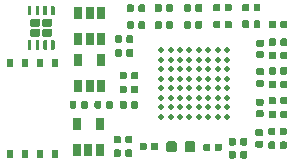
<source format=gbr>
G04 #@! TF.GenerationSoftware,KiCad,Pcbnew,(5.1.5-0-10_14)*
G04 #@! TF.CreationDate,2020-08-21T21:41:28-04:00*
G04 #@! TF.ProjectId,ESLO,45534c4f-2e6b-4696-9361-645f70636258,rev?*
G04 #@! TF.SameCoordinates,Original*
G04 #@! TF.FileFunction,Paste,Bot*
G04 #@! TF.FilePolarity,Positive*
%FSLAX46Y46*%
G04 Gerber Fmt 4.6, Leading zero omitted, Abs format (unit mm)*
G04 Created by KiCad (PCBNEW (5.1.5-0-10_14)) date 2020-08-21 21:41:28*
%MOMM*%
%LPD*%
G04 APERTURE LIST*
%ADD10C,0.100000*%
%ADD11R,0.650000X1.060000*%
%ADD12C,0.500000*%
%ADD13R,0.500000X0.650000*%
G04 APERTURE END LIST*
D10*
G36*
X167986958Y-111155710D02*
G01*
X168001276Y-111157834D01*
X168015317Y-111161351D01*
X168028946Y-111166228D01*
X168042031Y-111172417D01*
X168054447Y-111179858D01*
X168066073Y-111188481D01*
X168076798Y-111198202D01*
X168086519Y-111208927D01*
X168095142Y-111220553D01*
X168102583Y-111232969D01*
X168108772Y-111246054D01*
X168113649Y-111259683D01*
X168117166Y-111273724D01*
X168119290Y-111288042D01*
X168120000Y-111302500D01*
X168120000Y-111597500D01*
X168119290Y-111611958D01*
X168117166Y-111626276D01*
X168113649Y-111640317D01*
X168108772Y-111653946D01*
X168102583Y-111667031D01*
X168095142Y-111679447D01*
X168086519Y-111691073D01*
X168076798Y-111701798D01*
X168066073Y-111711519D01*
X168054447Y-111720142D01*
X168042031Y-111727583D01*
X168028946Y-111733772D01*
X168015317Y-111738649D01*
X168001276Y-111742166D01*
X167986958Y-111744290D01*
X167972500Y-111745000D01*
X167627500Y-111745000D01*
X167613042Y-111744290D01*
X167598724Y-111742166D01*
X167584683Y-111738649D01*
X167571054Y-111733772D01*
X167557969Y-111727583D01*
X167545553Y-111720142D01*
X167533927Y-111711519D01*
X167523202Y-111701798D01*
X167513481Y-111691073D01*
X167504858Y-111679447D01*
X167497417Y-111667031D01*
X167491228Y-111653946D01*
X167486351Y-111640317D01*
X167482834Y-111626276D01*
X167480710Y-111611958D01*
X167480000Y-111597500D01*
X167480000Y-111302500D01*
X167480710Y-111288042D01*
X167482834Y-111273724D01*
X167486351Y-111259683D01*
X167491228Y-111246054D01*
X167497417Y-111232969D01*
X167504858Y-111220553D01*
X167513481Y-111208927D01*
X167523202Y-111198202D01*
X167533927Y-111188481D01*
X167545553Y-111179858D01*
X167557969Y-111172417D01*
X167571054Y-111166228D01*
X167584683Y-111161351D01*
X167598724Y-111157834D01*
X167613042Y-111155710D01*
X167627500Y-111155000D01*
X167972500Y-111155000D01*
X167986958Y-111155710D01*
G37*
G36*
X167986958Y-112125710D02*
G01*
X168001276Y-112127834D01*
X168015317Y-112131351D01*
X168028946Y-112136228D01*
X168042031Y-112142417D01*
X168054447Y-112149858D01*
X168066073Y-112158481D01*
X168076798Y-112168202D01*
X168086519Y-112178927D01*
X168095142Y-112190553D01*
X168102583Y-112202969D01*
X168108772Y-112216054D01*
X168113649Y-112229683D01*
X168117166Y-112243724D01*
X168119290Y-112258042D01*
X168120000Y-112272500D01*
X168120000Y-112567500D01*
X168119290Y-112581958D01*
X168117166Y-112596276D01*
X168113649Y-112610317D01*
X168108772Y-112623946D01*
X168102583Y-112637031D01*
X168095142Y-112649447D01*
X168086519Y-112661073D01*
X168076798Y-112671798D01*
X168066073Y-112681519D01*
X168054447Y-112690142D01*
X168042031Y-112697583D01*
X168028946Y-112703772D01*
X168015317Y-112708649D01*
X168001276Y-112712166D01*
X167986958Y-112714290D01*
X167972500Y-112715000D01*
X167627500Y-112715000D01*
X167613042Y-112714290D01*
X167598724Y-112712166D01*
X167584683Y-112708649D01*
X167571054Y-112703772D01*
X167557969Y-112697583D01*
X167545553Y-112690142D01*
X167533927Y-112681519D01*
X167523202Y-112671798D01*
X167513481Y-112661073D01*
X167504858Y-112649447D01*
X167497417Y-112637031D01*
X167491228Y-112623946D01*
X167486351Y-112610317D01*
X167482834Y-112596276D01*
X167480710Y-112581958D01*
X167480000Y-112567500D01*
X167480000Y-112272500D01*
X167480710Y-112258042D01*
X167482834Y-112243724D01*
X167486351Y-112229683D01*
X167491228Y-112216054D01*
X167497417Y-112202969D01*
X167504858Y-112190553D01*
X167513481Y-112178927D01*
X167523202Y-112168202D01*
X167533927Y-112158481D01*
X167545553Y-112149858D01*
X167557969Y-112142417D01*
X167571054Y-112136228D01*
X167584683Y-112131351D01*
X167598724Y-112127834D01*
X167613042Y-112125710D01*
X167627500Y-112125000D01*
X167972500Y-112125000D01*
X167986958Y-112125710D01*
G37*
G36*
X163536958Y-112380710D02*
G01*
X163551276Y-112382834D01*
X163565317Y-112386351D01*
X163578946Y-112391228D01*
X163592031Y-112397417D01*
X163604447Y-112404858D01*
X163616073Y-112413481D01*
X163626798Y-112423202D01*
X163636519Y-112433927D01*
X163645142Y-112445553D01*
X163652583Y-112457969D01*
X163658772Y-112471054D01*
X163663649Y-112484683D01*
X163667166Y-112498724D01*
X163669290Y-112513042D01*
X163670000Y-112527500D01*
X163670000Y-112872500D01*
X163669290Y-112886958D01*
X163667166Y-112901276D01*
X163663649Y-112915317D01*
X163658772Y-112928946D01*
X163652583Y-112942031D01*
X163645142Y-112954447D01*
X163636519Y-112966073D01*
X163626798Y-112976798D01*
X163616073Y-112986519D01*
X163604447Y-112995142D01*
X163592031Y-113002583D01*
X163578946Y-113008772D01*
X163565317Y-113013649D01*
X163551276Y-113017166D01*
X163536958Y-113019290D01*
X163522500Y-113020000D01*
X163227500Y-113020000D01*
X163213042Y-113019290D01*
X163198724Y-113017166D01*
X163184683Y-113013649D01*
X163171054Y-113008772D01*
X163157969Y-113002583D01*
X163145553Y-112995142D01*
X163133927Y-112986519D01*
X163123202Y-112976798D01*
X163113481Y-112966073D01*
X163104858Y-112954447D01*
X163097417Y-112942031D01*
X163091228Y-112928946D01*
X163086351Y-112915317D01*
X163082834Y-112901276D01*
X163080710Y-112886958D01*
X163080000Y-112872500D01*
X163080000Y-112527500D01*
X163080710Y-112513042D01*
X163082834Y-112498724D01*
X163086351Y-112484683D01*
X163091228Y-112471054D01*
X163097417Y-112457969D01*
X163104858Y-112445553D01*
X163113481Y-112433927D01*
X163123202Y-112423202D01*
X163133927Y-112413481D01*
X163145553Y-112404858D01*
X163157969Y-112397417D01*
X163171054Y-112391228D01*
X163184683Y-112386351D01*
X163198724Y-112382834D01*
X163213042Y-112380710D01*
X163227500Y-112380000D01*
X163522500Y-112380000D01*
X163536958Y-112380710D01*
G37*
G36*
X164506958Y-112380710D02*
G01*
X164521276Y-112382834D01*
X164535317Y-112386351D01*
X164548946Y-112391228D01*
X164562031Y-112397417D01*
X164574447Y-112404858D01*
X164586073Y-112413481D01*
X164596798Y-112423202D01*
X164606519Y-112433927D01*
X164615142Y-112445553D01*
X164622583Y-112457969D01*
X164628772Y-112471054D01*
X164633649Y-112484683D01*
X164637166Y-112498724D01*
X164639290Y-112513042D01*
X164640000Y-112527500D01*
X164640000Y-112872500D01*
X164639290Y-112886958D01*
X164637166Y-112901276D01*
X164633649Y-112915317D01*
X164628772Y-112928946D01*
X164622583Y-112942031D01*
X164615142Y-112954447D01*
X164606519Y-112966073D01*
X164596798Y-112976798D01*
X164586073Y-112986519D01*
X164574447Y-112995142D01*
X164562031Y-113002583D01*
X164548946Y-113008772D01*
X164535317Y-113013649D01*
X164521276Y-113017166D01*
X164506958Y-113019290D01*
X164492500Y-113020000D01*
X164197500Y-113020000D01*
X164183042Y-113019290D01*
X164168724Y-113017166D01*
X164154683Y-113013649D01*
X164141054Y-113008772D01*
X164127969Y-113002583D01*
X164115553Y-112995142D01*
X164103927Y-112986519D01*
X164093202Y-112976798D01*
X164083481Y-112966073D01*
X164074858Y-112954447D01*
X164067417Y-112942031D01*
X164061228Y-112928946D01*
X164056351Y-112915317D01*
X164052834Y-112901276D01*
X164050710Y-112886958D01*
X164050000Y-112872500D01*
X164050000Y-112527500D01*
X164050710Y-112513042D01*
X164052834Y-112498724D01*
X164056351Y-112484683D01*
X164061228Y-112471054D01*
X164067417Y-112457969D01*
X164074858Y-112445553D01*
X164083481Y-112433927D01*
X164093202Y-112423202D01*
X164103927Y-112413481D01*
X164115553Y-112404858D01*
X164127969Y-112397417D01*
X164141054Y-112391228D01*
X164154683Y-112386351D01*
X164168724Y-112382834D01*
X164183042Y-112380710D01*
X164197500Y-112380000D01*
X164492500Y-112380000D01*
X164506958Y-112380710D01*
G37*
G36*
X162856958Y-102005710D02*
G01*
X162871276Y-102007834D01*
X162885317Y-102011351D01*
X162898946Y-102016228D01*
X162912031Y-102022417D01*
X162924447Y-102029858D01*
X162936073Y-102038481D01*
X162946798Y-102048202D01*
X162956519Y-102058927D01*
X162965142Y-102070553D01*
X162972583Y-102082969D01*
X162978772Y-102096054D01*
X162983649Y-102109683D01*
X162987166Y-102123724D01*
X162989290Y-102138042D01*
X162990000Y-102152500D01*
X162990000Y-102497500D01*
X162989290Y-102511958D01*
X162987166Y-102526276D01*
X162983649Y-102540317D01*
X162978772Y-102553946D01*
X162972583Y-102567031D01*
X162965142Y-102579447D01*
X162956519Y-102591073D01*
X162946798Y-102601798D01*
X162936073Y-102611519D01*
X162924447Y-102620142D01*
X162912031Y-102627583D01*
X162898946Y-102633772D01*
X162885317Y-102638649D01*
X162871276Y-102642166D01*
X162856958Y-102644290D01*
X162842500Y-102645000D01*
X162547500Y-102645000D01*
X162533042Y-102644290D01*
X162518724Y-102642166D01*
X162504683Y-102638649D01*
X162491054Y-102633772D01*
X162477969Y-102627583D01*
X162465553Y-102620142D01*
X162453927Y-102611519D01*
X162443202Y-102601798D01*
X162433481Y-102591073D01*
X162424858Y-102579447D01*
X162417417Y-102567031D01*
X162411228Y-102553946D01*
X162406351Y-102540317D01*
X162402834Y-102526276D01*
X162400710Y-102511958D01*
X162400000Y-102497500D01*
X162400000Y-102152500D01*
X162400710Y-102138042D01*
X162402834Y-102123724D01*
X162406351Y-102109683D01*
X162411228Y-102096054D01*
X162417417Y-102082969D01*
X162424858Y-102070553D01*
X162433481Y-102058927D01*
X162443202Y-102048202D01*
X162453927Y-102038481D01*
X162465553Y-102029858D01*
X162477969Y-102022417D01*
X162491054Y-102016228D01*
X162504683Y-102011351D01*
X162518724Y-102007834D01*
X162533042Y-102005710D01*
X162547500Y-102005000D01*
X162842500Y-102005000D01*
X162856958Y-102005710D01*
G37*
G36*
X161886958Y-102005710D02*
G01*
X161901276Y-102007834D01*
X161915317Y-102011351D01*
X161928946Y-102016228D01*
X161942031Y-102022417D01*
X161954447Y-102029858D01*
X161966073Y-102038481D01*
X161976798Y-102048202D01*
X161986519Y-102058927D01*
X161995142Y-102070553D01*
X162002583Y-102082969D01*
X162008772Y-102096054D01*
X162013649Y-102109683D01*
X162017166Y-102123724D01*
X162019290Y-102138042D01*
X162020000Y-102152500D01*
X162020000Y-102497500D01*
X162019290Y-102511958D01*
X162017166Y-102526276D01*
X162013649Y-102540317D01*
X162008772Y-102553946D01*
X162002583Y-102567031D01*
X161995142Y-102579447D01*
X161986519Y-102591073D01*
X161976798Y-102601798D01*
X161966073Y-102611519D01*
X161954447Y-102620142D01*
X161942031Y-102627583D01*
X161928946Y-102633772D01*
X161915317Y-102638649D01*
X161901276Y-102642166D01*
X161886958Y-102644290D01*
X161872500Y-102645000D01*
X161577500Y-102645000D01*
X161563042Y-102644290D01*
X161548724Y-102642166D01*
X161534683Y-102638649D01*
X161521054Y-102633772D01*
X161507969Y-102627583D01*
X161495553Y-102620142D01*
X161483927Y-102611519D01*
X161473202Y-102601798D01*
X161463481Y-102591073D01*
X161454858Y-102579447D01*
X161447417Y-102567031D01*
X161441228Y-102553946D01*
X161436351Y-102540317D01*
X161432834Y-102526276D01*
X161430710Y-102511958D01*
X161430000Y-102497500D01*
X161430000Y-102152500D01*
X161430710Y-102138042D01*
X161432834Y-102123724D01*
X161436351Y-102109683D01*
X161441228Y-102096054D01*
X161447417Y-102082969D01*
X161454858Y-102070553D01*
X161463481Y-102058927D01*
X161473202Y-102048202D01*
X161483927Y-102038481D01*
X161495553Y-102029858D01*
X161507969Y-102022417D01*
X161521054Y-102016228D01*
X161534683Y-102011351D01*
X161548724Y-102007834D01*
X161563042Y-102005710D01*
X161577500Y-102005000D01*
X161872500Y-102005000D01*
X161886958Y-102005710D01*
G37*
G36*
X162856958Y-100580710D02*
G01*
X162871276Y-100582834D01*
X162885317Y-100586351D01*
X162898946Y-100591228D01*
X162912031Y-100597417D01*
X162924447Y-100604858D01*
X162936073Y-100613481D01*
X162946798Y-100623202D01*
X162956519Y-100633927D01*
X162965142Y-100645553D01*
X162972583Y-100657969D01*
X162978772Y-100671054D01*
X162983649Y-100684683D01*
X162987166Y-100698724D01*
X162989290Y-100713042D01*
X162990000Y-100727500D01*
X162990000Y-101072500D01*
X162989290Y-101086958D01*
X162987166Y-101101276D01*
X162983649Y-101115317D01*
X162978772Y-101128946D01*
X162972583Y-101142031D01*
X162965142Y-101154447D01*
X162956519Y-101166073D01*
X162946798Y-101176798D01*
X162936073Y-101186519D01*
X162924447Y-101195142D01*
X162912031Y-101202583D01*
X162898946Y-101208772D01*
X162885317Y-101213649D01*
X162871276Y-101217166D01*
X162856958Y-101219290D01*
X162842500Y-101220000D01*
X162547500Y-101220000D01*
X162533042Y-101219290D01*
X162518724Y-101217166D01*
X162504683Y-101213649D01*
X162491054Y-101208772D01*
X162477969Y-101202583D01*
X162465553Y-101195142D01*
X162453927Y-101186519D01*
X162443202Y-101176798D01*
X162433481Y-101166073D01*
X162424858Y-101154447D01*
X162417417Y-101142031D01*
X162411228Y-101128946D01*
X162406351Y-101115317D01*
X162402834Y-101101276D01*
X162400710Y-101086958D01*
X162400000Y-101072500D01*
X162400000Y-100727500D01*
X162400710Y-100713042D01*
X162402834Y-100698724D01*
X162406351Y-100684683D01*
X162411228Y-100671054D01*
X162417417Y-100657969D01*
X162424858Y-100645553D01*
X162433481Y-100633927D01*
X162443202Y-100623202D01*
X162453927Y-100613481D01*
X162465553Y-100604858D01*
X162477969Y-100597417D01*
X162491054Y-100591228D01*
X162504683Y-100586351D01*
X162518724Y-100582834D01*
X162533042Y-100580710D01*
X162547500Y-100580000D01*
X162842500Y-100580000D01*
X162856958Y-100580710D01*
G37*
G36*
X161886958Y-100580710D02*
G01*
X161901276Y-100582834D01*
X161915317Y-100586351D01*
X161928946Y-100591228D01*
X161942031Y-100597417D01*
X161954447Y-100604858D01*
X161966073Y-100613481D01*
X161976798Y-100623202D01*
X161986519Y-100633927D01*
X161995142Y-100645553D01*
X162002583Y-100657969D01*
X162008772Y-100671054D01*
X162013649Y-100684683D01*
X162017166Y-100698724D01*
X162019290Y-100713042D01*
X162020000Y-100727500D01*
X162020000Y-101072500D01*
X162019290Y-101086958D01*
X162017166Y-101101276D01*
X162013649Y-101115317D01*
X162008772Y-101128946D01*
X162002583Y-101142031D01*
X161995142Y-101154447D01*
X161986519Y-101166073D01*
X161976798Y-101176798D01*
X161966073Y-101186519D01*
X161954447Y-101195142D01*
X161942031Y-101202583D01*
X161928946Y-101208772D01*
X161915317Y-101213649D01*
X161901276Y-101217166D01*
X161886958Y-101219290D01*
X161872500Y-101220000D01*
X161577500Y-101220000D01*
X161563042Y-101219290D01*
X161548724Y-101217166D01*
X161534683Y-101213649D01*
X161521054Y-101208772D01*
X161507969Y-101202583D01*
X161495553Y-101195142D01*
X161483927Y-101186519D01*
X161473202Y-101176798D01*
X161463481Y-101166073D01*
X161454858Y-101154447D01*
X161447417Y-101142031D01*
X161441228Y-101128946D01*
X161436351Y-101115317D01*
X161432834Y-101101276D01*
X161430710Y-101086958D01*
X161430000Y-101072500D01*
X161430000Y-100727500D01*
X161430710Y-100713042D01*
X161432834Y-100698724D01*
X161436351Y-100684683D01*
X161441228Y-100671054D01*
X161447417Y-100657969D01*
X161454858Y-100645553D01*
X161463481Y-100633927D01*
X161473202Y-100623202D01*
X161483927Y-100613481D01*
X161495553Y-100604858D01*
X161507969Y-100597417D01*
X161521054Y-100591228D01*
X161534683Y-100586351D01*
X161548724Y-100582834D01*
X161563042Y-100580710D01*
X161577500Y-100580000D01*
X161872500Y-100580000D01*
X161886958Y-100580710D01*
G37*
G36*
X158136958Y-112305710D02*
G01*
X158151276Y-112307834D01*
X158165317Y-112311351D01*
X158178946Y-112316228D01*
X158192031Y-112322417D01*
X158204447Y-112329858D01*
X158216073Y-112338481D01*
X158226798Y-112348202D01*
X158236519Y-112358927D01*
X158245142Y-112370553D01*
X158252583Y-112382969D01*
X158258772Y-112396054D01*
X158263649Y-112409683D01*
X158267166Y-112423724D01*
X158269290Y-112438042D01*
X158270000Y-112452500D01*
X158270000Y-112797500D01*
X158269290Y-112811958D01*
X158267166Y-112826276D01*
X158263649Y-112840317D01*
X158258772Y-112853946D01*
X158252583Y-112867031D01*
X158245142Y-112879447D01*
X158236519Y-112891073D01*
X158226798Y-112901798D01*
X158216073Y-112911519D01*
X158204447Y-112920142D01*
X158192031Y-112927583D01*
X158178946Y-112933772D01*
X158165317Y-112938649D01*
X158151276Y-112942166D01*
X158136958Y-112944290D01*
X158122500Y-112945000D01*
X157827500Y-112945000D01*
X157813042Y-112944290D01*
X157798724Y-112942166D01*
X157784683Y-112938649D01*
X157771054Y-112933772D01*
X157757969Y-112927583D01*
X157745553Y-112920142D01*
X157733927Y-112911519D01*
X157723202Y-112901798D01*
X157713481Y-112891073D01*
X157704858Y-112879447D01*
X157697417Y-112867031D01*
X157691228Y-112853946D01*
X157686351Y-112840317D01*
X157682834Y-112826276D01*
X157680710Y-112811958D01*
X157680000Y-112797500D01*
X157680000Y-112452500D01*
X157680710Y-112438042D01*
X157682834Y-112423724D01*
X157686351Y-112409683D01*
X157691228Y-112396054D01*
X157697417Y-112382969D01*
X157704858Y-112370553D01*
X157713481Y-112358927D01*
X157723202Y-112348202D01*
X157733927Y-112338481D01*
X157745553Y-112329858D01*
X157757969Y-112322417D01*
X157771054Y-112316228D01*
X157784683Y-112311351D01*
X157798724Y-112307834D01*
X157813042Y-112305710D01*
X157827500Y-112305000D01*
X158122500Y-112305000D01*
X158136958Y-112305710D01*
G37*
G36*
X159106958Y-112305710D02*
G01*
X159121276Y-112307834D01*
X159135317Y-112311351D01*
X159148946Y-112316228D01*
X159162031Y-112322417D01*
X159174447Y-112329858D01*
X159186073Y-112338481D01*
X159196798Y-112348202D01*
X159206519Y-112358927D01*
X159215142Y-112370553D01*
X159222583Y-112382969D01*
X159228772Y-112396054D01*
X159233649Y-112409683D01*
X159237166Y-112423724D01*
X159239290Y-112438042D01*
X159240000Y-112452500D01*
X159240000Y-112797500D01*
X159239290Y-112811958D01*
X159237166Y-112826276D01*
X159233649Y-112840317D01*
X159228772Y-112853946D01*
X159222583Y-112867031D01*
X159215142Y-112879447D01*
X159206519Y-112891073D01*
X159196798Y-112901798D01*
X159186073Y-112911519D01*
X159174447Y-112920142D01*
X159162031Y-112927583D01*
X159148946Y-112933772D01*
X159135317Y-112938649D01*
X159121276Y-112942166D01*
X159106958Y-112944290D01*
X159092500Y-112945000D01*
X158797500Y-112945000D01*
X158783042Y-112944290D01*
X158768724Y-112942166D01*
X158754683Y-112938649D01*
X158741054Y-112933772D01*
X158727969Y-112927583D01*
X158715553Y-112920142D01*
X158703927Y-112911519D01*
X158693202Y-112901798D01*
X158683481Y-112891073D01*
X158674858Y-112879447D01*
X158667417Y-112867031D01*
X158661228Y-112853946D01*
X158656351Y-112840317D01*
X158652834Y-112826276D01*
X158650710Y-112811958D01*
X158650000Y-112797500D01*
X158650000Y-112452500D01*
X158650710Y-112438042D01*
X158652834Y-112423724D01*
X158656351Y-112409683D01*
X158661228Y-112396054D01*
X158667417Y-112382969D01*
X158674858Y-112370553D01*
X158683481Y-112358927D01*
X158693202Y-112348202D01*
X158703927Y-112338481D01*
X158715553Y-112329858D01*
X158727969Y-112322417D01*
X158741054Y-112316228D01*
X158754683Y-112311351D01*
X158768724Y-112307834D01*
X158783042Y-112305710D01*
X158797500Y-112305000D01*
X159092500Y-112305000D01*
X159106958Y-112305710D01*
G37*
G36*
X170006958Y-111030710D02*
G01*
X170021276Y-111032834D01*
X170035317Y-111036351D01*
X170048946Y-111041228D01*
X170062031Y-111047417D01*
X170074447Y-111054858D01*
X170086073Y-111063481D01*
X170096798Y-111073202D01*
X170106519Y-111083927D01*
X170115142Y-111095553D01*
X170122583Y-111107969D01*
X170128772Y-111121054D01*
X170133649Y-111134683D01*
X170137166Y-111148724D01*
X170139290Y-111163042D01*
X170140000Y-111177500D01*
X170140000Y-111522500D01*
X170139290Y-111536958D01*
X170137166Y-111551276D01*
X170133649Y-111565317D01*
X170128772Y-111578946D01*
X170122583Y-111592031D01*
X170115142Y-111604447D01*
X170106519Y-111616073D01*
X170096798Y-111626798D01*
X170086073Y-111636519D01*
X170074447Y-111645142D01*
X170062031Y-111652583D01*
X170048946Y-111658772D01*
X170035317Y-111663649D01*
X170021276Y-111667166D01*
X170006958Y-111669290D01*
X169992500Y-111670000D01*
X169697500Y-111670000D01*
X169683042Y-111669290D01*
X169668724Y-111667166D01*
X169654683Y-111663649D01*
X169641054Y-111658772D01*
X169627969Y-111652583D01*
X169615553Y-111645142D01*
X169603927Y-111636519D01*
X169593202Y-111626798D01*
X169583481Y-111616073D01*
X169574858Y-111604447D01*
X169567417Y-111592031D01*
X169561228Y-111578946D01*
X169556351Y-111565317D01*
X169552834Y-111551276D01*
X169550710Y-111536958D01*
X169550000Y-111522500D01*
X169550000Y-111177500D01*
X169550710Y-111163042D01*
X169552834Y-111148724D01*
X169556351Y-111134683D01*
X169561228Y-111121054D01*
X169567417Y-111107969D01*
X169574858Y-111095553D01*
X169583481Y-111083927D01*
X169593202Y-111073202D01*
X169603927Y-111063481D01*
X169615553Y-111054858D01*
X169627969Y-111047417D01*
X169641054Y-111041228D01*
X169654683Y-111036351D01*
X169668724Y-111032834D01*
X169683042Y-111030710D01*
X169697500Y-111030000D01*
X169992500Y-111030000D01*
X170006958Y-111030710D01*
G37*
G36*
X169036958Y-111030710D02*
G01*
X169051276Y-111032834D01*
X169065317Y-111036351D01*
X169078946Y-111041228D01*
X169092031Y-111047417D01*
X169104447Y-111054858D01*
X169116073Y-111063481D01*
X169126798Y-111073202D01*
X169136519Y-111083927D01*
X169145142Y-111095553D01*
X169152583Y-111107969D01*
X169158772Y-111121054D01*
X169163649Y-111134683D01*
X169167166Y-111148724D01*
X169169290Y-111163042D01*
X169170000Y-111177500D01*
X169170000Y-111522500D01*
X169169290Y-111536958D01*
X169167166Y-111551276D01*
X169163649Y-111565317D01*
X169158772Y-111578946D01*
X169152583Y-111592031D01*
X169145142Y-111604447D01*
X169136519Y-111616073D01*
X169126798Y-111626798D01*
X169116073Y-111636519D01*
X169104447Y-111645142D01*
X169092031Y-111652583D01*
X169078946Y-111658772D01*
X169065317Y-111663649D01*
X169051276Y-111667166D01*
X169036958Y-111669290D01*
X169022500Y-111670000D01*
X168727500Y-111670000D01*
X168713042Y-111669290D01*
X168698724Y-111667166D01*
X168684683Y-111663649D01*
X168671054Y-111658772D01*
X168657969Y-111652583D01*
X168645553Y-111645142D01*
X168633927Y-111636519D01*
X168623202Y-111626798D01*
X168613481Y-111616073D01*
X168604858Y-111604447D01*
X168597417Y-111592031D01*
X168591228Y-111578946D01*
X168586351Y-111565317D01*
X168582834Y-111551276D01*
X168580710Y-111536958D01*
X168580000Y-111522500D01*
X168580000Y-111177500D01*
X168580710Y-111163042D01*
X168582834Y-111148724D01*
X168586351Y-111134683D01*
X168591228Y-111121054D01*
X168597417Y-111107969D01*
X168604858Y-111095553D01*
X168613481Y-111083927D01*
X168623202Y-111073202D01*
X168633927Y-111063481D01*
X168645553Y-111054858D01*
X168657969Y-111047417D01*
X168671054Y-111041228D01*
X168684683Y-111036351D01*
X168698724Y-111032834D01*
X168713042Y-111030710D01*
X168727500Y-111030000D01*
X169022500Y-111030000D01*
X169036958Y-111030710D01*
G37*
G36*
X170006958Y-112205710D02*
G01*
X170021276Y-112207834D01*
X170035317Y-112211351D01*
X170048946Y-112216228D01*
X170062031Y-112222417D01*
X170074447Y-112229858D01*
X170086073Y-112238481D01*
X170096798Y-112248202D01*
X170106519Y-112258927D01*
X170115142Y-112270553D01*
X170122583Y-112282969D01*
X170128772Y-112296054D01*
X170133649Y-112309683D01*
X170137166Y-112323724D01*
X170139290Y-112338042D01*
X170140000Y-112352500D01*
X170140000Y-112697500D01*
X170139290Y-112711958D01*
X170137166Y-112726276D01*
X170133649Y-112740317D01*
X170128772Y-112753946D01*
X170122583Y-112767031D01*
X170115142Y-112779447D01*
X170106519Y-112791073D01*
X170096798Y-112801798D01*
X170086073Y-112811519D01*
X170074447Y-112820142D01*
X170062031Y-112827583D01*
X170048946Y-112833772D01*
X170035317Y-112838649D01*
X170021276Y-112842166D01*
X170006958Y-112844290D01*
X169992500Y-112845000D01*
X169697500Y-112845000D01*
X169683042Y-112844290D01*
X169668724Y-112842166D01*
X169654683Y-112838649D01*
X169641054Y-112833772D01*
X169627969Y-112827583D01*
X169615553Y-112820142D01*
X169603927Y-112811519D01*
X169593202Y-112801798D01*
X169583481Y-112791073D01*
X169574858Y-112779447D01*
X169567417Y-112767031D01*
X169561228Y-112753946D01*
X169556351Y-112740317D01*
X169552834Y-112726276D01*
X169550710Y-112711958D01*
X169550000Y-112697500D01*
X169550000Y-112352500D01*
X169550710Y-112338042D01*
X169552834Y-112323724D01*
X169556351Y-112309683D01*
X169561228Y-112296054D01*
X169567417Y-112282969D01*
X169574858Y-112270553D01*
X169583481Y-112258927D01*
X169593202Y-112248202D01*
X169603927Y-112238481D01*
X169615553Y-112229858D01*
X169627969Y-112222417D01*
X169641054Y-112216228D01*
X169654683Y-112211351D01*
X169668724Y-112207834D01*
X169683042Y-112205710D01*
X169697500Y-112205000D01*
X169992500Y-112205000D01*
X170006958Y-112205710D01*
G37*
G36*
X169036958Y-112205710D02*
G01*
X169051276Y-112207834D01*
X169065317Y-112211351D01*
X169078946Y-112216228D01*
X169092031Y-112222417D01*
X169104447Y-112229858D01*
X169116073Y-112238481D01*
X169126798Y-112248202D01*
X169136519Y-112258927D01*
X169145142Y-112270553D01*
X169152583Y-112282969D01*
X169158772Y-112296054D01*
X169163649Y-112309683D01*
X169167166Y-112323724D01*
X169169290Y-112338042D01*
X169170000Y-112352500D01*
X169170000Y-112697500D01*
X169169290Y-112711958D01*
X169167166Y-112726276D01*
X169163649Y-112740317D01*
X169158772Y-112753946D01*
X169152583Y-112767031D01*
X169145142Y-112779447D01*
X169136519Y-112791073D01*
X169126798Y-112801798D01*
X169116073Y-112811519D01*
X169104447Y-112820142D01*
X169092031Y-112827583D01*
X169078946Y-112833772D01*
X169065317Y-112838649D01*
X169051276Y-112842166D01*
X169036958Y-112844290D01*
X169022500Y-112845000D01*
X168727500Y-112845000D01*
X168713042Y-112844290D01*
X168698724Y-112842166D01*
X168684683Y-112838649D01*
X168671054Y-112833772D01*
X168657969Y-112827583D01*
X168645553Y-112820142D01*
X168633927Y-112811519D01*
X168623202Y-112801798D01*
X168613481Y-112791073D01*
X168604858Y-112779447D01*
X168597417Y-112767031D01*
X168591228Y-112753946D01*
X168586351Y-112740317D01*
X168582834Y-112726276D01*
X168580710Y-112711958D01*
X168580000Y-112697500D01*
X168580000Y-112352500D01*
X168580710Y-112338042D01*
X168582834Y-112323724D01*
X168586351Y-112309683D01*
X168591228Y-112296054D01*
X168597417Y-112282969D01*
X168604858Y-112270553D01*
X168613481Y-112258927D01*
X168623202Y-112248202D01*
X168633927Y-112238481D01*
X168645553Y-112229858D01*
X168657969Y-112222417D01*
X168671054Y-112216228D01*
X168684683Y-112211351D01*
X168698724Y-112207834D01*
X168713042Y-112205710D01*
X168727500Y-112205000D01*
X169022500Y-112205000D01*
X169036958Y-112205710D01*
G37*
G36*
X170056958Y-108430710D02*
G01*
X170071276Y-108432834D01*
X170085317Y-108436351D01*
X170098946Y-108441228D01*
X170112031Y-108447417D01*
X170124447Y-108454858D01*
X170136073Y-108463481D01*
X170146798Y-108473202D01*
X170156519Y-108483927D01*
X170165142Y-108495553D01*
X170172583Y-108507969D01*
X170178772Y-108521054D01*
X170183649Y-108534683D01*
X170187166Y-108548724D01*
X170189290Y-108563042D01*
X170190000Y-108577500D01*
X170190000Y-108922500D01*
X170189290Y-108936958D01*
X170187166Y-108951276D01*
X170183649Y-108965317D01*
X170178772Y-108978946D01*
X170172583Y-108992031D01*
X170165142Y-109004447D01*
X170156519Y-109016073D01*
X170146798Y-109026798D01*
X170136073Y-109036519D01*
X170124447Y-109045142D01*
X170112031Y-109052583D01*
X170098946Y-109058772D01*
X170085317Y-109063649D01*
X170071276Y-109067166D01*
X170056958Y-109069290D01*
X170042500Y-109070000D01*
X169747500Y-109070000D01*
X169733042Y-109069290D01*
X169718724Y-109067166D01*
X169704683Y-109063649D01*
X169691054Y-109058772D01*
X169677969Y-109052583D01*
X169665553Y-109045142D01*
X169653927Y-109036519D01*
X169643202Y-109026798D01*
X169633481Y-109016073D01*
X169624858Y-109004447D01*
X169617417Y-108992031D01*
X169611228Y-108978946D01*
X169606351Y-108965317D01*
X169602834Y-108951276D01*
X169600710Y-108936958D01*
X169600000Y-108922500D01*
X169600000Y-108577500D01*
X169600710Y-108563042D01*
X169602834Y-108548724D01*
X169606351Y-108534683D01*
X169611228Y-108521054D01*
X169617417Y-108507969D01*
X169624858Y-108495553D01*
X169633481Y-108483927D01*
X169643202Y-108473202D01*
X169653927Y-108463481D01*
X169665553Y-108454858D01*
X169677969Y-108447417D01*
X169691054Y-108441228D01*
X169704683Y-108436351D01*
X169718724Y-108432834D01*
X169733042Y-108430710D01*
X169747500Y-108430000D01*
X170042500Y-108430000D01*
X170056958Y-108430710D01*
G37*
G36*
X169086958Y-108430710D02*
G01*
X169101276Y-108432834D01*
X169115317Y-108436351D01*
X169128946Y-108441228D01*
X169142031Y-108447417D01*
X169154447Y-108454858D01*
X169166073Y-108463481D01*
X169176798Y-108473202D01*
X169186519Y-108483927D01*
X169195142Y-108495553D01*
X169202583Y-108507969D01*
X169208772Y-108521054D01*
X169213649Y-108534683D01*
X169217166Y-108548724D01*
X169219290Y-108563042D01*
X169220000Y-108577500D01*
X169220000Y-108922500D01*
X169219290Y-108936958D01*
X169217166Y-108951276D01*
X169213649Y-108965317D01*
X169208772Y-108978946D01*
X169202583Y-108992031D01*
X169195142Y-109004447D01*
X169186519Y-109016073D01*
X169176798Y-109026798D01*
X169166073Y-109036519D01*
X169154447Y-109045142D01*
X169142031Y-109052583D01*
X169128946Y-109058772D01*
X169115317Y-109063649D01*
X169101276Y-109067166D01*
X169086958Y-109069290D01*
X169072500Y-109070000D01*
X168777500Y-109070000D01*
X168763042Y-109069290D01*
X168748724Y-109067166D01*
X168734683Y-109063649D01*
X168721054Y-109058772D01*
X168707969Y-109052583D01*
X168695553Y-109045142D01*
X168683927Y-109036519D01*
X168673202Y-109026798D01*
X168663481Y-109016073D01*
X168654858Y-109004447D01*
X168647417Y-108992031D01*
X168641228Y-108978946D01*
X168636351Y-108965317D01*
X168632834Y-108951276D01*
X168630710Y-108936958D01*
X168630000Y-108922500D01*
X168630000Y-108577500D01*
X168630710Y-108563042D01*
X168632834Y-108548724D01*
X168636351Y-108534683D01*
X168641228Y-108521054D01*
X168647417Y-108507969D01*
X168654858Y-108495553D01*
X168663481Y-108483927D01*
X168673202Y-108473202D01*
X168683927Y-108463481D01*
X168695553Y-108454858D01*
X168707969Y-108447417D01*
X168721054Y-108441228D01*
X168734683Y-108436351D01*
X168748724Y-108432834D01*
X168763042Y-108430710D01*
X168777500Y-108430000D01*
X169072500Y-108430000D01*
X169086958Y-108430710D01*
G37*
G36*
X170056958Y-109605710D02*
G01*
X170071276Y-109607834D01*
X170085317Y-109611351D01*
X170098946Y-109616228D01*
X170112031Y-109622417D01*
X170124447Y-109629858D01*
X170136073Y-109638481D01*
X170146798Y-109648202D01*
X170156519Y-109658927D01*
X170165142Y-109670553D01*
X170172583Y-109682969D01*
X170178772Y-109696054D01*
X170183649Y-109709683D01*
X170187166Y-109723724D01*
X170189290Y-109738042D01*
X170190000Y-109752500D01*
X170190000Y-110097500D01*
X170189290Y-110111958D01*
X170187166Y-110126276D01*
X170183649Y-110140317D01*
X170178772Y-110153946D01*
X170172583Y-110167031D01*
X170165142Y-110179447D01*
X170156519Y-110191073D01*
X170146798Y-110201798D01*
X170136073Y-110211519D01*
X170124447Y-110220142D01*
X170112031Y-110227583D01*
X170098946Y-110233772D01*
X170085317Y-110238649D01*
X170071276Y-110242166D01*
X170056958Y-110244290D01*
X170042500Y-110245000D01*
X169747500Y-110245000D01*
X169733042Y-110244290D01*
X169718724Y-110242166D01*
X169704683Y-110238649D01*
X169691054Y-110233772D01*
X169677969Y-110227583D01*
X169665553Y-110220142D01*
X169653927Y-110211519D01*
X169643202Y-110201798D01*
X169633481Y-110191073D01*
X169624858Y-110179447D01*
X169617417Y-110167031D01*
X169611228Y-110153946D01*
X169606351Y-110140317D01*
X169602834Y-110126276D01*
X169600710Y-110111958D01*
X169600000Y-110097500D01*
X169600000Y-109752500D01*
X169600710Y-109738042D01*
X169602834Y-109723724D01*
X169606351Y-109709683D01*
X169611228Y-109696054D01*
X169617417Y-109682969D01*
X169624858Y-109670553D01*
X169633481Y-109658927D01*
X169643202Y-109648202D01*
X169653927Y-109638481D01*
X169665553Y-109629858D01*
X169677969Y-109622417D01*
X169691054Y-109616228D01*
X169704683Y-109611351D01*
X169718724Y-109607834D01*
X169733042Y-109605710D01*
X169747500Y-109605000D01*
X170042500Y-109605000D01*
X170056958Y-109605710D01*
G37*
G36*
X169086958Y-109605710D02*
G01*
X169101276Y-109607834D01*
X169115317Y-109611351D01*
X169128946Y-109616228D01*
X169142031Y-109622417D01*
X169154447Y-109629858D01*
X169166073Y-109638481D01*
X169176798Y-109648202D01*
X169186519Y-109658927D01*
X169195142Y-109670553D01*
X169202583Y-109682969D01*
X169208772Y-109696054D01*
X169213649Y-109709683D01*
X169217166Y-109723724D01*
X169219290Y-109738042D01*
X169220000Y-109752500D01*
X169220000Y-110097500D01*
X169219290Y-110111958D01*
X169217166Y-110126276D01*
X169213649Y-110140317D01*
X169208772Y-110153946D01*
X169202583Y-110167031D01*
X169195142Y-110179447D01*
X169186519Y-110191073D01*
X169176798Y-110201798D01*
X169166073Y-110211519D01*
X169154447Y-110220142D01*
X169142031Y-110227583D01*
X169128946Y-110233772D01*
X169115317Y-110238649D01*
X169101276Y-110242166D01*
X169086958Y-110244290D01*
X169072500Y-110245000D01*
X168777500Y-110245000D01*
X168763042Y-110244290D01*
X168748724Y-110242166D01*
X168734683Y-110238649D01*
X168721054Y-110233772D01*
X168707969Y-110227583D01*
X168695553Y-110220142D01*
X168683927Y-110211519D01*
X168673202Y-110201798D01*
X168663481Y-110191073D01*
X168654858Y-110179447D01*
X168647417Y-110167031D01*
X168641228Y-110153946D01*
X168636351Y-110140317D01*
X168632834Y-110126276D01*
X168630710Y-110111958D01*
X168630000Y-110097500D01*
X168630000Y-109752500D01*
X168630710Y-109738042D01*
X168632834Y-109723724D01*
X168636351Y-109709683D01*
X168641228Y-109696054D01*
X168647417Y-109682969D01*
X168654858Y-109670553D01*
X168663481Y-109658927D01*
X168673202Y-109648202D01*
X168683927Y-109638481D01*
X168695553Y-109629858D01*
X168707969Y-109622417D01*
X168721054Y-109616228D01*
X168734683Y-109611351D01*
X168748724Y-109607834D01*
X168763042Y-109605710D01*
X168777500Y-109605000D01*
X169072500Y-109605000D01*
X169086958Y-109605710D01*
G37*
G36*
X170056958Y-105905710D02*
G01*
X170071276Y-105907834D01*
X170085317Y-105911351D01*
X170098946Y-105916228D01*
X170112031Y-105922417D01*
X170124447Y-105929858D01*
X170136073Y-105938481D01*
X170146798Y-105948202D01*
X170156519Y-105958927D01*
X170165142Y-105970553D01*
X170172583Y-105982969D01*
X170178772Y-105996054D01*
X170183649Y-106009683D01*
X170187166Y-106023724D01*
X170189290Y-106038042D01*
X170190000Y-106052500D01*
X170190000Y-106397500D01*
X170189290Y-106411958D01*
X170187166Y-106426276D01*
X170183649Y-106440317D01*
X170178772Y-106453946D01*
X170172583Y-106467031D01*
X170165142Y-106479447D01*
X170156519Y-106491073D01*
X170146798Y-106501798D01*
X170136073Y-106511519D01*
X170124447Y-106520142D01*
X170112031Y-106527583D01*
X170098946Y-106533772D01*
X170085317Y-106538649D01*
X170071276Y-106542166D01*
X170056958Y-106544290D01*
X170042500Y-106545000D01*
X169747500Y-106545000D01*
X169733042Y-106544290D01*
X169718724Y-106542166D01*
X169704683Y-106538649D01*
X169691054Y-106533772D01*
X169677969Y-106527583D01*
X169665553Y-106520142D01*
X169653927Y-106511519D01*
X169643202Y-106501798D01*
X169633481Y-106491073D01*
X169624858Y-106479447D01*
X169617417Y-106467031D01*
X169611228Y-106453946D01*
X169606351Y-106440317D01*
X169602834Y-106426276D01*
X169600710Y-106411958D01*
X169600000Y-106397500D01*
X169600000Y-106052500D01*
X169600710Y-106038042D01*
X169602834Y-106023724D01*
X169606351Y-106009683D01*
X169611228Y-105996054D01*
X169617417Y-105982969D01*
X169624858Y-105970553D01*
X169633481Y-105958927D01*
X169643202Y-105948202D01*
X169653927Y-105938481D01*
X169665553Y-105929858D01*
X169677969Y-105922417D01*
X169691054Y-105916228D01*
X169704683Y-105911351D01*
X169718724Y-105907834D01*
X169733042Y-105905710D01*
X169747500Y-105905000D01*
X170042500Y-105905000D01*
X170056958Y-105905710D01*
G37*
G36*
X169086958Y-105905710D02*
G01*
X169101276Y-105907834D01*
X169115317Y-105911351D01*
X169128946Y-105916228D01*
X169142031Y-105922417D01*
X169154447Y-105929858D01*
X169166073Y-105938481D01*
X169176798Y-105948202D01*
X169186519Y-105958927D01*
X169195142Y-105970553D01*
X169202583Y-105982969D01*
X169208772Y-105996054D01*
X169213649Y-106009683D01*
X169217166Y-106023724D01*
X169219290Y-106038042D01*
X169220000Y-106052500D01*
X169220000Y-106397500D01*
X169219290Y-106411958D01*
X169217166Y-106426276D01*
X169213649Y-106440317D01*
X169208772Y-106453946D01*
X169202583Y-106467031D01*
X169195142Y-106479447D01*
X169186519Y-106491073D01*
X169176798Y-106501798D01*
X169166073Y-106511519D01*
X169154447Y-106520142D01*
X169142031Y-106527583D01*
X169128946Y-106533772D01*
X169115317Y-106538649D01*
X169101276Y-106542166D01*
X169086958Y-106544290D01*
X169072500Y-106545000D01*
X168777500Y-106545000D01*
X168763042Y-106544290D01*
X168748724Y-106542166D01*
X168734683Y-106538649D01*
X168721054Y-106533772D01*
X168707969Y-106527583D01*
X168695553Y-106520142D01*
X168683927Y-106511519D01*
X168673202Y-106501798D01*
X168663481Y-106491073D01*
X168654858Y-106479447D01*
X168647417Y-106467031D01*
X168641228Y-106453946D01*
X168636351Y-106440317D01*
X168632834Y-106426276D01*
X168630710Y-106411958D01*
X168630000Y-106397500D01*
X168630000Y-106052500D01*
X168630710Y-106038042D01*
X168632834Y-106023724D01*
X168636351Y-106009683D01*
X168641228Y-105996054D01*
X168647417Y-105982969D01*
X168654858Y-105970553D01*
X168663481Y-105958927D01*
X168673202Y-105948202D01*
X168683927Y-105938481D01*
X168695553Y-105929858D01*
X168707969Y-105922417D01*
X168721054Y-105916228D01*
X168734683Y-105911351D01*
X168748724Y-105907834D01*
X168763042Y-105905710D01*
X168777500Y-105905000D01*
X169072500Y-105905000D01*
X169086958Y-105905710D01*
G37*
G36*
X167781958Y-100555710D02*
G01*
X167796276Y-100557834D01*
X167810317Y-100561351D01*
X167823946Y-100566228D01*
X167837031Y-100572417D01*
X167849447Y-100579858D01*
X167861073Y-100588481D01*
X167871798Y-100598202D01*
X167881519Y-100608927D01*
X167890142Y-100620553D01*
X167897583Y-100632969D01*
X167903772Y-100646054D01*
X167908649Y-100659683D01*
X167912166Y-100673724D01*
X167914290Y-100688042D01*
X167915000Y-100702500D01*
X167915000Y-101047500D01*
X167914290Y-101061958D01*
X167912166Y-101076276D01*
X167908649Y-101090317D01*
X167903772Y-101103946D01*
X167897583Y-101117031D01*
X167890142Y-101129447D01*
X167881519Y-101141073D01*
X167871798Y-101151798D01*
X167861073Y-101161519D01*
X167849447Y-101170142D01*
X167837031Y-101177583D01*
X167823946Y-101183772D01*
X167810317Y-101188649D01*
X167796276Y-101192166D01*
X167781958Y-101194290D01*
X167767500Y-101195000D01*
X167472500Y-101195000D01*
X167458042Y-101194290D01*
X167443724Y-101192166D01*
X167429683Y-101188649D01*
X167416054Y-101183772D01*
X167402969Y-101177583D01*
X167390553Y-101170142D01*
X167378927Y-101161519D01*
X167368202Y-101151798D01*
X167358481Y-101141073D01*
X167349858Y-101129447D01*
X167342417Y-101117031D01*
X167336228Y-101103946D01*
X167331351Y-101090317D01*
X167327834Y-101076276D01*
X167325710Y-101061958D01*
X167325000Y-101047500D01*
X167325000Y-100702500D01*
X167325710Y-100688042D01*
X167327834Y-100673724D01*
X167331351Y-100659683D01*
X167336228Y-100646054D01*
X167342417Y-100632969D01*
X167349858Y-100620553D01*
X167358481Y-100608927D01*
X167368202Y-100598202D01*
X167378927Y-100588481D01*
X167390553Y-100579858D01*
X167402969Y-100572417D01*
X167416054Y-100566228D01*
X167429683Y-100561351D01*
X167443724Y-100557834D01*
X167458042Y-100555710D01*
X167472500Y-100555000D01*
X167767500Y-100555000D01*
X167781958Y-100555710D01*
G37*
G36*
X166811958Y-100555710D02*
G01*
X166826276Y-100557834D01*
X166840317Y-100561351D01*
X166853946Y-100566228D01*
X166867031Y-100572417D01*
X166879447Y-100579858D01*
X166891073Y-100588481D01*
X166901798Y-100598202D01*
X166911519Y-100608927D01*
X166920142Y-100620553D01*
X166927583Y-100632969D01*
X166933772Y-100646054D01*
X166938649Y-100659683D01*
X166942166Y-100673724D01*
X166944290Y-100688042D01*
X166945000Y-100702500D01*
X166945000Y-101047500D01*
X166944290Y-101061958D01*
X166942166Y-101076276D01*
X166938649Y-101090317D01*
X166933772Y-101103946D01*
X166927583Y-101117031D01*
X166920142Y-101129447D01*
X166911519Y-101141073D01*
X166901798Y-101151798D01*
X166891073Y-101161519D01*
X166879447Y-101170142D01*
X166867031Y-101177583D01*
X166853946Y-101183772D01*
X166840317Y-101188649D01*
X166826276Y-101192166D01*
X166811958Y-101194290D01*
X166797500Y-101195000D01*
X166502500Y-101195000D01*
X166488042Y-101194290D01*
X166473724Y-101192166D01*
X166459683Y-101188649D01*
X166446054Y-101183772D01*
X166432969Y-101177583D01*
X166420553Y-101170142D01*
X166408927Y-101161519D01*
X166398202Y-101151798D01*
X166388481Y-101141073D01*
X166379858Y-101129447D01*
X166372417Y-101117031D01*
X166366228Y-101103946D01*
X166361351Y-101090317D01*
X166357834Y-101076276D01*
X166355710Y-101061958D01*
X166355000Y-101047500D01*
X166355000Y-100702500D01*
X166355710Y-100688042D01*
X166357834Y-100673724D01*
X166361351Y-100659683D01*
X166366228Y-100646054D01*
X166372417Y-100632969D01*
X166379858Y-100620553D01*
X166388481Y-100608927D01*
X166398202Y-100598202D01*
X166408927Y-100588481D01*
X166420553Y-100579858D01*
X166432969Y-100572417D01*
X166446054Y-100566228D01*
X166459683Y-100561351D01*
X166473724Y-100557834D01*
X166488042Y-100555710D01*
X166502500Y-100555000D01*
X166797500Y-100555000D01*
X166811958Y-100555710D01*
G37*
G36*
X170056958Y-107055710D02*
G01*
X170071276Y-107057834D01*
X170085317Y-107061351D01*
X170098946Y-107066228D01*
X170112031Y-107072417D01*
X170124447Y-107079858D01*
X170136073Y-107088481D01*
X170146798Y-107098202D01*
X170156519Y-107108927D01*
X170165142Y-107120553D01*
X170172583Y-107132969D01*
X170178772Y-107146054D01*
X170183649Y-107159683D01*
X170187166Y-107173724D01*
X170189290Y-107188042D01*
X170190000Y-107202500D01*
X170190000Y-107547500D01*
X170189290Y-107561958D01*
X170187166Y-107576276D01*
X170183649Y-107590317D01*
X170178772Y-107603946D01*
X170172583Y-107617031D01*
X170165142Y-107629447D01*
X170156519Y-107641073D01*
X170146798Y-107651798D01*
X170136073Y-107661519D01*
X170124447Y-107670142D01*
X170112031Y-107677583D01*
X170098946Y-107683772D01*
X170085317Y-107688649D01*
X170071276Y-107692166D01*
X170056958Y-107694290D01*
X170042500Y-107695000D01*
X169747500Y-107695000D01*
X169733042Y-107694290D01*
X169718724Y-107692166D01*
X169704683Y-107688649D01*
X169691054Y-107683772D01*
X169677969Y-107677583D01*
X169665553Y-107670142D01*
X169653927Y-107661519D01*
X169643202Y-107651798D01*
X169633481Y-107641073D01*
X169624858Y-107629447D01*
X169617417Y-107617031D01*
X169611228Y-107603946D01*
X169606351Y-107590317D01*
X169602834Y-107576276D01*
X169600710Y-107561958D01*
X169600000Y-107547500D01*
X169600000Y-107202500D01*
X169600710Y-107188042D01*
X169602834Y-107173724D01*
X169606351Y-107159683D01*
X169611228Y-107146054D01*
X169617417Y-107132969D01*
X169624858Y-107120553D01*
X169633481Y-107108927D01*
X169643202Y-107098202D01*
X169653927Y-107088481D01*
X169665553Y-107079858D01*
X169677969Y-107072417D01*
X169691054Y-107066228D01*
X169704683Y-107061351D01*
X169718724Y-107057834D01*
X169733042Y-107055710D01*
X169747500Y-107055000D01*
X170042500Y-107055000D01*
X170056958Y-107055710D01*
G37*
G36*
X169086958Y-107055710D02*
G01*
X169101276Y-107057834D01*
X169115317Y-107061351D01*
X169128946Y-107066228D01*
X169142031Y-107072417D01*
X169154447Y-107079858D01*
X169166073Y-107088481D01*
X169176798Y-107098202D01*
X169186519Y-107108927D01*
X169195142Y-107120553D01*
X169202583Y-107132969D01*
X169208772Y-107146054D01*
X169213649Y-107159683D01*
X169217166Y-107173724D01*
X169219290Y-107188042D01*
X169220000Y-107202500D01*
X169220000Y-107547500D01*
X169219290Y-107561958D01*
X169217166Y-107576276D01*
X169213649Y-107590317D01*
X169208772Y-107603946D01*
X169202583Y-107617031D01*
X169195142Y-107629447D01*
X169186519Y-107641073D01*
X169176798Y-107651798D01*
X169166073Y-107661519D01*
X169154447Y-107670142D01*
X169142031Y-107677583D01*
X169128946Y-107683772D01*
X169115317Y-107688649D01*
X169101276Y-107692166D01*
X169086958Y-107694290D01*
X169072500Y-107695000D01*
X168777500Y-107695000D01*
X168763042Y-107694290D01*
X168748724Y-107692166D01*
X168734683Y-107688649D01*
X168721054Y-107683772D01*
X168707969Y-107677583D01*
X168695553Y-107670142D01*
X168683927Y-107661519D01*
X168673202Y-107651798D01*
X168663481Y-107641073D01*
X168654858Y-107629447D01*
X168647417Y-107617031D01*
X168641228Y-107603946D01*
X168636351Y-107590317D01*
X168632834Y-107576276D01*
X168630710Y-107561958D01*
X168630000Y-107547500D01*
X168630000Y-107202500D01*
X168630710Y-107188042D01*
X168632834Y-107173724D01*
X168636351Y-107159683D01*
X168641228Y-107146054D01*
X168647417Y-107132969D01*
X168654858Y-107120553D01*
X168663481Y-107108927D01*
X168673202Y-107098202D01*
X168683927Y-107088481D01*
X168695553Y-107079858D01*
X168707969Y-107072417D01*
X168721054Y-107066228D01*
X168734683Y-107061351D01*
X168748724Y-107057834D01*
X168763042Y-107055710D01*
X168777500Y-107055000D01*
X169072500Y-107055000D01*
X169086958Y-107055710D01*
G37*
G36*
X170056958Y-103480710D02*
G01*
X170071276Y-103482834D01*
X170085317Y-103486351D01*
X170098946Y-103491228D01*
X170112031Y-103497417D01*
X170124447Y-103504858D01*
X170136073Y-103513481D01*
X170146798Y-103523202D01*
X170156519Y-103533927D01*
X170165142Y-103545553D01*
X170172583Y-103557969D01*
X170178772Y-103571054D01*
X170183649Y-103584683D01*
X170187166Y-103598724D01*
X170189290Y-103613042D01*
X170190000Y-103627500D01*
X170190000Y-103972500D01*
X170189290Y-103986958D01*
X170187166Y-104001276D01*
X170183649Y-104015317D01*
X170178772Y-104028946D01*
X170172583Y-104042031D01*
X170165142Y-104054447D01*
X170156519Y-104066073D01*
X170146798Y-104076798D01*
X170136073Y-104086519D01*
X170124447Y-104095142D01*
X170112031Y-104102583D01*
X170098946Y-104108772D01*
X170085317Y-104113649D01*
X170071276Y-104117166D01*
X170056958Y-104119290D01*
X170042500Y-104120000D01*
X169747500Y-104120000D01*
X169733042Y-104119290D01*
X169718724Y-104117166D01*
X169704683Y-104113649D01*
X169691054Y-104108772D01*
X169677969Y-104102583D01*
X169665553Y-104095142D01*
X169653927Y-104086519D01*
X169643202Y-104076798D01*
X169633481Y-104066073D01*
X169624858Y-104054447D01*
X169617417Y-104042031D01*
X169611228Y-104028946D01*
X169606351Y-104015317D01*
X169602834Y-104001276D01*
X169600710Y-103986958D01*
X169600000Y-103972500D01*
X169600000Y-103627500D01*
X169600710Y-103613042D01*
X169602834Y-103598724D01*
X169606351Y-103584683D01*
X169611228Y-103571054D01*
X169617417Y-103557969D01*
X169624858Y-103545553D01*
X169633481Y-103533927D01*
X169643202Y-103523202D01*
X169653927Y-103513481D01*
X169665553Y-103504858D01*
X169677969Y-103497417D01*
X169691054Y-103491228D01*
X169704683Y-103486351D01*
X169718724Y-103482834D01*
X169733042Y-103480710D01*
X169747500Y-103480000D01*
X170042500Y-103480000D01*
X170056958Y-103480710D01*
G37*
G36*
X169086958Y-103480710D02*
G01*
X169101276Y-103482834D01*
X169115317Y-103486351D01*
X169128946Y-103491228D01*
X169142031Y-103497417D01*
X169154447Y-103504858D01*
X169166073Y-103513481D01*
X169176798Y-103523202D01*
X169186519Y-103533927D01*
X169195142Y-103545553D01*
X169202583Y-103557969D01*
X169208772Y-103571054D01*
X169213649Y-103584683D01*
X169217166Y-103598724D01*
X169219290Y-103613042D01*
X169220000Y-103627500D01*
X169220000Y-103972500D01*
X169219290Y-103986958D01*
X169217166Y-104001276D01*
X169213649Y-104015317D01*
X169208772Y-104028946D01*
X169202583Y-104042031D01*
X169195142Y-104054447D01*
X169186519Y-104066073D01*
X169176798Y-104076798D01*
X169166073Y-104086519D01*
X169154447Y-104095142D01*
X169142031Y-104102583D01*
X169128946Y-104108772D01*
X169115317Y-104113649D01*
X169101276Y-104117166D01*
X169086958Y-104119290D01*
X169072500Y-104120000D01*
X168777500Y-104120000D01*
X168763042Y-104119290D01*
X168748724Y-104117166D01*
X168734683Y-104113649D01*
X168721054Y-104108772D01*
X168707969Y-104102583D01*
X168695553Y-104095142D01*
X168683927Y-104086519D01*
X168673202Y-104076798D01*
X168663481Y-104066073D01*
X168654858Y-104054447D01*
X168647417Y-104042031D01*
X168641228Y-104028946D01*
X168636351Y-104015317D01*
X168632834Y-104001276D01*
X168630710Y-103986958D01*
X168630000Y-103972500D01*
X168630000Y-103627500D01*
X168630710Y-103613042D01*
X168632834Y-103598724D01*
X168636351Y-103584683D01*
X168641228Y-103571054D01*
X168647417Y-103557969D01*
X168654858Y-103545553D01*
X168663481Y-103533927D01*
X168673202Y-103523202D01*
X168683927Y-103513481D01*
X168695553Y-103504858D01*
X168707969Y-103497417D01*
X168721054Y-103491228D01*
X168734683Y-103486351D01*
X168748724Y-103482834D01*
X168763042Y-103480710D01*
X168777500Y-103480000D01*
X169072500Y-103480000D01*
X169086958Y-103480710D01*
G37*
G36*
X170056958Y-104605710D02*
G01*
X170071276Y-104607834D01*
X170085317Y-104611351D01*
X170098946Y-104616228D01*
X170112031Y-104622417D01*
X170124447Y-104629858D01*
X170136073Y-104638481D01*
X170146798Y-104648202D01*
X170156519Y-104658927D01*
X170165142Y-104670553D01*
X170172583Y-104682969D01*
X170178772Y-104696054D01*
X170183649Y-104709683D01*
X170187166Y-104723724D01*
X170189290Y-104738042D01*
X170190000Y-104752500D01*
X170190000Y-105097500D01*
X170189290Y-105111958D01*
X170187166Y-105126276D01*
X170183649Y-105140317D01*
X170178772Y-105153946D01*
X170172583Y-105167031D01*
X170165142Y-105179447D01*
X170156519Y-105191073D01*
X170146798Y-105201798D01*
X170136073Y-105211519D01*
X170124447Y-105220142D01*
X170112031Y-105227583D01*
X170098946Y-105233772D01*
X170085317Y-105238649D01*
X170071276Y-105242166D01*
X170056958Y-105244290D01*
X170042500Y-105245000D01*
X169747500Y-105245000D01*
X169733042Y-105244290D01*
X169718724Y-105242166D01*
X169704683Y-105238649D01*
X169691054Y-105233772D01*
X169677969Y-105227583D01*
X169665553Y-105220142D01*
X169653927Y-105211519D01*
X169643202Y-105201798D01*
X169633481Y-105191073D01*
X169624858Y-105179447D01*
X169617417Y-105167031D01*
X169611228Y-105153946D01*
X169606351Y-105140317D01*
X169602834Y-105126276D01*
X169600710Y-105111958D01*
X169600000Y-105097500D01*
X169600000Y-104752500D01*
X169600710Y-104738042D01*
X169602834Y-104723724D01*
X169606351Y-104709683D01*
X169611228Y-104696054D01*
X169617417Y-104682969D01*
X169624858Y-104670553D01*
X169633481Y-104658927D01*
X169643202Y-104648202D01*
X169653927Y-104638481D01*
X169665553Y-104629858D01*
X169677969Y-104622417D01*
X169691054Y-104616228D01*
X169704683Y-104611351D01*
X169718724Y-104607834D01*
X169733042Y-104605710D01*
X169747500Y-104605000D01*
X170042500Y-104605000D01*
X170056958Y-104605710D01*
G37*
G36*
X169086958Y-104605710D02*
G01*
X169101276Y-104607834D01*
X169115317Y-104611351D01*
X169128946Y-104616228D01*
X169142031Y-104622417D01*
X169154447Y-104629858D01*
X169166073Y-104638481D01*
X169176798Y-104648202D01*
X169186519Y-104658927D01*
X169195142Y-104670553D01*
X169202583Y-104682969D01*
X169208772Y-104696054D01*
X169213649Y-104709683D01*
X169217166Y-104723724D01*
X169219290Y-104738042D01*
X169220000Y-104752500D01*
X169220000Y-105097500D01*
X169219290Y-105111958D01*
X169217166Y-105126276D01*
X169213649Y-105140317D01*
X169208772Y-105153946D01*
X169202583Y-105167031D01*
X169195142Y-105179447D01*
X169186519Y-105191073D01*
X169176798Y-105201798D01*
X169166073Y-105211519D01*
X169154447Y-105220142D01*
X169142031Y-105227583D01*
X169128946Y-105233772D01*
X169115317Y-105238649D01*
X169101276Y-105242166D01*
X169086958Y-105244290D01*
X169072500Y-105245000D01*
X168777500Y-105245000D01*
X168763042Y-105244290D01*
X168748724Y-105242166D01*
X168734683Y-105238649D01*
X168721054Y-105233772D01*
X168707969Y-105227583D01*
X168695553Y-105220142D01*
X168683927Y-105211519D01*
X168673202Y-105201798D01*
X168663481Y-105191073D01*
X168654858Y-105179447D01*
X168647417Y-105167031D01*
X168641228Y-105153946D01*
X168636351Y-105140317D01*
X168632834Y-105126276D01*
X168630710Y-105111958D01*
X168630000Y-105097500D01*
X168630000Y-104752500D01*
X168630710Y-104738042D01*
X168632834Y-104723724D01*
X168636351Y-104709683D01*
X168641228Y-104696054D01*
X168647417Y-104682969D01*
X168654858Y-104670553D01*
X168663481Y-104658927D01*
X168673202Y-104648202D01*
X168683927Y-104638481D01*
X168695553Y-104629858D01*
X168707969Y-104622417D01*
X168721054Y-104616228D01*
X168734683Y-104611351D01*
X168748724Y-104607834D01*
X168763042Y-104605710D01*
X168777500Y-104605000D01*
X169072500Y-104605000D01*
X169086958Y-104605710D01*
G37*
G36*
X170056958Y-101980710D02*
G01*
X170071276Y-101982834D01*
X170085317Y-101986351D01*
X170098946Y-101991228D01*
X170112031Y-101997417D01*
X170124447Y-102004858D01*
X170136073Y-102013481D01*
X170146798Y-102023202D01*
X170156519Y-102033927D01*
X170165142Y-102045553D01*
X170172583Y-102057969D01*
X170178772Y-102071054D01*
X170183649Y-102084683D01*
X170187166Y-102098724D01*
X170189290Y-102113042D01*
X170190000Y-102127500D01*
X170190000Y-102472500D01*
X170189290Y-102486958D01*
X170187166Y-102501276D01*
X170183649Y-102515317D01*
X170178772Y-102528946D01*
X170172583Y-102542031D01*
X170165142Y-102554447D01*
X170156519Y-102566073D01*
X170146798Y-102576798D01*
X170136073Y-102586519D01*
X170124447Y-102595142D01*
X170112031Y-102602583D01*
X170098946Y-102608772D01*
X170085317Y-102613649D01*
X170071276Y-102617166D01*
X170056958Y-102619290D01*
X170042500Y-102620000D01*
X169747500Y-102620000D01*
X169733042Y-102619290D01*
X169718724Y-102617166D01*
X169704683Y-102613649D01*
X169691054Y-102608772D01*
X169677969Y-102602583D01*
X169665553Y-102595142D01*
X169653927Y-102586519D01*
X169643202Y-102576798D01*
X169633481Y-102566073D01*
X169624858Y-102554447D01*
X169617417Y-102542031D01*
X169611228Y-102528946D01*
X169606351Y-102515317D01*
X169602834Y-102501276D01*
X169600710Y-102486958D01*
X169600000Y-102472500D01*
X169600000Y-102127500D01*
X169600710Y-102113042D01*
X169602834Y-102098724D01*
X169606351Y-102084683D01*
X169611228Y-102071054D01*
X169617417Y-102057969D01*
X169624858Y-102045553D01*
X169633481Y-102033927D01*
X169643202Y-102023202D01*
X169653927Y-102013481D01*
X169665553Y-102004858D01*
X169677969Y-101997417D01*
X169691054Y-101991228D01*
X169704683Y-101986351D01*
X169718724Y-101982834D01*
X169733042Y-101980710D01*
X169747500Y-101980000D01*
X170042500Y-101980000D01*
X170056958Y-101980710D01*
G37*
G36*
X169086958Y-101980710D02*
G01*
X169101276Y-101982834D01*
X169115317Y-101986351D01*
X169128946Y-101991228D01*
X169142031Y-101997417D01*
X169154447Y-102004858D01*
X169166073Y-102013481D01*
X169176798Y-102023202D01*
X169186519Y-102033927D01*
X169195142Y-102045553D01*
X169202583Y-102057969D01*
X169208772Y-102071054D01*
X169213649Y-102084683D01*
X169217166Y-102098724D01*
X169219290Y-102113042D01*
X169220000Y-102127500D01*
X169220000Y-102472500D01*
X169219290Y-102486958D01*
X169217166Y-102501276D01*
X169213649Y-102515317D01*
X169208772Y-102528946D01*
X169202583Y-102542031D01*
X169195142Y-102554447D01*
X169186519Y-102566073D01*
X169176798Y-102576798D01*
X169166073Y-102586519D01*
X169154447Y-102595142D01*
X169142031Y-102602583D01*
X169128946Y-102608772D01*
X169115317Y-102613649D01*
X169101276Y-102617166D01*
X169086958Y-102619290D01*
X169072500Y-102620000D01*
X168777500Y-102620000D01*
X168763042Y-102619290D01*
X168748724Y-102617166D01*
X168734683Y-102613649D01*
X168721054Y-102608772D01*
X168707969Y-102602583D01*
X168695553Y-102595142D01*
X168683927Y-102586519D01*
X168673202Y-102576798D01*
X168663481Y-102566073D01*
X168654858Y-102554447D01*
X168647417Y-102542031D01*
X168641228Y-102528946D01*
X168636351Y-102515317D01*
X168632834Y-102501276D01*
X168630710Y-102486958D01*
X168630000Y-102472500D01*
X168630000Y-102127500D01*
X168630710Y-102113042D01*
X168632834Y-102098724D01*
X168636351Y-102084683D01*
X168641228Y-102071054D01*
X168647417Y-102057969D01*
X168654858Y-102045553D01*
X168663481Y-102033927D01*
X168673202Y-102023202D01*
X168683927Y-102013481D01*
X168695553Y-102004858D01*
X168707969Y-101997417D01*
X168721054Y-101991228D01*
X168734683Y-101986351D01*
X168748724Y-101982834D01*
X168763042Y-101980710D01*
X168777500Y-101980000D01*
X169072500Y-101980000D01*
X169086958Y-101980710D01*
G37*
G36*
X162190191Y-112176053D02*
G01*
X162211426Y-112179203D01*
X162232250Y-112184419D01*
X162252462Y-112191651D01*
X162271868Y-112200830D01*
X162290281Y-112211866D01*
X162307524Y-112224654D01*
X162323430Y-112239070D01*
X162337846Y-112254976D01*
X162350634Y-112272219D01*
X162361670Y-112290632D01*
X162370849Y-112310038D01*
X162378081Y-112330250D01*
X162383297Y-112351074D01*
X162386447Y-112372309D01*
X162387500Y-112393750D01*
X162387500Y-112906250D01*
X162386447Y-112927691D01*
X162383297Y-112948926D01*
X162378081Y-112969750D01*
X162370849Y-112989962D01*
X162361670Y-113009368D01*
X162350634Y-113027781D01*
X162337846Y-113045024D01*
X162323430Y-113060930D01*
X162307524Y-113075346D01*
X162290281Y-113088134D01*
X162271868Y-113099170D01*
X162252462Y-113108349D01*
X162232250Y-113115581D01*
X162211426Y-113120797D01*
X162190191Y-113123947D01*
X162168750Y-113125000D01*
X161731250Y-113125000D01*
X161709809Y-113123947D01*
X161688574Y-113120797D01*
X161667750Y-113115581D01*
X161647538Y-113108349D01*
X161628132Y-113099170D01*
X161609719Y-113088134D01*
X161592476Y-113075346D01*
X161576570Y-113060930D01*
X161562154Y-113045024D01*
X161549366Y-113027781D01*
X161538330Y-113009368D01*
X161529151Y-112989962D01*
X161521919Y-112969750D01*
X161516703Y-112948926D01*
X161513553Y-112927691D01*
X161512500Y-112906250D01*
X161512500Y-112393750D01*
X161513553Y-112372309D01*
X161516703Y-112351074D01*
X161521919Y-112330250D01*
X161529151Y-112310038D01*
X161538330Y-112290632D01*
X161549366Y-112272219D01*
X161562154Y-112254976D01*
X161576570Y-112239070D01*
X161592476Y-112224654D01*
X161609719Y-112211866D01*
X161628132Y-112200830D01*
X161647538Y-112191651D01*
X161667750Y-112184419D01*
X161688574Y-112179203D01*
X161709809Y-112176053D01*
X161731250Y-112175000D01*
X162168750Y-112175000D01*
X162190191Y-112176053D01*
G37*
G36*
X160615191Y-112176053D02*
G01*
X160636426Y-112179203D01*
X160657250Y-112184419D01*
X160677462Y-112191651D01*
X160696868Y-112200830D01*
X160715281Y-112211866D01*
X160732524Y-112224654D01*
X160748430Y-112239070D01*
X160762846Y-112254976D01*
X160775634Y-112272219D01*
X160786670Y-112290632D01*
X160795849Y-112310038D01*
X160803081Y-112330250D01*
X160808297Y-112351074D01*
X160811447Y-112372309D01*
X160812500Y-112393750D01*
X160812500Y-112906250D01*
X160811447Y-112927691D01*
X160808297Y-112948926D01*
X160803081Y-112969750D01*
X160795849Y-112989962D01*
X160786670Y-113009368D01*
X160775634Y-113027781D01*
X160762846Y-113045024D01*
X160748430Y-113060930D01*
X160732524Y-113075346D01*
X160715281Y-113088134D01*
X160696868Y-113099170D01*
X160677462Y-113108349D01*
X160657250Y-113115581D01*
X160636426Y-113120797D01*
X160615191Y-113123947D01*
X160593750Y-113125000D01*
X160156250Y-113125000D01*
X160134809Y-113123947D01*
X160113574Y-113120797D01*
X160092750Y-113115581D01*
X160072538Y-113108349D01*
X160053132Y-113099170D01*
X160034719Y-113088134D01*
X160017476Y-113075346D01*
X160001570Y-113060930D01*
X159987154Y-113045024D01*
X159974366Y-113027781D01*
X159963330Y-113009368D01*
X159954151Y-112989962D01*
X159946919Y-112969750D01*
X159941703Y-112948926D01*
X159938553Y-112927691D01*
X159937500Y-112906250D01*
X159937500Y-112393750D01*
X159938553Y-112372309D01*
X159941703Y-112351074D01*
X159946919Y-112330250D01*
X159954151Y-112310038D01*
X159963330Y-112290632D01*
X159974366Y-112272219D01*
X159987154Y-112254976D01*
X160001570Y-112239070D01*
X160017476Y-112224654D01*
X160034719Y-112211866D01*
X160053132Y-112200830D01*
X160072538Y-112191651D01*
X160092750Y-112184419D01*
X160113574Y-112179203D01*
X160134809Y-112176053D01*
X160156250Y-112175000D01*
X160593750Y-112175000D01*
X160615191Y-112176053D01*
G37*
G36*
X160381958Y-100580710D02*
G01*
X160396276Y-100582834D01*
X160410317Y-100586351D01*
X160423946Y-100591228D01*
X160437031Y-100597417D01*
X160449447Y-100604858D01*
X160461073Y-100613481D01*
X160471798Y-100623202D01*
X160481519Y-100633927D01*
X160490142Y-100645553D01*
X160497583Y-100657969D01*
X160503772Y-100671054D01*
X160508649Y-100684683D01*
X160512166Y-100698724D01*
X160514290Y-100713042D01*
X160515000Y-100727500D01*
X160515000Y-101072500D01*
X160514290Y-101086958D01*
X160512166Y-101101276D01*
X160508649Y-101115317D01*
X160503772Y-101128946D01*
X160497583Y-101142031D01*
X160490142Y-101154447D01*
X160481519Y-101166073D01*
X160471798Y-101176798D01*
X160461073Y-101186519D01*
X160449447Y-101195142D01*
X160437031Y-101202583D01*
X160423946Y-101208772D01*
X160410317Y-101213649D01*
X160396276Y-101217166D01*
X160381958Y-101219290D01*
X160367500Y-101220000D01*
X160072500Y-101220000D01*
X160058042Y-101219290D01*
X160043724Y-101217166D01*
X160029683Y-101213649D01*
X160016054Y-101208772D01*
X160002969Y-101202583D01*
X159990553Y-101195142D01*
X159978927Y-101186519D01*
X159968202Y-101176798D01*
X159958481Y-101166073D01*
X159949858Y-101154447D01*
X159942417Y-101142031D01*
X159936228Y-101128946D01*
X159931351Y-101115317D01*
X159927834Y-101101276D01*
X159925710Y-101086958D01*
X159925000Y-101072500D01*
X159925000Y-100727500D01*
X159925710Y-100713042D01*
X159927834Y-100698724D01*
X159931351Y-100684683D01*
X159936228Y-100671054D01*
X159942417Y-100657969D01*
X159949858Y-100645553D01*
X159958481Y-100633927D01*
X159968202Y-100623202D01*
X159978927Y-100613481D01*
X159990553Y-100604858D01*
X160002969Y-100597417D01*
X160016054Y-100591228D01*
X160029683Y-100586351D01*
X160043724Y-100582834D01*
X160058042Y-100580710D01*
X160072500Y-100580000D01*
X160367500Y-100580000D01*
X160381958Y-100580710D01*
G37*
G36*
X159411958Y-100580710D02*
G01*
X159426276Y-100582834D01*
X159440317Y-100586351D01*
X159453946Y-100591228D01*
X159467031Y-100597417D01*
X159479447Y-100604858D01*
X159491073Y-100613481D01*
X159501798Y-100623202D01*
X159511519Y-100633927D01*
X159520142Y-100645553D01*
X159527583Y-100657969D01*
X159533772Y-100671054D01*
X159538649Y-100684683D01*
X159542166Y-100698724D01*
X159544290Y-100713042D01*
X159545000Y-100727500D01*
X159545000Y-101072500D01*
X159544290Y-101086958D01*
X159542166Y-101101276D01*
X159538649Y-101115317D01*
X159533772Y-101128946D01*
X159527583Y-101142031D01*
X159520142Y-101154447D01*
X159511519Y-101166073D01*
X159501798Y-101176798D01*
X159491073Y-101186519D01*
X159479447Y-101195142D01*
X159467031Y-101202583D01*
X159453946Y-101208772D01*
X159440317Y-101213649D01*
X159426276Y-101217166D01*
X159411958Y-101219290D01*
X159397500Y-101220000D01*
X159102500Y-101220000D01*
X159088042Y-101219290D01*
X159073724Y-101217166D01*
X159059683Y-101213649D01*
X159046054Y-101208772D01*
X159032969Y-101202583D01*
X159020553Y-101195142D01*
X159008927Y-101186519D01*
X158998202Y-101176798D01*
X158988481Y-101166073D01*
X158979858Y-101154447D01*
X158972417Y-101142031D01*
X158966228Y-101128946D01*
X158961351Y-101115317D01*
X158957834Y-101101276D01*
X158955710Y-101086958D01*
X158955000Y-101072500D01*
X158955000Y-100727500D01*
X158955710Y-100713042D01*
X158957834Y-100698724D01*
X158961351Y-100684683D01*
X158966228Y-100671054D01*
X158972417Y-100657969D01*
X158979858Y-100645553D01*
X158988481Y-100633927D01*
X158998202Y-100623202D01*
X159008927Y-100613481D01*
X159020553Y-100604858D01*
X159032969Y-100597417D01*
X159046054Y-100591228D01*
X159059683Y-100586351D01*
X159073724Y-100582834D01*
X159088042Y-100580710D01*
X159102500Y-100580000D01*
X159397500Y-100580000D01*
X159411958Y-100580710D01*
G37*
G36*
X160381958Y-102030710D02*
G01*
X160396276Y-102032834D01*
X160410317Y-102036351D01*
X160423946Y-102041228D01*
X160437031Y-102047417D01*
X160449447Y-102054858D01*
X160461073Y-102063481D01*
X160471798Y-102073202D01*
X160481519Y-102083927D01*
X160490142Y-102095553D01*
X160497583Y-102107969D01*
X160503772Y-102121054D01*
X160508649Y-102134683D01*
X160512166Y-102148724D01*
X160514290Y-102163042D01*
X160515000Y-102177500D01*
X160515000Y-102522500D01*
X160514290Y-102536958D01*
X160512166Y-102551276D01*
X160508649Y-102565317D01*
X160503772Y-102578946D01*
X160497583Y-102592031D01*
X160490142Y-102604447D01*
X160481519Y-102616073D01*
X160471798Y-102626798D01*
X160461073Y-102636519D01*
X160449447Y-102645142D01*
X160437031Y-102652583D01*
X160423946Y-102658772D01*
X160410317Y-102663649D01*
X160396276Y-102667166D01*
X160381958Y-102669290D01*
X160367500Y-102670000D01*
X160072500Y-102670000D01*
X160058042Y-102669290D01*
X160043724Y-102667166D01*
X160029683Y-102663649D01*
X160016054Y-102658772D01*
X160002969Y-102652583D01*
X159990553Y-102645142D01*
X159978927Y-102636519D01*
X159968202Y-102626798D01*
X159958481Y-102616073D01*
X159949858Y-102604447D01*
X159942417Y-102592031D01*
X159936228Y-102578946D01*
X159931351Y-102565317D01*
X159927834Y-102551276D01*
X159925710Y-102536958D01*
X159925000Y-102522500D01*
X159925000Y-102177500D01*
X159925710Y-102163042D01*
X159927834Y-102148724D01*
X159931351Y-102134683D01*
X159936228Y-102121054D01*
X159942417Y-102107969D01*
X159949858Y-102095553D01*
X159958481Y-102083927D01*
X159968202Y-102073202D01*
X159978927Y-102063481D01*
X159990553Y-102054858D01*
X160002969Y-102047417D01*
X160016054Y-102041228D01*
X160029683Y-102036351D01*
X160043724Y-102032834D01*
X160058042Y-102030710D01*
X160072500Y-102030000D01*
X160367500Y-102030000D01*
X160381958Y-102030710D01*
G37*
G36*
X159411958Y-102030710D02*
G01*
X159426276Y-102032834D01*
X159440317Y-102036351D01*
X159453946Y-102041228D01*
X159467031Y-102047417D01*
X159479447Y-102054858D01*
X159491073Y-102063481D01*
X159501798Y-102073202D01*
X159511519Y-102083927D01*
X159520142Y-102095553D01*
X159527583Y-102107969D01*
X159533772Y-102121054D01*
X159538649Y-102134683D01*
X159542166Y-102148724D01*
X159544290Y-102163042D01*
X159545000Y-102177500D01*
X159545000Y-102522500D01*
X159544290Y-102536958D01*
X159542166Y-102551276D01*
X159538649Y-102565317D01*
X159533772Y-102578946D01*
X159527583Y-102592031D01*
X159520142Y-102604447D01*
X159511519Y-102616073D01*
X159501798Y-102626798D01*
X159491073Y-102636519D01*
X159479447Y-102645142D01*
X159467031Y-102652583D01*
X159453946Y-102658772D01*
X159440317Y-102663649D01*
X159426276Y-102667166D01*
X159411958Y-102669290D01*
X159397500Y-102670000D01*
X159102500Y-102670000D01*
X159088042Y-102669290D01*
X159073724Y-102667166D01*
X159059683Y-102663649D01*
X159046054Y-102658772D01*
X159032969Y-102652583D01*
X159020553Y-102645142D01*
X159008927Y-102636519D01*
X158998202Y-102626798D01*
X158988481Y-102616073D01*
X158979858Y-102604447D01*
X158972417Y-102592031D01*
X158966228Y-102578946D01*
X158961351Y-102565317D01*
X158957834Y-102551276D01*
X158955710Y-102536958D01*
X158955000Y-102522500D01*
X158955000Y-102177500D01*
X158955710Y-102163042D01*
X158957834Y-102148724D01*
X158961351Y-102134683D01*
X158966228Y-102121054D01*
X158972417Y-102107969D01*
X158979858Y-102095553D01*
X158988481Y-102083927D01*
X158998202Y-102073202D01*
X159008927Y-102063481D01*
X159020553Y-102054858D01*
X159032969Y-102047417D01*
X159046054Y-102041228D01*
X159059683Y-102036351D01*
X159073724Y-102032834D01*
X159088042Y-102030710D01*
X159102500Y-102030000D01*
X159397500Y-102030000D01*
X159411958Y-102030710D01*
G37*
G36*
X168036958Y-108580710D02*
G01*
X168051276Y-108582834D01*
X168065317Y-108586351D01*
X168078946Y-108591228D01*
X168092031Y-108597417D01*
X168104447Y-108604858D01*
X168116073Y-108613481D01*
X168126798Y-108623202D01*
X168136519Y-108633927D01*
X168145142Y-108645553D01*
X168152583Y-108657969D01*
X168158772Y-108671054D01*
X168163649Y-108684683D01*
X168167166Y-108698724D01*
X168169290Y-108713042D01*
X168170000Y-108727500D01*
X168170000Y-109022500D01*
X168169290Y-109036958D01*
X168167166Y-109051276D01*
X168163649Y-109065317D01*
X168158772Y-109078946D01*
X168152583Y-109092031D01*
X168145142Y-109104447D01*
X168136519Y-109116073D01*
X168126798Y-109126798D01*
X168116073Y-109136519D01*
X168104447Y-109145142D01*
X168092031Y-109152583D01*
X168078946Y-109158772D01*
X168065317Y-109163649D01*
X168051276Y-109167166D01*
X168036958Y-109169290D01*
X168022500Y-109170000D01*
X167677500Y-109170000D01*
X167663042Y-109169290D01*
X167648724Y-109167166D01*
X167634683Y-109163649D01*
X167621054Y-109158772D01*
X167607969Y-109152583D01*
X167595553Y-109145142D01*
X167583927Y-109136519D01*
X167573202Y-109126798D01*
X167563481Y-109116073D01*
X167554858Y-109104447D01*
X167547417Y-109092031D01*
X167541228Y-109078946D01*
X167536351Y-109065317D01*
X167532834Y-109051276D01*
X167530710Y-109036958D01*
X167530000Y-109022500D01*
X167530000Y-108727500D01*
X167530710Y-108713042D01*
X167532834Y-108698724D01*
X167536351Y-108684683D01*
X167541228Y-108671054D01*
X167547417Y-108657969D01*
X167554858Y-108645553D01*
X167563481Y-108633927D01*
X167573202Y-108623202D01*
X167583927Y-108613481D01*
X167595553Y-108604858D01*
X167607969Y-108597417D01*
X167621054Y-108591228D01*
X167634683Y-108586351D01*
X167648724Y-108582834D01*
X167663042Y-108580710D01*
X167677500Y-108580000D01*
X168022500Y-108580000D01*
X168036958Y-108580710D01*
G37*
G36*
X168036958Y-109550710D02*
G01*
X168051276Y-109552834D01*
X168065317Y-109556351D01*
X168078946Y-109561228D01*
X168092031Y-109567417D01*
X168104447Y-109574858D01*
X168116073Y-109583481D01*
X168126798Y-109593202D01*
X168136519Y-109603927D01*
X168145142Y-109615553D01*
X168152583Y-109627969D01*
X168158772Y-109641054D01*
X168163649Y-109654683D01*
X168167166Y-109668724D01*
X168169290Y-109683042D01*
X168170000Y-109697500D01*
X168170000Y-109992500D01*
X168169290Y-110006958D01*
X168167166Y-110021276D01*
X168163649Y-110035317D01*
X168158772Y-110048946D01*
X168152583Y-110062031D01*
X168145142Y-110074447D01*
X168136519Y-110086073D01*
X168126798Y-110096798D01*
X168116073Y-110106519D01*
X168104447Y-110115142D01*
X168092031Y-110122583D01*
X168078946Y-110128772D01*
X168065317Y-110133649D01*
X168051276Y-110137166D01*
X168036958Y-110139290D01*
X168022500Y-110140000D01*
X167677500Y-110140000D01*
X167663042Y-110139290D01*
X167648724Y-110137166D01*
X167634683Y-110133649D01*
X167621054Y-110128772D01*
X167607969Y-110122583D01*
X167595553Y-110115142D01*
X167583927Y-110106519D01*
X167573202Y-110096798D01*
X167563481Y-110086073D01*
X167554858Y-110074447D01*
X167547417Y-110062031D01*
X167541228Y-110048946D01*
X167536351Y-110035317D01*
X167532834Y-110021276D01*
X167530710Y-110006958D01*
X167530000Y-109992500D01*
X167530000Y-109697500D01*
X167530710Y-109683042D01*
X167532834Y-109668724D01*
X167536351Y-109654683D01*
X167541228Y-109641054D01*
X167547417Y-109627969D01*
X167554858Y-109615553D01*
X167563481Y-109603927D01*
X167573202Y-109593202D01*
X167583927Y-109583481D01*
X167595553Y-109574858D01*
X167607969Y-109567417D01*
X167621054Y-109561228D01*
X167634683Y-109556351D01*
X167648724Y-109552834D01*
X167663042Y-109550710D01*
X167677500Y-109550000D01*
X168022500Y-109550000D01*
X168036958Y-109550710D01*
G37*
G36*
X167781958Y-101955710D02*
G01*
X167796276Y-101957834D01*
X167810317Y-101961351D01*
X167823946Y-101966228D01*
X167837031Y-101972417D01*
X167849447Y-101979858D01*
X167861073Y-101988481D01*
X167871798Y-101998202D01*
X167881519Y-102008927D01*
X167890142Y-102020553D01*
X167897583Y-102032969D01*
X167903772Y-102046054D01*
X167908649Y-102059683D01*
X167912166Y-102073724D01*
X167914290Y-102088042D01*
X167915000Y-102102500D01*
X167915000Y-102447500D01*
X167914290Y-102461958D01*
X167912166Y-102476276D01*
X167908649Y-102490317D01*
X167903772Y-102503946D01*
X167897583Y-102517031D01*
X167890142Y-102529447D01*
X167881519Y-102541073D01*
X167871798Y-102551798D01*
X167861073Y-102561519D01*
X167849447Y-102570142D01*
X167837031Y-102577583D01*
X167823946Y-102583772D01*
X167810317Y-102588649D01*
X167796276Y-102592166D01*
X167781958Y-102594290D01*
X167767500Y-102595000D01*
X167472500Y-102595000D01*
X167458042Y-102594290D01*
X167443724Y-102592166D01*
X167429683Y-102588649D01*
X167416054Y-102583772D01*
X167402969Y-102577583D01*
X167390553Y-102570142D01*
X167378927Y-102561519D01*
X167368202Y-102551798D01*
X167358481Y-102541073D01*
X167349858Y-102529447D01*
X167342417Y-102517031D01*
X167336228Y-102503946D01*
X167331351Y-102490317D01*
X167327834Y-102476276D01*
X167325710Y-102461958D01*
X167325000Y-102447500D01*
X167325000Y-102102500D01*
X167325710Y-102088042D01*
X167327834Y-102073724D01*
X167331351Y-102059683D01*
X167336228Y-102046054D01*
X167342417Y-102032969D01*
X167349858Y-102020553D01*
X167358481Y-102008927D01*
X167368202Y-101998202D01*
X167378927Y-101988481D01*
X167390553Y-101979858D01*
X167402969Y-101972417D01*
X167416054Y-101966228D01*
X167429683Y-101961351D01*
X167443724Y-101957834D01*
X167458042Y-101955710D01*
X167472500Y-101955000D01*
X167767500Y-101955000D01*
X167781958Y-101955710D01*
G37*
G36*
X166811958Y-101955710D02*
G01*
X166826276Y-101957834D01*
X166840317Y-101961351D01*
X166853946Y-101966228D01*
X166867031Y-101972417D01*
X166879447Y-101979858D01*
X166891073Y-101988481D01*
X166901798Y-101998202D01*
X166911519Y-102008927D01*
X166920142Y-102020553D01*
X166927583Y-102032969D01*
X166933772Y-102046054D01*
X166938649Y-102059683D01*
X166942166Y-102073724D01*
X166944290Y-102088042D01*
X166945000Y-102102500D01*
X166945000Y-102447500D01*
X166944290Y-102461958D01*
X166942166Y-102476276D01*
X166938649Y-102490317D01*
X166933772Y-102503946D01*
X166927583Y-102517031D01*
X166920142Y-102529447D01*
X166911519Y-102541073D01*
X166901798Y-102551798D01*
X166891073Y-102561519D01*
X166879447Y-102570142D01*
X166867031Y-102577583D01*
X166853946Y-102583772D01*
X166840317Y-102588649D01*
X166826276Y-102592166D01*
X166811958Y-102594290D01*
X166797500Y-102595000D01*
X166502500Y-102595000D01*
X166488042Y-102594290D01*
X166473724Y-102592166D01*
X166459683Y-102588649D01*
X166446054Y-102583772D01*
X166432969Y-102577583D01*
X166420553Y-102570142D01*
X166408927Y-102561519D01*
X166398202Y-102551798D01*
X166388481Y-102541073D01*
X166379858Y-102529447D01*
X166372417Y-102517031D01*
X166366228Y-102503946D01*
X166361351Y-102490317D01*
X166357834Y-102476276D01*
X166355710Y-102461958D01*
X166355000Y-102447500D01*
X166355000Y-102102500D01*
X166355710Y-102088042D01*
X166357834Y-102073724D01*
X166361351Y-102059683D01*
X166366228Y-102046054D01*
X166372417Y-102032969D01*
X166379858Y-102020553D01*
X166388481Y-102008927D01*
X166398202Y-101998202D01*
X166408927Y-101988481D01*
X166420553Y-101979858D01*
X166432969Y-101972417D01*
X166446054Y-101966228D01*
X166459683Y-101961351D01*
X166473724Y-101957834D01*
X166488042Y-101955710D01*
X166502500Y-101955000D01*
X166797500Y-101955000D01*
X166811958Y-101955710D01*
G37*
G36*
X168061958Y-106005710D02*
G01*
X168076276Y-106007834D01*
X168090317Y-106011351D01*
X168103946Y-106016228D01*
X168117031Y-106022417D01*
X168129447Y-106029858D01*
X168141073Y-106038481D01*
X168151798Y-106048202D01*
X168161519Y-106058927D01*
X168170142Y-106070553D01*
X168177583Y-106082969D01*
X168183772Y-106096054D01*
X168188649Y-106109683D01*
X168192166Y-106123724D01*
X168194290Y-106138042D01*
X168195000Y-106152500D01*
X168195000Y-106447500D01*
X168194290Y-106461958D01*
X168192166Y-106476276D01*
X168188649Y-106490317D01*
X168183772Y-106503946D01*
X168177583Y-106517031D01*
X168170142Y-106529447D01*
X168161519Y-106541073D01*
X168151798Y-106551798D01*
X168141073Y-106561519D01*
X168129447Y-106570142D01*
X168117031Y-106577583D01*
X168103946Y-106583772D01*
X168090317Y-106588649D01*
X168076276Y-106592166D01*
X168061958Y-106594290D01*
X168047500Y-106595000D01*
X167702500Y-106595000D01*
X167688042Y-106594290D01*
X167673724Y-106592166D01*
X167659683Y-106588649D01*
X167646054Y-106583772D01*
X167632969Y-106577583D01*
X167620553Y-106570142D01*
X167608927Y-106561519D01*
X167598202Y-106551798D01*
X167588481Y-106541073D01*
X167579858Y-106529447D01*
X167572417Y-106517031D01*
X167566228Y-106503946D01*
X167561351Y-106490317D01*
X167557834Y-106476276D01*
X167555710Y-106461958D01*
X167555000Y-106447500D01*
X167555000Y-106152500D01*
X167555710Y-106138042D01*
X167557834Y-106123724D01*
X167561351Y-106109683D01*
X167566228Y-106096054D01*
X167572417Y-106082969D01*
X167579858Y-106070553D01*
X167588481Y-106058927D01*
X167598202Y-106048202D01*
X167608927Y-106038481D01*
X167620553Y-106029858D01*
X167632969Y-106022417D01*
X167646054Y-106016228D01*
X167659683Y-106011351D01*
X167673724Y-106007834D01*
X167688042Y-106005710D01*
X167702500Y-106005000D01*
X168047500Y-106005000D01*
X168061958Y-106005710D01*
G37*
G36*
X168061958Y-106975710D02*
G01*
X168076276Y-106977834D01*
X168090317Y-106981351D01*
X168103946Y-106986228D01*
X168117031Y-106992417D01*
X168129447Y-106999858D01*
X168141073Y-107008481D01*
X168151798Y-107018202D01*
X168161519Y-107028927D01*
X168170142Y-107040553D01*
X168177583Y-107052969D01*
X168183772Y-107066054D01*
X168188649Y-107079683D01*
X168192166Y-107093724D01*
X168194290Y-107108042D01*
X168195000Y-107122500D01*
X168195000Y-107417500D01*
X168194290Y-107431958D01*
X168192166Y-107446276D01*
X168188649Y-107460317D01*
X168183772Y-107473946D01*
X168177583Y-107487031D01*
X168170142Y-107499447D01*
X168161519Y-107511073D01*
X168151798Y-107521798D01*
X168141073Y-107531519D01*
X168129447Y-107540142D01*
X168117031Y-107547583D01*
X168103946Y-107553772D01*
X168090317Y-107558649D01*
X168076276Y-107562166D01*
X168061958Y-107564290D01*
X168047500Y-107565000D01*
X167702500Y-107565000D01*
X167688042Y-107564290D01*
X167673724Y-107562166D01*
X167659683Y-107558649D01*
X167646054Y-107553772D01*
X167632969Y-107547583D01*
X167620553Y-107540142D01*
X167608927Y-107531519D01*
X167598202Y-107521798D01*
X167588481Y-107511073D01*
X167579858Y-107499447D01*
X167572417Y-107487031D01*
X167566228Y-107473946D01*
X167561351Y-107460317D01*
X167557834Y-107446276D01*
X167555710Y-107431958D01*
X167555000Y-107417500D01*
X167555000Y-107122500D01*
X167555710Y-107108042D01*
X167557834Y-107093724D01*
X167561351Y-107079683D01*
X167566228Y-107066054D01*
X167572417Y-107052969D01*
X167579858Y-107040553D01*
X167588481Y-107028927D01*
X167598202Y-107018202D01*
X167608927Y-107008481D01*
X167620553Y-106999858D01*
X167632969Y-106992417D01*
X167646054Y-106986228D01*
X167659683Y-106981351D01*
X167673724Y-106977834D01*
X167688042Y-106975710D01*
X167702500Y-106975000D01*
X168047500Y-106975000D01*
X168061958Y-106975710D01*
G37*
G36*
X168061958Y-103585710D02*
G01*
X168076276Y-103587834D01*
X168090317Y-103591351D01*
X168103946Y-103596228D01*
X168117031Y-103602417D01*
X168129447Y-103609858D01*
X168141073Y-103618481D01*
X168151798Y-103628202D01*
X168161519Y-103638927D01*
X168170142Y-103650553D01*
X168177583Y-103662969D01*
X168183772Y-103676054D01*
X168188649Y-103689683D01*
X168192166Y-103703724D01*
X168194290Y-103718042D01*
X168195000Y-103732500D01*
X168195000Y-104027500D01*
X168194290Y-104041958D01*
X168192166Y-104056276D01*
X168188649Y-104070317D01*
X168183772Y-104083946D01*
X168177583Y-104097031D01*
X168170142Y-104109447D01*
X168161519Y-104121073D01*
X168151798Y-104131798D01*
X168141073Y-104141519D01*
X168129447Y-104150142D01*
X168117031Y-104157583D01*
X168103946Y-104163772D01*
X168090317Y-104168649D01*
X168076276Y-104172166D01*
X168061958Y-104174290D01*
X168047500Y-104175000D01*
X167702500Y-104175000D01*
X167688042Y-104174290D01*
X167673724Y-104172166D01*
X167659683Y-104168649D01*
X167646054Y-104163772D01*
X167632969Y-104157583D01*
X167620553Y-104150142D01*
X167608927Y-104141519D01*
X167598202Y-104131798D01*
X167588481Y-104121073D01*
X167579858Y-104109447D01*
X167572417Y-104097031D01*
X167566228Y-104083946D01*
X167561351Y-104070317D01*
X167557834Y-104056276D01*
X167555710Y-104041958D01*
X167555000Y-104027500D01*
X167555000Y-103732500D01*
X167555710Y-103718042D01*
X167557834Y-103703724D01*
X167561351Y-103689683D01*
X167566228Y-103676054D01*
X167572417Y-103662969D01*
X167579858Y-103650553D01*
X167588481Y-103638927D01*
X167598202Y-103628202D01*
X167608927Y-103618481D01*
X167620553Y-103609858D01*
X167632969Y-103602417D01*
X167646054Y-103596228D01*
X167659683Y-103591351D01*
X167673724Y-103587834D01*
X167688042Y-103585710D01*
X167702500Y-103585000D01*
X168047500Y-103585000D01*
X168061958Y-103585710D01*
G37*
G36*
X168061958Y-104555710D02*
G01*
X168076276Y-104557834D01*
X168090317Y-104561351D01*
X168103946Y-104566228D01*
X168117031Y-104572417D01*
X168129447Y-104579858D01*
X168141073Y-104588481D01*
X168151798Y-104598202D01*
X168161519Y-104608927D01*
X168170142Y-104620553D01*
X168177583Y-104632969D01*
X168183772Y-104646054D01*
X168188649Y-104659683D01*
X168192166Y-104673724D01*
X168194290Y-104688042D01*
X168195000Y-104702500D01*
X168195000Y-104997500D01*
X168194290Y-105011958D01*
X168192166Y-105026276D01*
X168188649Y-105040317D01*
X168183772Y-105053946D01*
X168177583Y-105067031D01*
X168170142Y-105079447D01*
X168161519Y-105091073D01*
X168151798Y-105101798D01*
X168141073Y-105111519D01*
X168129447Y-105120142D01*
X168117031Y-105127583D01*
X168103946Y-105133772D01*
X168090317Y-105138649D01*
X168076276Y-105142166D01*
X168061958Y-105144290D01*
X168047500Y-105145000D01*
X167702500Y-105145000D01*
X167688042Y-105144290D01*
X167673724Y-105142166D01*
X167659683Y-105138649D01*
X167646054Y-105133772D01*
X167632969Y-105127583D01*
X167620553Y-105120142D01*
X167608927Y-105111519D01*
X167598202Y-105101798D01*
X167588481Y-105091073D01*
X167579858Y-105079447D01*
X167572417Y-105067031D01*
X167566228Y-105053946D01*
X167561351Y-105040317D01*
X167557834Y-105026276D01*
X167555710Y-105011958D01*
X167555000Y-104997500D01*
X167555000Y-104702500D01*
X167555710Y-104688042D01*
X167557834Y-104673724D01*
X167561351Y-104659683D01*
X167566228Y-104646054D01*
X167572417Y-104632969D01*
X167579858Y-104620553D01*
X167588481Y-104608927D01*
X167598202Y-104598202D01*
X167608927Y-104588481D01*
X167620553Y-104579858D01*
X167632969Y-104572417D01*
X167646054Y-104566228D01*
X167659683Y-104561351D01*
X167673724Y-104557834D01*
X167688042Y-104555710D01*
X167702500Y-104555000D01*
X168047500Y-104555000D01*
X168061958Y-104555710D01*
G37*
G36*
X166656958Y-111905710D02*
G01*
X166671276Y-111907834D01*
X166685317Y-111911351D01*
X166698946Y-111916228D01*
X166712031Y-111922417D01*
X166724447Y-111929858D01*
X166736073Y-111938481D01*
X166746798Y-111948202D01*
X166756519Y-111958927D01*
X166765142Y-111970553D01*
X166772583Y-111982969D01*
X166778772Y-111996054D01*
X166783649Y-112009683D01*
X166787166Y-112023724D01*
X166789290Y-112038042D01*
X166790000Y-112052500D01*
X166790000Y-112397500D01*
X166789290Y-112411958D01*
X166787166Y-112426276D01*
X166783649Y-112440317D01*
X166778772Y-112453946D01*
X166772583Y-112467031D01*
X166765142Y-112479447D01*
X166756519Y-112491073D01*
X166746798Y-112501798D01*
X166736073Y-112511519D01*
X166724447Y-112520142D01*
X166712031Y-112527583D01*
X166698946Y-112533772D01*
X166685317Y-112538649D01*
X166671276Y-112542166D01*
X166656958Y-112544290D01*
X166642500Y-112545000D01*
X166347500Y-112545000D01*
X166333042Y-112544290D01*
X166318724Y-112542166D01*
X166304683Y-112538649D01*
X166291054Y-112533772D01*
X166277969Y-112527583D01*
X166265553Y-112520142D01*
X166253927Y-112511519D01*
X166243202Y-112501798D01*
X166233481Y-112491073D01*
X166224858Y-112479447D01*
X166217417Y-112467031D01*
X166211228Y-112453946D01*
X166206351Y-112440317D01*
X166202834Y-112426276D01*
X166200710Y-112411958D01*
X166200000Y-112397500D01*
X166200000Y-112052500D01*
X166200710Y-112038042D01*
X166202834Y-112023724D01*
X166206351Y-112009683D01*
X166211228Y-111996054D01*
X166217417Y-111982969D01*
X166224858Y-111970553D01*
X166233481Y-111958927D01*
X166243202Y-111948202D01*
X166253927Y-111938481D01*
X166265553Y-111929858D01*
X166277969Y-111922417D01*
X166291054Y-111916228D01*
X166304683Y-111911351D01*
X166318724Y-111907834D01*
X166333042Y-111905710D01*
X166347500Y-111905000D01*
X166642500Y-111905000D01*
X166656958Y-111905710D01*
G37*
G36*
X165686958Y-111905710D02*
G01*
X165701276Y-111907834D01*
X165715317Y-111911351D01*
X165728946Y-111916228D01*
X165742031Y-111922417D01*
X165754447Y-111929858D01*
X165766073Y-111938481D01*
X165776798Y-111948202D01*
X165786519Y-111958927D01*
X165795142Y-111970553D01*
X165802583Y-111982969D01*
X165808772Y-111996054D01*
X165813649Y-112009683D01*
X165817166Y-112023724D01*
X165819290Y-112038042D01*
X165820000Y-112052500D01*
X165820000Y-112397500D01*
X165819290Y-112411958D01*
X165817166Y-112426276D01*
X165813649Y-112440317D01*
X165808772Y-112453946D01*
X165802583Y-112467031D01*
X165795142Y-112479447D01*
X165786519Y-112491073D01*
X165776798Y-112501798D01*
X165766073Y-112511519D01*
X165754447Y-112520142D01*
X165742031Y-112527583D01*
X165728946Y-112533772D01*
X165715317Y-112538649D01*
X165701276Y-112542166D01*
X165686958Y-112544290D01*
X165672500Y-112545000D01*
X165377500Y-112545000D01*
X165363042Y-112544290D01*
X165348724Y-112542166D01*
X165334683Y-112538649D01*
X165321054Y-112533772D01*
X165307969Y-112527583D01*
X165295553Y-112520142D01*
X165283927Y-112511519D01*
X165273202Y-112501798D01*
X165263481Y-112491073D01*
X165254858Y-112479447D01*
X165247417Y-112467031D01*
X165241228Y-112453946D01*
X165236351Y-112440317D01*
X165232834Y-112426276D01*
X165230710Y-112411958D01*
X165230000Y-112397500D01*
X165230000Y-112052500D01*
X165230710Y-112038042D01*
X165232834Y-112023724D01*
X165236351Y-112009683D01*
X165241228Y-111996054D01*
X165247417Y-111982969D01*
X165254858Y-111970553D01*
X165263481Y-111958927D01*
X165273202Y-111948202D01*
X165283927Y-111938481D01*
X165295553Y-111929858D01*
X165307969Y-111922417D01*
X165321054Y-111916228D01*
X165334683Y-111911351D01*
X165348724Y-111907834D01*
X165363042Y-111905710D01*
X165377500Y-111905000D01*
X165672500Y-111905000D01*
X165686958Y-111905710D01*
G37*
G36*
X166656958Y-113005710D02*
G01*
X166671276Y-113007834D01*
X166685317Y-113011351D01*
X166698946Y-113016228D01*
X166712031Y-113022417D01*
X166724447Y-113029858D01*
X166736073Y-113038481D01*
X166746798Y-113048202D01*
X166756519Y-113058927D01*
X166765142Y-113070553D01*
X166772583Y-113082969D01*
X166778772Y-113096054D01*
X166783649Y-113109683D01*
X166787166Y-113123724D01*
X166789290Y-113138042D01*
X166790000Y-113152500D01*
X166790000Y-113497500D01*
X166789290Y-113511958D01*
X166787166Y-113526276D01*
X166783649Y-113540317D01*
X166778772Y-113553946D01*
X166772583Y-113567031D01*
X166765142Y-113579447D01*
X166756519Y-113591073D01*
X166746798Y-113601798D01*
X166736073Y-113611519D01*
X166724447Y-113620142D01*
X166712031Y-113627583D01*
X166698946Y-113633772D01*
X166685317Y-113638649D01*
X166671276Y-113642166D01*
X166656958Y-113644290D01*
X166642500Y-113645000D01*
X166347500Y-113645000D01*
X166333042Y-113644290D01*
X166318724Y-113642166D01*
X166304683Y-113638649D01*
X166291054Y-113633772D01*
X166277969Y-113627583D01*
X166265553Y-113620142D01*
X166253927Y-113611519D01*
X166243202Y-113601798D01*
X166233481Y-113591073D01*
X166224858Y-113579447D01*
X166217417Y-113567031D01*
X166211228Y-113553946D01*
X166206351Y-113540317D01*
X166202834Y-113526276D01*
X166200710Y-113511958D01*
X166200000Y-113497500D01*
X166200000Y-113152500D01*
X166200710Y-113138042D01*
X166202834Y-113123724D01*
X166206351Y-113109683D01*
X166211228Y-113096054D01*
X166217417Y-113082969D01*
X166224858Y-113070553D01*
X166233481Y-113058927D01*
X166243202Y-113048202D01*
X166253927Y-113038481D01*
X166265553Y-113029858D01*
X166277969Y-113022417D01*
X166291054Y-113016228D01*
X166304683Y-113011351D01*
X166318724Y-113007834D01*
X166333042Y-113005710D01*
X166347500Y-113005000D01*
X166642500Y-113005000D01*
X166656958Y-113005710D01*
G37*
G36*
X165686958Y-113005710D02*
G01*
X165701276Y-113007834D01*
X165715317Y-113011351D01*
X165728946Y-113016228D01*
X165742031Y-113022417D01*
X165754447Y-113029858D01*
X165766073Y-113038481D01*
X165776798Y-113048202D01*
X165786519Y-113058927D01*
X165795142Y-113070553D01*
X165802583Y-113082969D01*
X165808772Y-113096054D01*
X165813649Y-113109683D01*
X165817166Y-113123724D01*
X165819290Y-113138042D01*
X165820000Y-113152500D01*
X165820000Y-113497500D01*
X165819290Y-113511958D01*
X165817166Y-113526276D01*
X165813649Y-113540317D01*
X165808772Y-113553946D01*
X165802583Y-113567031D01*
X165795142Y-113579447D01*
X165786519Y-113591073D01*
X165776798Y-113601798D01*
X165766073Y-113611519D01*
X165754447Y-113620142D01*
X165742031Y-113627583D01*
X165728946Y-113633772D01*
X165715317Y-113638649D01*
X165701276Y-113642166D01*
X165686958Y-113644290D01*
X165672500Y-113645000D01*
X165377500Y-113645000D01*
X165363042Y-113644290D01*
X165348724Y-113642166D01*
X165334683Y-113638649D01*
X165321054Y-113633772D01*
X165307969Y-113627583D01*
X165295553Y-113620142D01*
X165283927Y-113611519D01*
X165273202Y-113601798D01*
X165263481Y-113591073D01*
X165254858Y-113579447D01*
X165247417Y-113567031D01*
X165241228Y-113553946D01*
X165236351Y-113540317D01*
X165232834Y-113526276D01*
X165230710Y-113511958D01*
X165230000Y-113497500D01*
X165230000Y-113152500D01*
X165230710Y-113138042D01*
X165232834Y-113123724D01*
X165236351Y-113109683D01*
X165241228Y-113096054D01*
X165247417Y-113082969D01*
X165254858Y-113070553D01*
X165263481Y-113058927D01*
X165273202Y-113048202D01*
X165283927Y-113038481D01*
X165295553Y-113029858D01*
X165307969Y-113022417D01*
X165321054Y-113016228D01*
X165334683Y-113011351D01*
X165348724Y-113007834D01*
X165363042Y-113005710D01*
X165377500Y-113005000D01*
X165672500Y-113005000D01*
X165686958Y-113005710D01*
G37*
G36*
X158031958Y-102030710D02*
G01*
X158046276Y-102032834D01*
X158060317Y-102036351D01*
X158073946Y-102041228D01*
X158087031Y-102047417D01*
X158099447Y-102054858D01*
X158111073Y-102063481D01*
X158121798Y-102073202D01*
X158131519Y-102083927D01*
X158140142Y-102095553D01*
X158147583Y-102107969D01*
X158153772Y-102121054D01*
X158158649Y-102134683D01*
X158162166Y-102148724D01*
X158164290Y-102163042D01*
X158165000Y-102177500D01*
X158165000Y-102522500D01*
X158164290Y-102536958D01*
X158162166Y-102551276D01*
X158158649Y-102565317D01*
X158153772Y-102578946D01*
X158147583Y-102592031D01*
X158140142Y-102604447D01*
X158131519Y-102616073D01*
X158121798Y-102626798D01*
X158111073Y-102636519D01*
X158099447Y-102645142D01*
X158087031Y-102652583D01*
X158073946Y-102658772D01*
X158060317Y-102663649D01*
X158046276Y-102667166D01*
X158031958Y-102669290D01*
X158017500Y-102670000D01*
X157722500Y-102670000D01*
X157708042Y-102669290D01*
X157693724Y-102667166D01*
X157679683Y-102663649D01*
X157666054Y-102658772D01*
X157652969Y-102652583D01*
X157640553Y-102645142D01*
X157628927Y-102636519D01*
X157618202Y-102626798D01*
X157608481Y-102616073D01*
X157599858Y-102604447D01*
X157592417Y-102592031D01*
X157586228Y-102578946D01*
X157581351Y-102565317D01*
X157577834Y-102551276D01*
X157575710Y-102536958D01*
X157575000Y-102522500D01*
X157575000Y-102177500D01*
X157575710Y-102163042D01*
X157577834Y-102148724D01*
X157581351Y-102134683D01*
X157586228Y-102121054D01*
X157592417Y-102107969D01*
X157599858Y-102095553D01*
X157608481Y-102083927D01*
X157618202Y-102073202D01*
X157628927Y-102063481D01*
X157640553Y-102054858D01*
X157652969Y-102047417D01*
X157666054Y-102041228D01*
X157679683Y-102036351D01*
X157693724Y-102032834D01*
X157708042Y-102030710D01*
X157722500Y-102030000D01*
X158017500Y-102030000D01*
X158031958Y-102030710D01*
G37*
G36*
X157061958Y-102030710D02*
G01*
X157076276Y-102032834D01*
X157090317Y-102036351D01*
X157103946Y-102041228D01*
X157117031Y-102047417D01*
X157129447Y-102054858D01*
X157141073Y-102063481D01*
X157151798Y-102073202D01*
X157161519Y-102083927D01*
X157170142Y-102095553D01*
X157177583Y-102107969D01*
X157183772Y-102121054D01*
X157188649Y-102134683D01*
X157192166Y-102148724D01*
X157194290Y-102163042D01*
X157195000Y-102177500D01*
X157195000Y-102522500D01*
X157194290Y-102536958D01*
X157192166Y-102551276D01*
X157188649Y-102565317D01*
X157183772Y-102578946D01*
X157177583Y-102592031D01*
X157170142Y-102604447D01*
X157161519Y-102616073D01*
X157151798Y-102626798D01*
X157141073Y-102636519D01*
X157129447Y-102645142D01*
X157117031Y-102652583D01*
X157103946Y-102658772D01*
X157090317Y-102663649D01*
X157076276Y-102667166D01*
X157061958Y-102669290D01*
X157047500Y-102670000D01*
X156752500Y-102670000D01*
X156738042Y-102669290D01*
X156723724Y-102667166D01*
X156709683Y-102663649D01*
X156696054Y-102658772D01*
X156682969Y-102652583D01*
X156670553Y-102645142D01*
X156658927Y-102636519D01*
X156648202Y-102626798D01*
X156638481Y-102616073D01*
X156629858Y-102604447D01*
X156622417Y-102592031D01*
X156616228Y-102578946D01*
X156611351Y-102565317D01*
X156607834Y-102551276D01*
X156605710Y-102536958D01*
X156605000Y-102522500D01*
X156605000Y-102177500D01*
X156605710Y-102163042D01*
X156607834Y-102148724D01*
X156611351Y-102134683D01*
X156616228Y-102121054D01*
X156622417Y-102107969D01*
X156629858Y-102095553D01*
X156638481Y-102083927D01*
X156648202Y-102073202D01*
X156658927Y-102063481D01*
X156670553Y-102054858D01*
X156682969Y-102047417D01*
X156696054Y-102041228D01*
X156709683Y-102036351D01*
X156723724Y-102032834D01*
X156738042Y-102030710D01*
X156752500Y-102030000D01*
X157047500Y-102030000D01*
X157061958Y-102030710D01*
G37*
G36*
X158031958Y-100605710D02*
G01*
X158046276Y-100607834D01*
X158060317Y-100611351D01*
X158073946Y-100616228D01*
X158087031Y-100622417D01*
X158099447Y-100629858D01*
X158111073Y-100638481D01*
X158121798Y-100648202D01*
X158131519Y-100658927D01*
X158140142Y-100670553D01*
X158147583Y-100682969D01*
X158153772Y-100696054D01*
X158158649Y-100709683D01*
X158162166Y-100723724D01*
X158164290Y-100738042D01*
X158165000Y-100752500D01*
X158165000Y-101097500D01*
X158164290Y-101111958D01*
X158162166Y-101126276D01*
X158158649Y-101140317D01*
X158153772Y-101153946D01*
X158147583Y-101167031D01*
X158140142Y-101179447D01*
X158131519Y-101191073D01*
X158121798Y-101201798D01*
X158111073Y-101211519D01*
X158099447Y-101220142D01*
X158087031Y-101227583D01*
X158073946Y-101233772D01*
X158060317Y-101238649D01*
X158046276Y-101242166D01*
X158031958Y-101244290D01*
X158017500Y-101245000D01*
X157722500Y-101245000D01*
X157708042Y-101244290D01*
X157693724Y-101242166D01*
X157679683Y-101238649D01*
X157666054Y-101233772D01*
X157652969Y-101227583D01*
X157640553Y-101220142D01*
X157628927Y-101211519D01*
X157618202Y-101201798D01*
X157608481Y-101191073D01*
X157599858Y-101179447D01*
X157592417Y-101167031D01*
X157586228Y-101153946D01*
X157581351Y-101140317D01*
X157577834Y-101126276D01*
X157575710Y-101111958D01*
X157575000Y-101097500D01*
X157575000Y-100752500D01*
X157575710Y-100738042D01*
X157577834Y-100723724D01*
X157581351Y-100709683D01*
X157586228Y-100696054D01*
X157592417Y-100682969D01*
X157599858Y-100670553D01*
X157608481Y-100658927D01*
X157618202Y-100648202D01*
X157628927Y-100638481D01*
X157640553Y-100629858D01*
X157652969Y-100622417D01*
X157666054Y-100616228D01*
X157679683Y-100611351D01*
X157693724Y-100607834D01*
X157708042Y-100605710D01*
X157722500Y-100605000D01*
X158017500Y-100605000D01*
X158031958Y-100605710D01*
G37*
G36*
X157061958Y-100605710D02*
G01*
X157076276Y-100607834D01*
X157090317Y-100611351D01*
X157103946Y-100616228D01*
X157117031Y-100622417D01*
X157129447Y-100629858D01*
X157141073Y-100638481D01*
X157151798Y-100648202D01*
X157161519Y-100658927D01*
X157170142Y-100670553D01*
X157177583Y-100682969D01*
X157183772Y-100696054D01*
X157188649Y-100709683D01*
X157192166Y-100723724D01*
X157194290Y-100738042D01*
X157195000Y-100752500D01*
X157195000Y-101097500D01*
X157194290Y-101111958D01*
X157192166Y-101126276D01*
X157188649Y-101140317D01*
X157183772Y-101153946D01*
X157177583Y-101167031D01*
X157170142Y-101179447D01*
X157161519Y-101191073D01*
X157151798Y-101201798D01*
X157141073Y-101211519D01*
X157129447Y-101220142D01*
X157117031Y-101227583D01*
X157103946Y-101233772D01*
X157090317Y-101238649D01*
X157076276Y-101242166D01*
X157061958Y-101244290D01*
X157047500Y-101245000D01*
X156752500Y-101245000D01*
X156738042Y-101244290D01*
X156723724Y-101242166D01*
X156709683Y-101238649D01*
X156696054Y-101233772D01*
X156682969Y-101227583D01*
X156670553Y-101220142D01*
X156658927Y-101211519D01*
X156648202Y-101201798D01*
X156638481Y-101191073D01*
X156629858Y-101179447D01*
X156622417Y-101167031D01*
X156616228Y-101153946D01*
X156611351Y-101140317D01*
X156607834Y-101126276D01*
X156605710Y-101111958D01*
X156605000Y-101097500D01*
X156605000Y-100752500D01*
X156605710Y-100738042D01*
X156607834Y-100723724D01*
X156611351Y-100709683D01*
X156616228Y-100696054D01*
X156622417Y-100682969D01*
X156629858Y-100670553D01*
X156638481Y-100658927D01*
X156648202Y-100648202D01*
X156658927Y-100638481D01*
X156670553Y-100629858D01*
X156682969Y-100622417D01*
X156696054Y-100616228D01*
X156709683Y-100611351D01*
X156723724Y-100607834D01*
X156738042Y-100605710D01*
X156752500Y-100605000D01*
X157047500Y-100605000D01*
X157061958Y-100605710D01*
G37*
G36*
X165346958Y-101980710D02*
G01*
X165361276Y-101982834D01*
X165375317Y-101986351D01*
X165388946Y-101991228D01*
X165402031Y-101997417D01*
X165414447Y-102004858D01*
X165426073Y-102013481D01*
X165436798Y-102023202D01*
X165446519Y-102033927D01*
X165455142Y-102045553D01*
X165462583Y-102057969D01*
X165468772Y-102071054D01*
X165473649Y-102084683D01*
X165477166Y-102098724D01*
X165479290Y-102113042D01*
X165480000Y-102127500D01*
X165480000Y-102472500D01*
X165479290Y-102486958D01*
X165477166Y-102501276D01*
X165473649Y-102515317D01*
X165468772Y-102528946D01*
X165462583Y-102542031D01*
X165455142Y-102554447D01*
X165446519Y-102566073D01*
X165436798Y-102576798D01*
X165426073Y-102586519D01*
X165414447Y-102595142D01*
X165402031Y-102602583D01*
X165388946Y-102608772D01*
X165375317Y-102613649D01*
X165361276Y-102617166D01*
X165346958Y-102619290D01*
X165332500Y-102620000D01*
X165037500Y-102620000D01*
X165023042Y-102619290D01*
X165008724Y-102617166D01*
X164994683Y-102613649D01*
X164981054Y-102608772D01*
X164967969Y-102602583D01*
X164955553Y-102595142D01*
X164943927Y-102586519D01*
X164933202Y-102576798D01*
X164923481Y-102566073D01*
X164914858Y-102554447D01*
X164907417Y-102542031D01*
X164901228Y-102528946D01*
X164896351Y-102515317D01*
X164892834Y-102501276D01*
X164890710Y-102486958D01*
X164890000Y-102472500D01*
X164890000Y-102127500D01*
X164890710Y-102113042D01*
X164892834Y-102098724D01*
X164896351Y-102084683D01*
X164901228Y-102071054D01*
X164907417Y-102057969D01*
X164914858Y-102045553D01*
X164923481Y-102033927D01*
X164933202Y-102023202D01*
X164943927Y-102013481D01*
X164955553Y-102004858D01*
X164967969Y-101997417D01*
X164981054Y-101991228D01*
X164994683Y-101986351D01*
X165008724Y-101982834D01*
X165023042Y-101980710D01*
X165037500Y-101980000D01*
X165332500Y-101980000D01*
X165346958Y-101980710D01*
G37*
G36*
X164376958Y-101980710D02*
G01*
X164391276Y-101982834D01*
X164405317Y-101986351D01*
X164418946Y-101991228D01*
X164432031Y-101997417D01*
X164444447Y-102004858D01*
X164456073Y-102013481D01*
X164466798Y-102023202D01*
X164476519Y-102033927D01*
X164485142Y-102045553D01*
X164492583Y-102057969D01*
X164498772Y-102071054D01*
X164503649Y-102084683D01*
X164507166Y-102098724D01*
X164509290Y-102113042D01*
X164510000Y-102127500D01*
X164510000Y-102472500D01*
X164509290Y-102486958D01*
X164507166Y-102501276D01*
X164503649Y-102515317D01*
X164498772Y-102528946D01*
X164492583Y-102542031D01*
X164485142Y-102554447D01*
X164476519Y-102566073D01*
X164466798Y-102576798D01*
X164456073Y-102586519D01*
X164444447Y-102595142D01*
X164432031Y-102602583D01*
X164418946Y-102608772D01*
X164405317Y-102613649D01*
X164391276Y-102617166D01*
X164376958Y-102619290D01*
X164362500Y-102620000D01*
X164067500Y-102620000D01*
X164053042Y-102619290D01*
X164038724Y-102617166D01*
X164024683Y-102613649D01*
X164011054Y-102608772D01*
X163997969Y-102602583D01*
X163985553Y-102595142D01*
X163973927Y-102586519D01*
X163963202Y-102576798D01*
X163953481Y-102566073D01*
X163944858Y-102554447D01*
X163937417Y-102542031D01*
X163931228Y-102528946D01*
X163926351Y-102515317D01*
X163922834Y-102501276D01*
X163920710Y-102486958D01*
X163920000Y-102472500D01*
X163920000Y-102127500D01*
X163920710Y-102113042D01*
X163922834Y-102098724D01*
X163926351Y-102084683D01*
X163931228Y-102071054D01*
X163937417Y-102057969D01*
X163944858Y-102045553D01*
X163953481Y-102033927D01*
X163963202Y-102023202D01*
X163973927Y-102013481D01*
X163985553Y-102004858D01*
X163997969Y-101997417D01*
X164011054Y-101991228D01*
X164024683Y-101986351D01*
X164038724Y-101982834D01*
X164053042Y-101980710D01*
X164067500Y-101980000D01*
X164362500Y-101980000D01*
X164376958Y-101980710D01*
G37*
G36*
X165331958Y-100555710D02*
G01*
X165346276Y-100557834D01*
X165360317Y-100561351D01*
X165373946Y-100566228D01*
X165387031Y-100572417D01*
X165399447Y-100579858D01*
X165411073Y-100588481D01*
X165421798Y-100598202D01*
X165431519Y-100608927D01*
X165440142Y-100620553D01*
X165447583Y-100632969D01*
X165453772Y-100646054D01*
X165458649Y-100659683D01*
X165462166Y-100673724D01*
X165464290Y-100688042D01*
X165465000Y-100702500D01*
X165465000Y-101047500D01*
X165464290Y-101061958D01*
X165462166Y-101076276D01*
X165458649Y-101090317D01*
X165453772Y-101103946D01*
X165447583Y-101117031D01*
X165440142Y-101129447D01*
X165431519Y-101141073D01*
X165421798Y-101151798D01*
X165411073Y-101161519D01*
X165399447Y-101170142D01*
X165387031Y-101177583D01*
X165373946Y-101183772D01*
X165360317Y-101188649D01*
X165346276Y-101192166D01*
X165331958Y-101194290D01*
X165317500Y-101195000D01*
X165022500Y-101195000D01*
X165008042Y-101194290D01*
X164993724Y-101192166D01*
X164979683Y-101188649D01*
X164966054Y-101183772D01*
X164952969Y-101177583D01*
X164940553Y-101170142D01*
X164928927Y-101161519D01*
X164918202Y-101151798D01*
X164908481Y-101141073D01*
X164899858Y-101129447D01*
X164892417Y-101117031D01*
X164886228Y-101103946D01*
X164881351Y-101090317D01*
X164877834Y-101076276D01*
X164875710Y-101061958D01*
X164875000Y-101047500D01*
X164875000Y-100702500D01*
X164875710Y-100688042D01*
X164877834Y-100673724D01*
X164881351Y-100659683D01*
X164886228Y-100646054D01*
X164892417Y-100632969D01*
X164899858Y-100620553D01*
X164908481Y-100608927D01*
X164918202Y-100598202D01*
X164928927Y-100588481D01*
X164940553Y-100579858D01*
X164952969Y-100572417D01*
X164966054Y-100566228D01*
X164979683Y-100561351D01*
X164993724Y-100557834D01*
X165008042Y-100555710D01*
X165022500Y-100555000D01*
X165317500Y-100555000D01*
X165331958Y-100555710D01*
G37*
G36*
X164361958Y-100555710D02*
G01*
X164376276Y-100557834D01*
X164390317Y-100561351D01*
X164403946Y-100566228D01*
X164417031Y-100572417D01*
X164429447Y-100579858D01*
X164441073Y-100588481D01*
X164451798Y-100598202D01*
X164461519Y-100608927D01*
X164470142Y-100620553D01*
X164477583Y-100632969D01*
X164483772Y-100646054D01*
X164488649Y-100659683D01*
X164492166Y-100673724D01*
X164494290Y-100688042D01*
X164495000Y-100702500D01*
X164495000Y-101047500D01*
X164494290Y-101061958D01*
X164492166Y-101076276D01*
X164488649Y-101090317D01*
X164483772Y-101103946D01*
X164477583Y-101117031D01*
X164470142Y-101129447D01*
X164461519Y-101141073D01*
X164451798Y-101151798D01*
X164441073Y-101161519D01*
X164429447Y-101170142D01*
X164417031Y-101177583D01*
X164403946Y-101183772D01*
X164390317Y-101188649D01*
X164376276Y-101192166D01*
X164361958Y-101194290D01*
X164347500Y-101195000D01*
X164052500Y-101195000D01*
X164038042Y-101194290D01*
X164023724Y-101192166D01*
X164009683Y-101188649D01*
X163996054Y-101183772D01*
X163982969Y-101177583D01*
X163970553Y-101170142D01*
X163958927Y-101161519D01*
X163948202Y-101151798D01*
X163938481Y-101141073D01*
X163929858Y-101129447D01*
X163922417Y-101117031D01*
X163916228Y-101103946D01*
X163911351Y-101090317D01*
X163907834Y-101076276D01*
X163905710Y-101061958D01*
X163905000Y-101047500D01*
X163905000Y-100702500D01*
X163905710Y-100688042D01*
X163907834Y-100673724D01*
X163911351Y-100659683D01*
X163916228Y-100646054D01*
X163922417Y-100632969D01*
X163929858Y-100620553D01*
X163938481Y-100608927D01*
X163948202Y-100598202D01*
X163958927Y-100588481D01*
X163970553Y-100579858D01*
X163982969Y-100572417D01*
X163996054Y-100566228D01*
X164009683Y-100561351D01*
X164023724Y-100557834D01*
X164038042Y-100555710D01*
X164052500Y-100555000D01*
X164347500Y-100555000D01*
X164361958Y-100555710D01*
G37*
D11*
X154300000Y-110700000D03*
X152400000Y-110700000D03*
X152400000Y-112900000D03*
X153350000Y-112900000D03*
X154300000Y-112900000D03*
D12*
X159500000Y-110100000D03*
X159500000Y-109300000D03*
X159500000Y-108500000D03*
X159500000Y-107700000D03*
X159500000Y-106900000D03*
X159500000Y-106100000D03*
X159500000Y-105300000D03*
X159500000Y-104500000D03*
X160300000Y-110100000D03*
X160300000Y-109300000D03*
X160300000Y-108500000D03*
X160300000Y-107700000D03*
X160300000Y-106900000D03*
X160300000Y-106100000D03*
X160300000Y-105300000D03*
X160300000Y-104500000D03*
X161100000Y-110100000D03*
X161100000Y-109300000D03*
X161100000Y-108500000D03*
X161100000Y-107700000D03*
X161100000Y-106900000D03*
X161100000Y-106100000D03*
X161100000Y-105300000D03*
X161100000Y-104500000D03*
X161900000Y-110100000D03*
X161900000Y-109300000D03*
X161900000Y-108500000D03*
X161900000Y-107700000D03*
X161900000Y-106900000D03*
X161900000Y-106100000D03*
X161900000Y-105300000D03*
X161900000Y-104500000D03*
X162700000Y-110100000D03*
X162700000Y-109300000D03*
X162700000Y-108500000D03*
X162700000Y-107700000D03*
X162700000Y-106900000D03*
X162700000Y-106100000D03*
X162700000Y-105300000D03*
X162700000Y-104500000D03*
X163500000Y-110100000D03*
X163500000Y-109300000D03*
X163500000Y-108500000D03*
X163500000Y-107700000D03*
X163500000Y-106900000D03*
X163500000Y-106100000D03*
X163500000Y-105300000D03*
X163500000Y-104500000D03*
X164300000Y-110100000D03*
X164300000Y-109300000D03*
X164300000Y-108500000D03*
X164300000Y-107700000D03*
X164300000Y-106900000D03*
X164300000Y-106100000D03*
X164300000Y-105300000D03*
X164300000Y-104500000D03*
X165100000Y-110100000D03*
X165100000Y-109300000D03*
X165100000Y-108500000D03*
X165100000Y-107700000D03*
X165100000Y-106900000D03*
X165100000Y-106100000D03*
X165100000Y-105300000D03*
X165100000Y-104500000D03*
D13*
X146705000Y-113300000D03*
X146705000Y-105550000D03*
X147975000Y-113300000D03*
X147975000Y-105550000D03*
X149245000Y-113300000D03*
X149245000Y-105550000D03*
X150515000Y-113300000D03*
X150515000Y-105550000D03*
D10*
G36*
X148457351Y-103630361D02*
G01*
X148464632Y-103631441D01*
X148471771Y-103633229D01*
X148478701Y-103635709D01*
X148485355Y-103638856D01*
X148491668Y-103642640D01*
X148497579Y-103647024D01*
X148503033Y-103651967D01*
X148507976Y-103657421D01*
X148512360Y-103663332D01*
X148516144Y-103669645D01*
X148519291Y-103676299D01*
X148521771Y-103683229D01*
X148523559Y-103690368D01*
X148524639Y-103697649D01*
X148525000Y-103705000D01*
X148525000Y-104355000D01*
X148524639Y-104362351D01*
X148523559Y-104369632D01*
X148521771Y-104376771D01*
X148519291Y-104383701D01*
X148516144Y-104390355D01*
X148512360Y-104396668D01*
X148507976Y-104402579D01*
X148503033Y-104408033D01*
X148497579Y-104412976D01*
X148491668Y-104417360D01*
X148485355Y-104421144D01*
X148478701Y-104424291D01*
X148471771Y-104426771D01*
X148464632Y-104428559D01*
X148457351Y-104429639D01*
X148450000Y-104430000D01*
X148300000Y-104430000D01*
X148292649Y-104429639D01*
X148285368Y-104428559D01*
X148278229Y-104426771D01*
X148271299Y-104424291D01*
X148264645Y-104421144D01*
X148258332Y-104417360D01*
X148252421Y-104412976D01*
X148246967Y-104408033D01*
X148242024Y-104402579D01*
X148237640Y-104396668D01*
X148233856Y-104390355D01*
X148230709Y-104383701D01*
X148228229Y-104376771D01*
X148226441Y-104369632D01*
X148225361Y-104362351D01*
X148225000Y-104355000D01*
X148225000Y-103705000D01*
X148225361Y-103697649D01*
X148226441Y-103690368D01*
X148228229Y-103683229D01*
X148230709Y-103676299D01*
X148233856Y-103669645D01*
X148237640Y-103663332D01*
X148242024Y-103657421D01*
X148246967Y-103651967D01*
X148252421Y-103647024D01*
X148258332Y-103642640D01*
X148264645Y-103638856D01*
X148271299Y-103635709D01*
X148278229Y-103633229D01*
X148285368Y-103631441D01*
X148292649Y-103630361D01*
X148300000Y-103630000D01*
X148450000Y-103630000D01*
X148457351Y-103630361D01*
G37*
G36*
X149107351Y-103630361D02*
G01*
X149114632Y-103631441D01*
X149121771Y-103633229D01*
X149128701Y-103635709D01*
X149135355Y-103638856D01*
X149141668Y-103642640D01*
X149147579Y-103647024D01*
X149153033Y-103651967D01*
X149157976Y-103657421D01*
X149162360Y-103663332D01*
X149166144Y-103669645D01*
X149169291Y-103676299D01*
X149171771Y-103683229D01*
X149173559Y-103690368D01*
X149174639Y-103697649D01*
X149175000Y-103705000D01*
X149175000Y-104355000D01*
X149174639Y-104362351D01*
X149173559Y-104369632D01*
X149171771Y-104376771D01*
X149169291Y-104383701D01*
X149166144Y-104390355D01*
X149162360Y-104396668D01*
X149157976Y-104402579D01*
X149153033Y-104408033D01*
X149147579Y-104412976D01*
X149141668Y-104417360D01*
X149135355Y-104421144D01*
X149128701Y-104424291D01*
X149121771Y-104426771D01*
X149114632Y-104428559D01*
X149107351Y-104429639D01*
X149100000Y-104430000D01*
X148950000Y-104430000D01*
X148942649Y-104429639D01*
X148935368Y-104428559D01*
X148928229Y-104426771D01*
X148921299Y-104424291D01*
X148914645Y-104421144D01*
X148908332Y-104417360D01*
X148902421Y-104412976D01*
X148896967Y-104408033D01*
X148892024Y-104402579D01*
X148887640Y-104396668D01*
X148883856Y-104390355D01*
X148880709Y-104383701D01*
X148878229Y-104376771D01*
X148876441Y-104369632D01*
X148875361Y-104362351D01*
X148875000Y-104355000D01*
X148875000Y-103705000D01*
X148875361Y-103697649D01*
X148876441Y-103690368D01*
X148878229Y-103683229D01*
X148880709Y-103676299D01*
X148883856Y-103669645D01*
X148887640Y-103663332D01*
X148892024Y-103657421D01*
X148896967Y-103651967D01*
X148902421Y-103647024D01*
X148908332Y-103642640D01*
X148914645Y-103638856D01*
X148921299Y-103635709D01*
X148928229Y-103633229D01*
X148935368Y-103631441D01*
X148942649Y-103630361D01*
X148950000Y-103630000D01*
X149100000Y-103630000D01*
X149107351Y-103630361D01*
G37*
G36*
X149757351Y-103630361D02*
G01*
X149764632Y-103631441D01*
X149771771Y-103633229D01*
X149778701Y-103635709D01*
X149785355Y-103638856D01*
X149791668Y-103642640D01*
X149797579Y-103647024D01*
X149803033Y-103651967D01*
X149807976Y-103657421D01*
X149812360Y-103663332D01*
X149816144Y-103669645D01*
X149819291Y-103676299D01*
X149821771Y-103683229D01*
X149823559Y-103690368D01*
X149824639Y-103697649D01*
X149825000Y-103705000D01*
X149825000Y-104355000D01*
X149824639Y-104362351D01*
X149823559Y-104369632D01*
X149821771Y-104376771D01*
X149819291Y-104383701D01*
X149816144Y-104390355D01*
X149812360Y-104396668D01*
X149807976Y-104402579D01*
X149803033Y-104408033D01*
X149797579Y-104412976D01*
X149791668Y-104417360D01*
X149785355Y-104421144D01*
X149778701Y-104424291D01*
X149771771Y-104426771D01*
X149764632Y-104428559D01*
X149757351Y-104429639D01*
X149750000Y-104430000D01*
X149600000Y-104430000D01*
X149592649Y-104429639D01*
X149585368Y-104428559D01*
X149578229Y-104426771D01*
X149571299Y-104424291D01*
X149564645Y-104421144D01*
X149558332Y-104417360D01*
X149552421Y-104412976D01*
X149546967Y-104408033D01*
X149542024Y-104402579D01*
X149537640Y-104396668D01*
X149533856Y-104390355D01*
X149530709Y-104383701D01*
X149528229Y-104376771D01*
X149526441Y-104369632D01*
X149525361Y-104362351D01*
X149525000Y-104355000D01*
X149525000Y-103705000D01*
X149525361Y-103697649D01*
X149526441Y-103690368D01*
X149528229Y-103683229D01*
X149530709Y-103676299D01*
X149533856Y-103669645D01*
X149537640Y-103663332D01*
X149542024Y-103657421D01*
X149546967Y-103651967D01*
X149552421Y-103647024D01*
X149558332Y-103642640D01*
X149564645Y-103638856D01*
X149571299Y-103635709D01*
X149578229Y-103633229D01*
X149585368Y-103631441D01*
X149592649Y-103630361D01*
X149600000Y-103630000D01*
X149750000Y-103630000D01*
X149757351Y-103630361D01*
G37*
G36*
X150407351Y-103630361D02*
G01*
X150414632Y-103631441D01*
X150421771Y-103633229D01*
X150428701Y-103635709D01*
X150435355Y-103638856D01*
X150441668Y-103642640D01*
X150447579Y-103647024D01*
X150453033Y-103651967D01*
X150457976Y-103657421D01*
X150462360Y-103663332D01*
X150466144Y-103669645D01*
X150469291Y-103676299D01*
X150471771Y-103683229D01*
X150473559Y-103690368D01*
X150474639Y-103697649D01*
X150475000Y-103705000D01*
X150475000Y-104355000D01*
X150474639Y-104362351D01*
X150473559Y-104369632D01*
X150471771Y-104376771D01*
X150469291Y-104383701D01*
X150466144Y-104390355D01*
X150462360Y-104396668D01*
X150457976Y-104402579D01*
X150453033Y-104408033D01*
X150447579Y-104412976D01*
X150441668Y-104417360D01*
X150435355Y-104421144D01*
X150428701Y-104424291D01*
X150421771Y-104426771D01*
X150414632Y-104428559D01*
X150407351Y-104429639D01*
X150400000Y-104430000D01*
X150250000Y-104430000D01*
X150242649Y-104429639D01*
X150235368Y-104428559D01*
X150228229Y-104426771D01*
X150221299Y-104424291D01*
X150214645Y-104421144D01*
X150208332Y-104417360D01*
X150202421Y-104412976D01*
X150196967Y-104408033D01*
X150192024Y-104402579D01*
X150187640Y-104396668D01*
X150183856Y-104390355D01*
X150180709Y-104383701D01*
X150178229Y-104376771D01*
X150176441Y-104369632D01*
X150175361Y-104362351D01*
X150175000Y-104355000D01*
X150175000Y-103705000D01*
X150175361Y-103697649D01*
X150176441Y-103690368D01*
X150178229Y-103683229D01*
X150180709Y-103676299D01*
X150183856Y-103669645D01*
X150187640Y-103663332D01*
X150192024Y-103657421D01*
X150196967Y-103651967D01*
X150202421Y-103647024D01*
X150208332Y-103642640D01*
X150214645Y-103638856D01*
X150221299Y-103635709D01*
X150228229Y-103633229D01*
X150235368Y-103631441D01*
X150242649Y-103630361D01*
X150250000Y-103630000D01*
X150400000Y-103630000D01*
X150407351Y-103630361D01*
G37*
G36*
X150407351Y-100730361D02*
G01*
X150414632Y-100731441D01*
X150421771Y-100733229D01*
X150428701Y-100735709D01*
X150435355Y-100738856D01*
X150441668Y-100742640D01*
X150447579Y-100747024D01*
X150453033Y-100751967D01*
X150457976Y-100757421D01*
X150462360Y-100763332D01*
X150466144Y-100769645D01*
X150469291Y-100776299D01*
X150471771Y-100783229D01*
X150473559Y-100790368D01*
X150474639Y-100797649D01*
X150475000Y-100805000D01*
X150475000Y-101455000D01*
X150474639Y-101462351D01*
X150473559Y-101469632D01*
X150471771Y-101476771D01*
X150469291Y-101483701D01*
X150466144Y-101490355D01*
X150462360Y-101496668D01*
X150457976Y-101502579D01*
X150453033Y-101508033D01*
X150447579Y-101512976D01*
X150441668Y-101517360D01*
X150435355Y-101521144D01*
X150428701Y-101524291D01*
X150421771Y-101526771D01*
X150414632Y-101528559D01*
X150407351Y-101529639D01*
X150400000Y-101530000D01*
X150250000Y-101530000D01*
X150242649Y-101529639D01*
X150235368Y-101528559D01*
X150228229Y-101526771D01*
X150221299Y-101524291D01*
X150214645Y-101521144D01*
X150208332Y-101517360D01*
X150202421Y-101512976D01*
X150196967Y-101508033D01*
X150192024Y-101502579D01*
X150187640Y-101496668D01*
X150183856Y-101490355D01*
X150180709Y-101483701D01*
X150178229Y-101476771D01*
X150176441Y-101469632D01*
X150175361Y-101462351D01*
X150175000Y-101455000D01*
X150175000Y-100805000D01*
X150175361Y-100797649D01*
X150176441Y-100790368D01*
X150178229Y-100783229D01*
X150180709Y-100776299D01*
X150183856Y-100769645D01*
X150187640Y-100763332D01*
X150192024Y-100757421D01*
X150196967Y-100751967D01*
X150202421Y-100747024D01*
X150208332Y-100742640D01*
X150214645Y-100738856D01*
X150221299Y-100735709D01*
X150228229Y-100733229D01*
X150235368Y-100731441D01*
X150242649Y-100730361D01*
X150250000Y-100730000D01*
X150400000Y-100730000D01*
X150407351Y-100730361D01*
G37*
G36*
X149757351Y-100730361D02*
G01*
X149764632Y-100731441D01*
X149771771Y-100733229D01*
X149778701Y-100735709D01*
X149785355Y-100738856D01*
X149791668Y-100742640D01*
X149797579Y-100747024D01*
X149803033Y-100751967D01*
X149807976Y-100757421D01*
X149812360Y-100763332D01*
X149816144Y-100769645D01*
X149819291Y-100776299D01*
X149821771Y-100783229D01*
X149823559Y-100790368D01*
X149824639Y-100797649D01*
X149825000Y-100805000D01*
X149825000Y-101455000D01*
X149824639Y-101462351D01*
X149823559Y-101469632D01*
X149821771Y-101476771D01*
X149819291Y-101483701D01*
X149816144Y-101490355D01*
X149812360Y-101496668D01*
X149807976Y-101502579D01*
X149803033Y-101508033D01*
X149797579Y-101512976D01*
X149791668Y-101517360D01*
X149785355Y-101521144D01*
X149778701Y-101524291D01*
X149771771Y-101526771D01*
X149764632Y-101528559D01*
X149757351Y-101529639D01*
X149750000Y-101530000D01*
X149600000Y-101530000D01*
X149592649Y-101529639D01*
X149585368Y-101528559D01*
X149578229Y-101526771D01*
X149571299Y-101524291D01*
X149564645Y-101521144D01*
X149558332Y-101517360D01*
X149552421Y-101512976D01*
X149546967Y-101508033D01*
X149542024Y-101502579D01*
X149537640Y-101496668D01*
X149533856Y-101490355D01*
X149530709Y-101483701D01*
X149528229Y-101476771D01*
X149526441Y-101469632D01*
X149525361Y-101462351D01*
X149525000Y-101455000D01*
X149525000Y-100805000D01*
X149525361Y-100797649D01*
X149526441Y-100790368D01*
X149528229Y-100783229D01*
X149530709Y-100776299D01*
X149533856Y-100769645D01*
X149537640Y-100763332D01*
X149542024Y-100757421D01*
X149546967Y-100751967D01*
X149552421Y-100747024D01*
X149558332Y-100742640D01*
X149564645Y-100738856D01*
X149571299Y-100735709D01*
X149578229Y-100733229D01*
X149585368Y-100731441D01*
X149592649Y-100730361D01*
X149600000Y-100730000D01*
X149750000Y-100730000D01*
X149757351Y-100730361D01*
G37*
G36*
X149107351Y-100730361D02*
G01*
X149114632Y-100731441D01*
X149121771Y-100733229D01*
X149128701Y-100735709D01*
X149135355Y-100738856D01*
X149141668Y-100742640D01*
X149147579Y-100747024D01*
X149153033Y-100751967D01*
X149157976Y-100757421D01*
X149162360Y-100763332D01*
X149166144Y-100769645D01*
X149169291Y-100776299D01*
X149171771Y-100783229D01*
X149173559Y-100790368D01*
X149174639Y-100797649D01*
X149175000Y-100805000D01*
X149175000Y-101455000D01*
X149174639Y-101462351D01*
X149173559Y-101469632D01*
X149171771Y-101476771D01*
X149169291Y-101483701D01*
X149166144Y-101490355D01*
X149162360Y-101496668D01*
X149157976Y-101502579D01*
X149153033Y-101508033D01*
X149147579Y-101512976D01*
X149141668Y-101517360D01*
X149135355Y-101521144D01*
X149128701Y-101524291D01*
X149121771Y-101526771D01*
X149114632Y-101528559D01*
X149107351Y-101529639D01*
X149100000Y-101530000D01*
X148950000Y-101530000D01*
X148942649Y-101529639D01*
X148935368Y-101528559D01*
X148928229Y-101526771D01*
X148921299Y-101524291D01*
X148914645Y-101521144D01*
X148908332Y-101517360D01*
X148902421Y-101512976D01*
X148896967Y-101508033D01*
X148892024Y-101502579D01*
X148887640Y-101496668D01*
X148883856Y-101490355D01*
X148880709Y-101483701D01*
X148878229Y-101476771D01*
X148876441Y-101469632D01*
X148875361Y-101462351D01*
X148875000Y-101455000D01*
X148875000Y-100805000D01*
X148875361Y-100797649D01*
X148876441Y-100790368D01*
X148878229Y-100783229D01*
X148880709Y-100776299D01*
X148883856Y-100769645D01*
X148887640Y-100763332D01*
X148892024Y-100757421D01*
X148896967Y-100751967D01*
X148902421Y-100747024D01*
X148908332Y-100742640D01*
X148914645Y-100738856D01*
X148921299Y-100735709D01*
X148928229Y-100733229D01*
X148935368Y-100731441D01*
X148942649Y-100730361D01*
X148950000Y-100730000D01*
X149100000Y-100730000D01*
X149107351Y-100730361D01*
G37*
G36*
X148457351Y-100730361D02*
G01*
X148464632Y-100731441D01*
X148471771Y-100733229D01*
X148478701Y-100735709D01*
X148485355Y-100738856D01*
X148491668Y-100742640D01*
X148497579Y-100747024D01*
X148503033Y-100751967D01*
X148507976Y-100757421D01*
X148512360Y-100763332D01*
X148516144Y-100769645D01*
X148519291Y-100776299D01*
X148521771Y-100783229D01*
X148523559Y-100790368D01*
X148524639Y-100797649D01*
X148525000Y-100805000D01*
X148525000Y-101455000D01*
X148524639Y-101462351D01*
X148523559Y-101469632D01*
X148521771Y-101476771D01*
X148519291Y-101483701D01*
X148516144Y-101490355D01*
X148512360Y-101496668D01*
X148507976Y-101502579D01*
X148503033Y-101508033D01*
X148497579Y-101512976D01*
X148491668Y-101517360D01*
X148485355Y-101521144D01*
X148478701Y-101524291D01*
X148471771Y-101526771D01*
X148464632Y-101528559D01*
X148457351Y-101529639D01*
X148450000Y-101530000D01*
X148300000Y-101530000D01*
X148292649Y-101529639D01*
X148285368Y-101528559D01*
X148278229Y-101526771D01*
X148271299Y-101524291D01*
X148264645Y-101521144D01*
X148258332Y-101517360D01*
X148252421Y-101512976D01*
X148246967Y-101508033D01*
X148242024Y-101502579D01*
X148237640Y-101496668D01*
X148233856Y-101490355D01*
X148230709Y-101483701D01*
X148228229Y-101476771D01*
X148226441Y-101469632D01*
X148225361Y-101462351D01*
X148225000Y-101455000D01*
X148225000Y-100805000D01*
X148225361Y-100797649D01*
X148226441Y-100790368D01*
X148228229Y-100783229D01*
X148230709Y-100776299D01*
X148233856Y-100769645D01*
X148237640Y-100763332D01*
X148242024Y-100757421D01*
X148246967Y-100751967D01*
X148252421Y-100747024D01*
X148258332Y-100742640D01*
X148264645Y-100738856D01*
X148271299Y-100735709D01*
X148278229Y-100733229D01*
X148285368Y-100731441D01*
X148292649Y-100730361D01*
X148300000Y-100730000D01*
X148450000Y-100730000D01*
X148457351Y-100730361D01*
G37*
G36*
X150119408Y-102660831D02*
G01*
X150136153Y-102663315D01*
X150152574Y-102667428D01*
X150168513Y-102673131D01*
X150183816Y-102680369D01*
X150198336Y-102689071D01*
X150211933Y-102699156D01*
X150224476Y-102710524D01*
X150235844Y-102723067D01*
X150245929Y-102736664D01*
X150254631Y-102751184D01*
X150261869Y-102766487D01*
X150267572Y-102782426D01*
X150271685Y-102798847D01*
X150274169Y-102815592D01*
X150275000Y-102832500D01*
X150275000Y-103177500D01*
X150274169Y-103194408D01*
X150271685Y-103211153D01*
X150267572Y-103227574D01*
X150261869Y-103243513D01*
X150254631Y-103258816D01*
X150245929Y-103273336D01*
X150235844Y-103286933D01*
X150224476Y-103299476D01*
X150211933Y-103310844D01*
X150198336Y-103320929D01*
X150183816Y-103329631D01*
X150168513Y-103336869D01*
X150152574Y-103342572D01*
X150136153Y-103346685D01*
X150119408Y-103349169D01*
X150102500Y-103350000D01*
X149617500Y-103350000D01*
X149600592Y-103349169D01*
X149583847Y-103346685D01*
X149567426Y-103342572D01*
X149551487Y-103336869D01*
X149536184Y-103329631D01*
X149521664Y-103320929D01*
X149508067Y-103310844D01*
X149495524Y-103299476D01*
X149484156Y-103286933D01*
X149474071Y-103273336D01*
X149465369Y-103258816D01*
X149458131Y-103243513D01*
X149452428Y-103227574D01*
X149448315Y-103211153D01*
X149445831Y-103194408D01*
X149445000Y-103177500D01*
X149445000Y-102832500D01*
X149445831Y-102815592D01*
X149448315Y-102798847D01*
X149452428Y-102782426D01*
X149458131Y-102766487D01*
X149465369Y-102751184D01*
X149474071Y-102736664D01*
X149484156Y-102723067D01*
X149495524Y-102710524D01*
X149508067Y-102699156D01*
X149521664Y-102689071D01*
X149536184Y-102680369D01*
X149551487Y-102673131D01*
X149567426Y-102667428D01*
X149583847Y-102663315D01*
X149600592Y-102660831D01*
X149617500Y-102660000D01*
X150102500Y-102660000D01*
X150119408Y-102660831D01*
G37*
G36*
X149099408Y-102660831D02*
G01*
X149116153Y-102663315D01*
X149132574Y-102667428D01*
X149148513Y-102673131D01*
X149163816Y-102680369D01*
X149178336Y-102689071D01*
X149191933Y-102699156D01*
X149204476Y-102710524D01*
X149215844Y-102723067D01*
X149225929Y-102736664D01*
X149234631Y-102751184D01*
X149241869Y-102766487D01*
X149247572Y-102782426D01*
X149251685Y-102798847D01*
X149254169Y-102815592D01*
X149255000Y-102832500D01*
X149255000Y-103177500D01*
X149254169Y-103194408D01*
X149251685Y-103211153D01*
X149247572Y-103227574D01*
X149241869Y-103243513D01*
X149234631Y-103258816D01*
X149225929Y-103273336D01*
X149215844Y-103286933D01*
X149204476Y-103299476D01*
X149191933Y-103310844D01*
X149178336Y-103320929D01*
X149163816Y-103329631D01*
X149148513Y-103336869D01*
X149132574Y-103342572D01*
X149116153Y-103346685D01*
X149099408Y-103349169D01*
X149082500Y-103350000D01*
X148597500Y-103350000D01*
X148580592Y-103349169D01*
X148563847Y-103346685D01*
X148547426Y-103342572D01*
X148531487Y-103336869D01*
X148516184Y-103329631D01*
X148501664Y-103320929D01*
X148488067Y-103310844D01*
X148475524Y-103299476D01*
X148464156Y-103286933D01*
X148454071Y-103273336D01*
X148445369Y-103258816D01*
X148438131Y-103243513D01*
X148432428Y-103227574D01*
X148428315Y-103211153D01*
X148425831Y-103194408D01*
X148425000Y-103177500D01*
X148425000Y-102832500D01*
X148425831Y-102815592D01*
X148428315Y-102798847D01*
X148432428Y-102782426D01*
X148438131Y-102766487D01*
X148445369Y-102751184D01*
X148454071Y-102736664D01*
X148464156Y-102723067D01*
X148475524Y-102710524D01*
X148488067Y-102699156D01*
X148501664Y-102689071D01*
X148516184Y-102680369D01*
X148531487Y-102673131D01*
X148547426Y-102667428D01*
X148563847Y-102663315D01*
X148580592Y-102660831D01*
X148597500Y-102660000D01*
X149082500Y-102660000D01*
X149099408Y-102660831D01*
G37*
G36*
X150119408Y-101810831D02*
G01*
X150136153Y-101813315D01*
X150152574Y-101817428D01*
X150168513Y-101823131D01*
X150183816Y-101830369D01*
X150198336Y-101839071D01*
X150211933Y-101849156D01*
X150224476Y-101860524D01*
X150235844Y-101873067D01*
X150245929Y-101886664D01*
X150254631Y-101901184D01*
X150261869Y-101916487D01*
X150267572Y-101932426D01*
X150271685Y-101948847D01*
X150274169Y-101965592D01*
X150275000Y-101982500D01*
X150275000Y-102327500D01*
X150274169Y-102344408D01*
X150271685Y-102361153D01*
X150267572Y-102377574D01*
X150261869Y-102393513D01*
X150254631Y-102408816D01*
X150245929Y-102423336D01*
X150235844Y-102436933D01*
X150224476Y-102449476D01*
X150211933Y-102460844D01*
X150198336Y-102470929D01*
X150183816Y-102479631D01*
X150168513Y-102486869D01*
X150152574Y-102492572D01*
X150136153Y-102496685D01*
X150119408Y-102499169D01*
X150102500Y-102500000D01*
X149617500Y-102500000D01*
X149600592Y-102499169D01*
X149583847Y-102496685D01*
X149567426Y-102492572D01*
X149551487Y-102486869D01*
X149536184Y-102479631D01*
X149521664Y-102470929D01*
X149508067Y-102460844D01*
X149495524Y-102449476D01*
X149484156Y-102436933D01*
X149474071Y-102423336D01*
X149465369Y-102408816D01*
X149458131Y-102393513D01*
X149452428Y-102377574D01*
X149448315Y-102361153D01*
X149445831Y-102344408D01*
X149445000Y-102327500D01*
X149445000Y-101982500D01*
X149445831Y-101965592D01*
X149448315Y-101948847D01*
X149452428Y-101932426D01*
X149458131Y-101916487D01*
X149465369Y-101901184D01*
X149474071Y-101886664D01*
X149484156Y-101873067D01*
X149495524Y-101860524D01*
X149508067Y-101849156D01*
X149521664Y-101839071D01*
X149536184Y-101830369D01*
X149551487Y-101823131D01*
X149567426Y-101817428D01*
X149583847Y-101813315D01*
X149600592Y-101810831D01*
X149617500Y-101810000D01*
X150102500Y-101810000D01*
X150119408Y-101810831D01*
G37*
G36*
X149099408Y-101810831D02*
G01*
X149116153Y-101813315D01*
X149132574Y-101817428D01*
X149148513Y-101823131D01*
X149163816Y-101830369D01*
X149178336Y-101839071D01*
X149191933Y-101849156D01*
X149204476Y-101860524D01*
X149215844Y-101873067D01*
X149225929Y-101886664D01*
X149234631Y-101901184D01*
X149241869Y-101916487D01*
X149247572Y-101932426D01*
X149251685Y-101948847D01*
X149254169Y-101965592D01*
X149255000Y-101982500D01*
X149255000Y-102327500D01*
X149254169Y-102344408D01*
X149251685Y-102361153D01*
X149247572Y-102377574D01*
X149241869Y-102393513D01*
X149234631Y-102408816D01*
X149225929Y-102423336D01*
X149215844Y-102436933D01*
X149204476Y-102449476D01*
X149191933Y-102460844D01*
X149178336Y-102470929D01*
X149163816Y-102479631D01*
X149148513Y-102486869D01*
X149132574Y-102492572D01*
X149116153Y-102496685D01*
X149099408Y-102499169D01*
X149082500Y-102500000D01*
X148597500Y-102500000D01*
X148580592Y-102499169D01*
X148563847Y-102496685D01*
X148547426Y-102492572D01*
X148531487Y-102486869D01*
X148516184Y-102479631D01*
X148501664Y-102470929D01*
X148488067Y-102460844D01*
X148475524Y-102449476D01*
X148464156Y-102436933D01*
X148454071Y-102423336D01*
X148445369Y-102408816D01*
X148438131Y-102393513D01*
X148432428Y-102377574D01*
X148428315Y-102361153D01*
X148425831Y-102344408D01*
X148425000Y-102327500D01*
X148425000Y-101982500D01*
X148425831Y-101965592D01*
X148428315Y-101948847D01*
X148432428Y-101932426D01*
X148438131Y-101916487D01*
X148445369Y-101901184D01*
X148454071Y-101886664D01*
X148464156Y-101873067D01*
X148475524Y-101860524D01*
X148488067Y-101849156D01*
X148501664Y-101839071D01*
X148516184Y-101830369D01*
X148531487Y-101823131D01*
X148547426Y-101817428D01*
X148563847Y-101813315D01*
X148580592Y-101810831D01*
X148597500Y-101810000D01*
X149082500Y-101810000D01*
X149099408Y-101810831D01*
G37*
D11*
X154400000Y-105300000D03*
X152500000Y-105300000D03*
X152500000Y-107500000D03*
X153450000Y-107500000D03*
X154400000Y-107500000D03*
X153450000Y-101300000D03*
X154400000Y-101300000D03*
X152500000Y-101300000D03*
X152500000Y-103500000D03*
X153450000Y-103500000D03*
X154400000Y-103500000D03*
D10*
G36*
X157421958Y-106305710D02*
G01*
X157436276Y-106307834D01*
X157450317Y-106311351D01*
X157463946Y-106316228D01*
X157477031Y-106322417D01*
X157489447Y-106329858D01*
X157501073Y-106338481D01*
X157511798Y-106348202D01*
X157521519Y-106358927D01*
X157530142Y-106370553D01*
X157537583Y-106382969D01*
X157543772Y-106396054D01*
X157548649Y-106409683D01*
X157552166Y-106423724D01*
X157554290Y-106438042D01*
X157555000Y-106452500D01*
X157555000Y-106797500D01*
X157554290Y-106811958D01*
X157552166Y-106826276D01*
X157548649Y-106840317D01*
X157543772Y-106853946D01*
X157537583Y-106867031D01*
X157530142Y-106879447D01*
X157521519Y-106891073D01*
X157511798Y-106901798D01*
X157501073Y-106911519D01*
X157489447Y-106920142D01*
X157477031Y-106927583D01*
X157463946Y-106933772D01*
X157450317Y-106938649D01*
X157436276Y-106942166D01*
X157421958Y-106944290D01*
X157407500Y-106945000D01*
X157112500Y-106945000D01*
X157098042Y-106944290D01*
X157083724Y-106942166D01*
X157069683Y-106938649D01*
X157056054Y-106933772D01*
X157042969Y-106927583D01*
X157030553Y-106920142D01*
X157018927Y-106911519D01*
X157008202Y-106901798D01*
X156998481Y-106891073D01*
X156989858Y-106879447D01*
X156982417Y-106867031D01*
X156976228Y-106853946D01*
X156971351Y-106840317D01*
X156967834Y-106826276D01*
X156965710Y-106811958D01*
X156965000Y-106797500D01*
X156965000Y-106452500D01*
X156965710Y-106438042D01*
X156967834Y-106423724D01*
X156971351Y-106409683D01*
X156976228Y-106396054D01*
X156982417Y-106382969D01*
X156989858Y-106370553D01*
X156998481Y-106358927D01*
X157008202Y-106348202D01*
X157018927Y-106338481D01*
X157030553Y-106329858D01*
X157042969Y-106322417D01*
X157056054Y-106316228D01*
X157069683Y-106311351D01*
X157083724Y-106307834D01*
X157098042Y-106305710D01*
X157112500Y-106305000D01*
X157407500Y-106305000D01*
X157421958Y-106305710D01*
G37*
G36*
X156451958Y-106305710D02*
G01*
X156466276Y-106307834D01*
X156480317Y-106311351D01*
X156493946Y-106316228D01*
X156507031Y-106322417D01*
X156519447Y-106329858D01*
X156531073Y-106338481D01*
X156541798Y-106348202D01*
X156551519Y-106358927D01*
X156560142Y-106370553D01*
X156567583Y-106382969D01*
X156573772Y-106396054D01*
X156578649Y-106409683D01*
X156582166Y-106423724D01*
X156584290Y-106438042D01*
X156585000Y-106452500D01*
X156585000Y-106797500D01*
X156584290Y-106811958D01*
X156582166Y-106826276D01*
X156578649Y-106840317D01*
X156573772Y-106853946D01*
X156567583Y-106867031D01*
X156560142Y-106879447D01*
X156551519Y-106891073D01*
X156541798Y-106901798D01*
X156531073Y-106911519D01*
X156519447Y-106920142D01*
X156507031Y-106927583D01*
X156493946Y-106933772D01*
X156480317Y-106938649D01*
X156466276Y-106942166D01*
X156451958Y-106944290D01*
X156437500Y-106945000D01*
X156142500Y-106945000D01*
X156128042Y-106944290D01*
X156113724Y-106942166D01*
X156099683Y-106938649D01*
X156086054Y-106933772D01*
X156072969Y-106927583D01*
X156060553Y-106920142D01*
X156048927Y-106911519D01*
X156038202Y-106901798D01*
X156028481Y-106891073D01*
X156019858Y-106879447D01*
X156012417Y-106867031D01*
X156006228Y-106853946D01*
X156001351Y-106840317D01*
X155997834Y-106826276D01*
X155995710Y-106811958D01*
X155995000Y-106797500D01*
X155995000Y-106452500D01*
X155995710Y-106438042D01*
X155997834Y-106423724D01*
X156001351Y-106409683D01*
X156006228Y-106396054D01*
X156012417Y-106382969D01*
X156019858Y-106370553D01*
X156028481Y-106358927D01*
X156038202Y-106348202D01*
X156048927Y-106338481D01*
X156060553Y-106329858D01*
X156072969Y-106322417D01*
X156086054Y-106316228D01*
X156099683Y-106311351D01*
X156113724Y-106307834D01*
X156128042Y-106305710D01*
X156142500Y-106305000D01*
X156437500Y-106305000D01*
X156451958Y-106305710D01*
G37*
G36*
X154316958Y-108780710D02*
G01*
X154331276Y-108782834D01*
X154345317Y-108786351D01*
X154358946Y-108791228D01*
X154372031Y-108797417D01*
X154384447Y-108804858D01*
X154396073Y-108813481D01*
X154406798Y-108823202D01*
X154416519Y-108833927D01*
X154425142Y-108845553D01*
X154432583Y-108857969D01*
X154438772Y-108871054D01*
X154443649Y-108884683D01*
X154447166Y-108898724D01*
X154449290Y-108913042D01*
X154450000Y-108927500D01*
X154450000Y-109272500D01*
X154449290Y-109286958D01*
X154447166Y-109301276D01*
X154443649Y-109315317D01*
X154438772Y-109328946D01*
X154432583Y-109342031D01*
X154425142Y-109354447D01*
X154416519Y-109366073D01*
X154406798Y-109376798D01*
X154396073Y-109386519D01*
X154384447Y-109395142D01*
X154372031Y-109402583D01*
X154358946Y-109408772D01*
X154345317Y-109413649D01*
X154331276Y-109417166D01*
X154316958Y-109419290D01*
X154302500Y-109420000D01*
X154007500Y-109420000D01*
X153993042Y-109419290D01*
X153978724Y-109417166D01*
X153964683Y-109413649D01*
X153951054Y-109408772D01*
X153937969Y-109402583D01*
X153925553Y-109395142D01*
X153913927Y-109386519D01*
X153903202Y-109376798D01*
X153893481Y-109366073D01*
X153884858Y-109354447D01*
X153877417Y-109342031D01*
X153871228Y-109328946D01*
X153866351Y-109315317D01*
X153862834Y-109301276D01*
X153860710Y-109286958D01*
X153860000Y-109272500D01*
X153860000Y-108927500D01*
X153860710Y-108913042D01*
X153862834Y-108898724D01*
X153866351Y-108884683D01*
X153871228Y-108871054D01*
X153877417Y-108857969D01*
X153884858Y-108845553D01*
X153893481Y-108833927D01*
X153903202Y-108823202D01*
X153913927Y-108813481D01*
X153925553Y-108804858D01*
X153937969Y-108797417D01*
X153951054Y-108791228D01*
X153964683Y-108786351D01*
X153978724Y-108782834D01*
X153993042Y-108780710D01*
X154007500Y-108780000D01*
X154302500Y-108780000D01*
X154316958Y-108780710D01*
G37*
G36*
X155286958Y-108780710D02*
G01*
X155301276Y-108782834D01*
X155315317Y-108786351D01*
X155328946Y-108791228D01*
X155342031Y-108797417D01*
X155354447Y-108804858D01*
X155366073Y-108813481D01*
X155376798Y-108823202D01*
X155386519Y-108833927D01*
X155395142Y-108845553D01*
X155402583Y-108857969D01*
X155408772Y-108871054D01*
X155413649Y-108884683D01*
X155417166Y-108898724D01*
X155419290Y-108913042D01*
X155420000Y-108927500D01*
X155420000Y-109272500D01*
X155419290Y-109286958D01*
X155417166Y-109301276D01*
X155413649Y-109315317D01*
X155408772Y-109328946D01*
X155402583Y-109342031D01*
X155395142Y-109354447D01*
X155386519Y-109366073D01*
X155376798Y-109376798D01*
X155366073Y-109386519D01*
X155354447Y-109395142D01*
X155342031Y-109402583D01*
X155328946Y-109408772D01*
X155315317Y-109413649D01*
X155301276Y-109417166D01*
X155286958Y-109419290D01*
X155272500Y-109420000D01*
X154977500Y-109420000D01*
X154963042Y-109419290D01*
X154948724Y-109417166D01*
X154934683Y-109413649D01*
X154921054Y-109408772D01*
X154907969Y-109402583D01*
X154895553Y-109395142D01*
X154883927Y-109386519D01*
X154873202Y-109376798D01*
X154863481Y-109366073D01*
X154854858Y-109354447D01*
X154847417Y-109342031D01*
X154841228Y-109328946D01*
X154836351Y-109315317D01*
X154832834Y-109301276D01*
X154830710Y-109286958D01*
X154830000Y-109272500D01*
X154830000Y-108927500D01*
X154830710Y-108913042D01*
X154832834Y-108898724D01*
X154836351Y-108884683D01*
X154841228Y-108871054D01*
X154847417Y-108857969D01*
X154854858Y-108845553D01*
X154863481Y-108833927D01*
X154873202Y-108823202D01*
X154883927Y-108813481D01*
X154895553Y-108804858D01*
X154907969Y-108797417D01*
X154921054Y-108791228D01*
X154934683Y-108786351D01*
X154948724Y-108782834D01*
X154963042Y-108780710D01*
X154977500Y-108780000D01*
X155272500Y-108780000D01*
X155286958Y-108780710D01*
G37*
G36*
X152201958Y-108780710D02*
G01*
X152216276Y-108782834D01*
X152230317Y-108786351D01*
X152243946Y-108791228D01*
X152257031Y-108797417D01*
X152269447Y-108804858D01*
X152281073Y-108813481D01*
X152291798Y-108823202D01*
X152301519Y-108833927D01*
X152310142Y-108845553D01*
X152317583Y-108857969D01*
X152323772Y-108871054D01*
X152328649Y-108884683D01*
X152332166Y-108898724D01*
X152334290Y-108913042D01*
X152335000Y-108927500D01*
X152335000Y-109272500D01*
X152334290Y-109286958D01*
X152332166Y-109301276D01*
X152328649Y-109315317D01*
X152323772Y-109328946D01*
X152317583Y-109342031D01*
X152310142Y-109354447D01*
X152301519Y-109366073D01*
X152291798Y-109376798D01*
X152281073Y-109386519D01*
X152269447Y-109395142D01*
X152257031Y-109402583D01*
X152243946Y-109408772D01*
X152230317Y-109413649D01*
X152216276Y-109417166D01*
X152201958Y-109419290D01*
X152187500Y-109420000D01*
X151892500Y-109420000D01*
X151878042Y-109419290D01*
X151863724Y-109417166D01*
X151849683Y-109413649D01*
X151836054Y-109408772D01*
X151822969Y-109402583D01*
X151810553Y-109395142D01*
X151798927Y-109386519D01*
X151788202Y-109376798D01*
X151778481Y-109366073D01*
X151769858Y-109354447D01*
X151762417Y-109342031D01*
X151756228Y-109328946D01*
X151751351Y-109315317D01*
X151747834Y-109301276D01*
X151745710Y-109286958D01*
X151745000Y-109272500D01*
X151745000Y-108927500D01*
X151745710Y-108913042D01*
X151747834Y-108898724D01*
X151751351Y-108884683D01*
X151756228Y-108871054D01*
X151762417Y-108857969D01*
X151769858Y-108845553D01*
X151778481Y-108833927D01*
X151788202Y-108823202D01*
X151798927Y-108813481D01*
X151810553Y-108804858D01*
X151822969Y-108797417D01*
X151836054Y-108791228D01*
X151849683Y-108786351D01*
X151863724Y-108782834D01*
X151878042Y-108780710D01*
X151892500Y-108780000D01*
X152187500Y-108780000D01*
X152201958Y-108780710D01*
G37*
G36*
X153171958Y-108780710D02*
G01*
X153186276Y-108782834D01*
X153200317Y-108786351D01*
X153213946Y-108791228D01*
X153227031Y-108797417D01*
X153239447Y-108804858D01*
X153251073Y-108813481D01*
X153261798Y-108823202D01*
X153271519Y-108833927D01*
X153280142Y-108845553D01*
X153287583Y-108857969D01*
X153293772Y-108871054D01*
X153298649Y-108884683D01*
X153302166Y-108898724D01*
X153304290Y-108913042D01*
X153305000Y-108927500D01*
X153305000Y-109272500D01*
X153304290Y-109286958D01*
X153302166Y-109301276D01*
X153298649Y-109315317D01*
X153293772Y-109328946D01*
X153287583Y-109342031D01*
X153280142Y-109354447D01*
X153271519Y-109366073D01*
X153261798Y-109376798D01*
X153251073Y-109386519D01*
X153239447Y-109395142D01*
X153227031Y-109402583D01*
X153213946Y-109408772D01*
X153200317Y-109413649D01*
X153186276Y-109417166D01*
X153171958Y-109419290D01*
X153157500Y-109420000D01*
X152862500Y-109420000D01*
X152848042Y-109419290D01*
X152833724Y-109417166D01*
X152819683Y-109413649D01*
X152806054Y-109408772D01*
X152792969Y-109402583D01*
X152780553Y-109395142D01*
X152768927Y-109386519D01*
X152758202Y-109376798D01*
X152748481Y-109366073D01*
X152739858Y-109354447D01*
X152732417Y-109342031D01*
X152726228Y-109328946D01*
X152721351Y-109315317D01*
X152717834Y-109301276D01*
X152715710Y-109286958D01*
X152715000Y-109272500D01*
X152715000Y-108927500D01*
X152715710Y-108913042D01*
X152717834Y-108898724D01*
X152721351Y-108884683D01*
X152726228Y-108871054D01*
X152732417Y-108857969D01*
X152739858Y-108845553D01*
X152748481Y-108833927D01*
X152758202Y-108823202D01*
X152768927Y-108813481D01*
X152780553Y-108804858D01*
X152792969Y-108797417D01*
X152806054Y-108791228D01*
X152819683Y-108786351D01*
X152833724Y-108782834D01*
X152848042Y-108780710D01*
X152862500Y-108780000D01*
X153157500Y-108780000D01*
X153171958Y-108780710D01*
G37*
G36*
X155961958Y-111730710D02*
G01*
X155976276Y-111732834D01*
X155990317Y-111736351D01*
X156003946Y-111741228D01*
X156017031Y-111747417D01*
X156029447Y-111754858D01*
X156041073Y-111763481D01*
X156051798Y-111773202D01*
X156061519Y-111783927D01*
X156070142Y-111795553D01*
X156077583Y-111807969D01*
X156083772Y-111821054D01*
X156088649Y-111834683D01*
X156092166Y-111848724D01*
X156094290Y-111863042D01*
X156095000Y-111877500D01*
X156095000Y-112222500D01*
X156094290Y-112236958D01*
X156092166Y-112251276D01*
X156088649Y-112265317D01*
X156083772Y-112278946D01*
X156077583Y-112292031D01*
X156070142Y-112304447D01*
X156061519Y-112316073D01*
X156051798Y-112326798D01*
X156041073Y-112336519D01*
X156029447Y-112345142D01*
X156017031Y-112352583D01*
X156003946Y-112358772D01*
X155990317Y-112363649D01*
X155976276Y-112367166D01*
X155961958Y-112369290D01*
X155947500Y-112370000D01*
X155652500Y-112370000D01*
X155638042Y-112369290D01*
X155623724Y-112367166D01*
X155609683Y-112363649D01*
X155596054Y-112358772D01*
X155582969Y-112352583D01*
X155570553Y-112345142D01*
X155558927Y-112336519D01*
X155548202Y-112326798D01*
X155538481Y-112316073D01*
X155529858Y-112304447D01*
X155522417Y-112292031D01*
X155516228Y-112278946D01*
X155511351Y-112265317D01*
X155507834Y-112251276D01*
X155505710Y-112236958D01*
X155505000Y-112222500D01*
X155505000Y-111877500D01*
X155505710Y-111863042D01*
X155507834Y-111848724D01*
X155511351Y-111834683D01*
X155516228Y-111821054D01*
X155522417Y-111807969D01*
X155529858Y-111795553D01*
X155538481Y-111783927D01*
X155548202Y-111773202D01*
X155558927Y-111763481D01*
X155570553Y-111754858D01*
X155582969Y-111747417D01*
X155596054Y-111741228D01*
X155609683Y-111736351D01*
X155623724Y-111732834D01*
X155638042Y-111730710D01*
X155652500Y-111730000D01*
X155947500Y-111730000D01*
X155961958Y-111730710D01*
G37*
G36*
X156931958Y-111730710D02*
G01*
X156946276Y-111732834D01*
X156960317Y-111736351D01*
X156973946Y-111741228D01*
X156987031Y-111747417D01*
X156999447Y-111754858D01*
X157011073Y-111763481D01*
X157021798Y-111773202D01*
X157031519Y-111783927D01*
X157040142Y-111795553D01*
X157047583Y-111807969D01*
X157053772Y-111821054D01*
X157058649Y-111834683D01*
X157062166Y-111848724D01*
X157064290Y-111863042D01*
X157065000Y-111877500D01*
X157065000Y-112222500D01*
X157064290Y-112236958D01*
X157062166Y-112251276D01*
X157058649Y-112265317D01*
X157053772Y-112278946D01*
X157047583Y-112292031D01*
X157040142Y-112304447D01*
X157031519Y-112316073D01*
X157021798Y-112326798D01*
X157011073Y-112336519D01*
X156999447Y-112345142D01*
X156987031Y-112352583D01*
X156973946Y-112358772D01*
X156960317Y-112363649D01*
X156946276Y-112367166D01*
X156931958Y-112369290D01*
X156917500Y-112370000D01*
X156622500Y-112370000D01*
X156608042Y-112369290D01*
X156593724Y-112367166D01*
X156579683Y-112363649D01*
X156566054Y-112358772D01*
X156552969Y-112352583D01*
X156540553Y-112345142D01*
X156528927Y-112336519D01*
X156518202Y-112326798D01*
X156508481Y-112316073D01*
X156499858Y-112304447D01*
X156492417Y-112292031D01*
X156486228Y-112278946D01*
X156481351Y-112265317D01*
X156477834Y-112251276D01*
X156475710Y-112236958D01*
X156475000Y-112222500D01*
X156475000Y-111877500D01*
X156475710Y-111863042D01*
X156477834Y-111848724D01*
X156481351Y-111834683D01*
X156486228Y-111821054D01*
X156492417Y-111807969D01*
X156499858Y-111795553D01*
X156508481Y-111783927D01*
X156518202Y-111773202D01*
X156528927Y-111763481D01*
X156540553Y-111754858D01*
X156552969Y-111747417D01*
X156566054Y-111741228D01*
X156579683Y-111736351D01*
X156593724Y-111732834D01*
X156608042Y-111730710D01*
X156622500Y-111730000D01*
X156917500Y-111730000D01*
X156931958Y-111730710D01*
G37*
G36*
X156451958Y-108780710D02*
G01*
X156466276Y-108782834D01*
X156480317Y-108786351D01*
X156493946Y-108791228D01*
X156507031Y-108797417D01*
X156519447Y-108804858D01*
X156531073Y-108813481D01*
X156541798Y-108823202D01*
X156551519Y-108833927D01*
X156560142Y-108845553D01*
X156567583Y-108857969D01*
X156573772Y-108871054D01*
X156578649Y-108884683D01*
X156582166Y-108898724D01*
X156584290Y-108913042D01*
X156585000Y-108927500D01*
X156585000Y-109272500D01*
X156584290Y-109286958D01*
X156582166Y-109301276D01*
X156578649Y-109315317D01*
X156573772Y-109328946D01*
X156567583Y-109342031D01*
X156560142Y-109354447D01*
X156551519Y-109366073D01*
X156541798Y-109376798D01*
X156531073Y-109386519D01*
X156519447Y-109395142D01*
X156507031Y-109402583D01*
X156493946Y-109408772D01*
X156480317Y-109413649D01*
X156466276Y-109417166D01*
X156451958Y-109419290D01*
X156437500Y-109420000D01*
X156142500Y-109420000D01*
X156128042Y-109419290D01*
X156113724Y-109417166D01*
X156099683Y-109413649D01*
X156086054Y-109408772D01*
X156072969Y-109402583D01*
X156060553Y-109395142D01*
X156048927Y-109386519D01*
X156038202Y-109376798D01*
X156028481Y-109366073D01*
X156019858Y-109354447D01*
X156012417Y-109342031D01*
X156006228Y-109328946D01*
X156001351Y-109315317D01*
X155997834Y-109301276D01*
X155995710Y-109286958D01*
X155995000Y-109272500D01*
X155995000Y-108927500D01*
X155995710Y-108913042D01*
X155997834Y-108898724D01*
X156001351Y-108884683D01*
X156006228Y-108871054D01*
X156012417Y-108857969D01*
X156019858Y-108845553D01*
X156028481Y-108833927D01*
X156038202Y-108823202D01*
X156048927Y-108813481D01*
X156060553Y-108804858D01*
X156072969Y-108797417D01*
X156086054Y-108791228D01*
X156099683Y-108786351D01*
X156113724Y-108782834D01*
X156128042Y-108780710D01*
X156142500Y-108780000D01*
X156437500Y-108780000D01*
X156451958Y-108780710D01*
G37*
G36*
X157421958Y-108780710D02*
G01*
X157436276Y-108782834D01*
X157450317Y-108786351D01*
X157463946Y-108791228D01*
X157477031Y-108797417D01*
X157489447Y-108804858D01*
X157501073Y-108813481D01*
X157511798Y-108823202D01*
X157521519Y-108833927D01*
X157530142Y-108845553D01*
X157537583Y-108857969D01*
X157543772Y-108871054D01*
X157548649Y-108884683D01*
X157552166Y-108898724D01*
X157554290Y-108913042D01*
X157555000Y-108927500D01*
X157555000Y-109272500D01*
X157554290Y-109286958D01*
X157552166Y-109301276D01*
X157548649Y-109315317D01*
X157543772Y-109328946D01*
X157537583Y-109342031D01*
X157530142Y-109354447D01*
X157521519Y-109366073D01*
X157511798Y-109376798D01*
X157501073Y-109386519D01*
X157489447Y-109395142D01*
X157477031Y-109402583D01*
X157463946Y-109408772D01*
X157450317Y-109413649D01*
X157436276Y-109417166D01*
X157421958Y-109419290D01*
X157407500Y-109420000D01*
X157112500Y-109420000D01*
X157098042Y-109419290D01*
X157083724Y-109417166D01*
X157069683Y-109413649D01*
X157056054Y-109408772D01*
X157042969Y-109402583D01*
X157030553Y-109395142D01*
X157018927Y-109386519D01*
X157008202Y-109376798D01*
X156998481Y-109366073D01*
X156989858Y-109354447D01*
X156982417Y-109342031D01*
X156976228Y-109328946D01*
X156971351Y-109315317D01*
X156967834Y-109301276D01*
X156965710Y-109286958D01*
X156965000Y-109272500D01*
X156965000Y-108927500D01*
X156965710Y-108913042D01*
X156967834Y-108898724D01*
X156971351Y-108884683D01*
X156976228Y-108871054D01*
X156982417Y-108857969D01*
X156989858Y-108845553D01*
X156998481Y-108833927D01*
X157008202Y-108823202D01*
X157018927Y-108813481D01*
X157030553Y-108804858D01*
X157042969Y-108797417D01*
X157056054Y-108791228D01*
X157069683Y-108786351D01*
X157083724Y-108782834D01*
X157098042Y-108780710D01*
X157112500Y-108780000D01*
X157407500Y-108780000D01*
X157421958Y-108780710D01*
G37*
G36*
X156921958Y-112880710D02*
G01*
X156936276Y-112882834D01*
X156950317Y-112886351D01*
X156963946Y-112891228D01*
X156977031Y-112897417D01*
X156989447Y-112904858D01*
X157001073Y-112913481D01*
X157011798Y-112923202D01*
X157021519Y-112933927D01*
X157030142Y-112945553D01*
X157037583Y-112957969D01*
X157043772Y-112971054D01*
X157048649Y-112984683D01*
X157052166Y-112998724D01*
X157054290Y-113013042D01*
X157055000Y-113027500D01*
X157055000Y-113372500D01*
X157054290Y-113386958D01*
X157052166Y-113401276D01*
X157048649Y-113415317D01*
X157043772Y-113428946D01*
X157037583Y-113442031D01*
X157030142Y-113454447D01*
X157021519Y-113466073D01*
X157011798Y-113476798D01*
X157001073Y-113486519D01*
X156989447Y-113495142D01*
X156977031Y-113502583D01*
X156963946Y-113508772D01*
X156950317Y-113513649D01*
X156936276Y-113517166D01*
X156921958Y-113519290D01*
X156907500Y-113520000D01*
X156612500Y-113520000D01*
X156598042Y-113519290D01*
X156583724Y-113517166D01*
X156569683Y-113513649D01*
X156556054Y-113508772D01*
X156542969Y-113502583D01*
X156530553Y-113495142D01*
X156518927Y-113486519D01*
X156508202Y-113476798D01*
X156498481Y-113466073D01*
X156489858Y-113454447D01*
X156482417Y-113442031D01*
X156476228Y-113428946D01*
X156471351Y-113415317D01*
X156467834Y-113401276D01*
X156465710Y-113386958D01*
X156465000Y-113372500D01*
X156465000Y-113027500D01*
X156465710Y-113013042D01*
X156467834Y-112998724D01*
X156471351Y-112984683D01*
X156476228Y-112971054D01*
X156482417Y-112957969D01*
X156489858Y-112945553D01*
X156498481Y-112933927D01*
X156508202Y-112923202D01*
X156518927Y-112913481D01*
X156530553Y-112904858D01*
X156542969Y-112897417D01*
X156556054Y-112891228D01*
X156569683Y-112886351D01*
X156583724Y-112882834D01*
X156598042Y-112880710D01*
X156612500Y-112880000D01*
X156907500Y-112880000D01*
X156921958Y-112880710D01*
G37*
G36*
X155951958Y-112880710D02*
G01*
X155966276Y-112882834D01*
X155980317Y-112886351D01*
X155993946Y-112891228D01*
X156007031Y-112897417D01*
X156019447Y-112904858D01*
X156031073Y-112913481D01*
X156041798Y-112923202D01*
X156051519Y-112933927D01*
X156060142Y-112945553D01*
X156067583Y-112957969D01*
X156073772Y-112971054D01*
X156078649Y-112984683D01*
X156082166Y-112998724D01*
X156084290Y-113013042D01*
X156085000Y-113027500D01*
X156085000Y-113372500D01*
X156084290Y-113386958D01*
X156082166Y-113401276D01*
X156078649Y-113415317D01*
X156073772Y-113428946D01*
X156067583Y-113442031D01*
X156060142Y-113454447D01*
X156051519Y-113466073D01*
X156041798Y-113476798D01*
X156031073Y-113486519D01*
X156019447Y-113495142D01*
X156007031Y-113502583D01*
X155993946Y-113508772D01*
X155980317Y-113513649D01*
X155966276Y-113517166D01*
X155951958Y-113519290D01*
X155937500Y-113520000D01*
X155642500Y-113520000D01*
X155628042Y-113519290D01*
X155613724Y-113517166D01*
X155599683Y-113513649D01*
X155586054Y-113508772D01*
X155572969Y-113502583D01*
X155560553Y-113495142D01*
X155548927Y-113486519D01*
X155538202Y-113476798D01*
X155528481Y-113466073D01*
X155519858Y-113454447D01*
X155512417Y-113442031D01*
X155506228Y-113428946D01*
X155501351Y-113415317D01*
X155497834Y-113401276D01*
X155495710Y-113386958D01*
X155495000Y-113372500D01*
X155495000Y-113027500D01*
X155495710Y-113013042D01*
X155497834Y-112998724D01*
X155501351Y-112984683D01*
X155506228Y-112971054D01*
X155512417Y-112957969D01*
X155519858Y-112945553D01*
X155528481Y-112933927D01*
X155538202Y-112923202D01*
X155548927Y-112913481D01*
X155560553Y-112904858D01*
X155572969Y-112897417D01*
X155586054Y-112891228D01*
X155599683Y-112886351D01*
X155613724Y-112882834D01*
X155628042Y-112880710D01*
X155642500Y-112880000D01*
X155937500Y-112880000D01*
X155951958Y-112880710D01*
G37*
G36*
X157016958Y-104390710D02*
G01*
X157031276Y-104392834D01*
X157045317Y-104396351D01*
X157058946Y-104401228D01*
X157072031Y-104407417D01*
X157084447Y-104414858D01*
X157096073Y-104423481D01*
X157106798Y-104433202D01*
X157116519Y-104443927D01*
X157125142Y-104455553D01*
X157132583Y-104467969D01*
X157138772Y-104481054D01*
X157143649Y-104494683D01*
X157147166Y-104508724D01*
X157149290Y-104523042D01*
X157150000Y-104537500D01*
X157150000Y-104882500D01*
X157149290Y-104896958D01*
X157147166Y-104911276D01*
X157143649Y-104925317D01*
X157138772Y-104938946D01*
X157132583Y-104952031D01*
X157125142Y-104964447D01*
X157116519Y-104976073D01*
X157106798Y-104986798D01*
X157096073Y-104996519D01*
X157084447Y-105005142D01*
X157072031Y-105012583D01*
X157058946Y-105018772D01*
X157045317Y-105023649D01*
X157031276Y-105027166D01*
X157016958Y-105029290D01*
X157002500Y-105030000D01*
X156707500Y-105030000D01*
X156693042Y-105029290D01*
X156678724Y-105027166D01*
X156664683Y-105023649D01*
X156651054Y-105018772D01*
X156637969Y-105012583D01*
X156625553Y-105005142D01*
X156613927Y-104996519D01*
X156603202Y-104986798D01*
X156593481Y-104976073D01*
X156584858Y-104964447D01*
X156577417Y-104952031D01*
X156571228Y-104938946D01*
X156566351Y-104925317D01*
X156562834Y-104911276D01*
X156560710Y-104896958D01*
X156560000Y-104882500D01*
X156560000Y-104537500D01*
X156560710Y-104523042D01*
X156562834Y-104508724D01*
X156566351Y-104494683D01*
X156571228Y-104481054D01*
X156577417Y-104467969D01*
X156584858Y-104455553D01*
X156593481Y-104443927D01*
X156603202Y-104433202D01*
X156613927Y-104423481D01*
X156625553Y-104414858D01*
X156637969Y-104407417D01*
X156651054Y-104401228D01*
X156664683Y-104396351D01*
X156678724Y-104392834D01*
X156693042Y-104390710D01*
X156707500Y-104390000D01*
X157002500Y-104390000D01*
X157016958Y-104390710D01*
G37*
G36*
X156046958Y-104390710D02*
G01*
X156061276Y-104392834D01*
X156075317Y-104396351D01*
X156088946Y-104401228D01*
X156102031Y-104407417D01*
X156114447Y-104414858D01*
X156126073Y-104423481D01*
X156136798Y-104433202D01*
X156146519Y-104443927D01*
X156155142Y-104455553D01*
X156162583Y-104467969D01*
X156168772Y-104481054D01*
X156173649Y-104494683D01*
X156177166Y-104508724D01*
X156179290Y-104523042D01*
X156180000Y-104537500D01*
X156180000Y-104882500D01*
X156179290Y-104896958D01*
X156177166Y-104911276D01*
X156173649Y-104925317D01*
X156168772Y-104938946D01*
X156162583Y-104952031D01*
X156155142Y-104964447D01*
X156146519Y-104976073D01*
X156136798Y-104986798D01*
X156126073Y-104996519D01*
X156114447Y-105005142D01*
X156102031Y-105012583D01*
X156088946Y-105018772D01*
X156075317Y-105023649D01*
X156061276Y-105027166D01*
X156046958Y-105029290D01*
X156032500Y-105030000D01*
X155737500Y-105030000D01*
X155723042Y-105029290D01*
X155708724Y-105027166D01*
X155694683Y-105023649D01*
X155681054Y-105018772D01*
X155667969Y-105012583D01*
X155655553Y-105005142D01*
X155643927Y-104996519D01*
X155633202Y-104986798D01*
X155623481Y-104976073D01*
X155614858Y-104964447D01*
X155607417Y-104952031D01*
X155601228Y-104938946D01*
X155596351Y-104925317D01*
X155592834Y-104911276D01*
X155590710Y-104896958D01*
X155590000Y-104882500D01*
X155590000Y-104537500D01*
X155590710Y-104523042D01*
X155592834Y-104508724D01*
X155596351Y-104494683D01*
X155601228Y-104481054D01*
X155607417Y-104467969D01*
X155614858Y-104455553D01*
X155623481Y-104443927D01*
X155633202Y-104433202D01*
X155643927Y-104423481D01*
X155655553Y-104414858D01*
X155667969Y-104407417D01*
X155681054Y-104401228D01*
X155694683Y-104396351D01*
X155708724Y-104392834D01*
X155723042Y-104390710D01*
X155737500Y-104390000D01*
X156032500Y-104390000D01*
X156046958Y-104390710D01*
G37*
G36*
X156051958Y-103210710D02*
G01*
X156066276Y-103212834D01*
X156080317Y-103216351D01*
X156093946Y-103221228D01*
X156107031Y-103227417D01*
X156119447Y-103234858D01*
X156131073Y-103243481D01*
X156141798Y-103253202D01*
X156151519Y-103263927D01*
X156160142Y-103275553D01*
X156167583Y-103287969D01*
X156173772Y-103301054D01*
X156178649Y-103314683D01*
X156182166Y-103328724D01*
X156184290Y-103343042D01*
X156185000Y-103357500D01*
X156185000Y-103702500D01*
X156184290Y-103716958D01*
X156182166Y-103731276D01*
X156178649Y-103745317D01*
X156173772Y-103758946D01*
X156167583Y-103772031D01*
X156160142Y-103784447D01*
X156151519Y-103796073D01*
X156141798Y-103806798D01*
X156131073Y-103816519D01*
X156119447Y-103825142D01*
X156107031Y-103832583D01*
X156093946Y-103838772D01*
X156080317Y-103843649D01*
X156066276Y-103847166D01*
X156051958Y-103849290D01*
X156037500Y-103850000D01*
X155742500Y-103850000D01*
X155728042Y-103849290D01*
X155713724Y-103847166D01*
X155699683Y-103843649D01*
X155686054Y-103838772D01*
X155672969Y-103832583D01*
X155660553Y-103825142D01*
X155648927Y-103816519D01*
X155638202Y-103806798D01*
X155628481Y-103796073D01*
X155619858Y-103784447D01*
X155612417Y-103772031D01*
X155606228Y-103758946D01*
X155601351Y-103745317D01*
X155597834Y-103731276D01*
X155595710Y-103716958D01*
X155595000Y-103702500D01*
X155595000Y-103357500D01*
X155595710Y-103343042D01*
X155597834Y-103328724D01*
X155601351Y-103314683D01*
X155606228Y-103301054D01*
X155612417Y-103287969D01*
X155619858Y-103275553D01*
X155628481Y-103263927D01*
X155638202Y-103253202D01*
X155648927Y-103243481D01*
X155660553Y-103234858D01*
X155672969Y-103227417D01*
X155686054Y-103221228D01*
X155699683Y-103216351D01*
X155713724Y-103212834D01*
X155728042Y-103210710D01*
X155742500Y-103210000D01*
X156037500Y-103210000D01*
X156051958Y-103210710D01*
G37*
G36*
X157021958Y-103210710D02*
G01*
X157036276Y-103212834D01*
X157050317Y-103216351D01*
X157063946Y-103221228D01*
X157077031Y-103227417D01*
X157089447Y-103234858D01*
X157101073Y-103243481D01*
X157111798Y-103253202D01*
X157121519Y-103263927D01*
X157130142Y-103275553D01*
X157137583Y-103287969D01*
X157143772Y-103301054D01*
X157148649Y-103314683D01*
X157152166Y-103328724D01*
X157154290Y-103343042D01*
X157155000Y-103357500D01*
X157155000Y-103702500D01*
X157154290Y-103716958D01*
X157152166Y-103731276D01*
X157148649Y-103745317D01*
X157143772Y-103758946D01*
X157137583Y-103772031D01*
X157130142Y-103784447D01*
X157121519Y-103796073D01*
X157111798Y-103806798D01*
X157101073Y-103816519D01*
X157089447Y-103825142D01*
X157077031Y-103832583D01*
X157063946Y-103838772D01*
X157050317Y-103843649D01*
X157036276Y-103847166D01*
X157021958Y-103849290D01*
X157007500Y-103850000D01*
X156712500Y-103850000D01*
X156698042Y-103849290D01*
X156683724Y-103847166D01*
X156669683Y-103843649D01*
X156656054Y-103838772D01*
X156642969Y-103832583D01*
X156630553Y-103825142D01*
X156618927Y-103816519D01*
X156608202Y-103806798D01*
X156598481Y-103796073D01*
X156589858Y-103784447D01*
X156582417Y-103772031D01*
X156576228Y-103758946D01*
X156571351Y-103745317D01*
X156567834Y-103731276D01*
X156565710Y-103716958D01*
X156565000Y-103702500D01*
X156565000Y-103357500D01*
X156565710Y-103343042D01*
X156567834Y-103328724D01*
X156571351Y-103314683D01*
X156576228Y-103301054D01*
X156582417Y-103287969D01*
X156589858Y-103275553D01*
X156598481Y-103263927D01*
X156608202Y-103253202D01*
X156618927Y-103243481D01*
X156630553Y-103234858D01*
X156642969Y-103227417D01*
X156656054Y-103221228D01*
X156669683Y-103216351D01*
X156683724Y-103212834D01*
X156698042Y-103210710D01*
X156712500Y-103210000D01*
X157007500Y-103210000D01*
X157021958Y-103210710D01*
G37*
G36*
X156451958Y-107480710D02*
G01*
X156466276Y-107482834D01*
X156480317Y-107486351D01*
X156493946Y-107491228D01*
X156507031Y-107497417D01*
X156519447Y-107504858D01*
X156531073Y-107513481D01*
X156541798Y-107523202D01*
X156551519Y-107533927D01*
X156560142Y-107545553D01*
X156567583Y-107557969D01*
X156573772Y-107571054D01*
X156578649Y-107584683D01*
X156582166Y-107598724D01*
X156584290Y-107613042D01*
X156585000Y-107627500D01*
X156585000Y-107972500D01*
X156584290Y-107986958D01*
X156582166Y-108001276D01*
X156578649Y-108015317D01*
X156573772Y-108028946D01*
X156567583Y-108042031D01*
X156560142Y-108054447D01*
X156551519Y-108066073D01*
X156541798Y-108076798D01*
X156531073Y-108086519D01*
X156519447Y-108095142D01*
X156507031Y-108102583D01*
X156493946Y-108108772D01*
X156480317Y-108113649D01*
X156466276Y-108117166D01*
X156451958Y-108119290D01*
X156437500Y-108120000D01*
X156142500Y-108120000D01*
X156128042Y-108119290D01*
X156113724Y-108117166D01*
X156099683Y-108113649D01*
X156086054Y-108108772D01*
X156072969Y-108102583D01*
X156060553Y-108095142D01*
X156048927Y-108086519D01*
X156038202Y-108076798D01*
X156028481Y-108066073D01*
X156019858Y-108054447D01*
X156012417Y-108042031D01*
X156006228Y-108028946D01*
X156001351Y-108015317D01*
X155997834Y-108001276D01*
X155995710Y-107986958D01*
X155995000Y-107972500D01*
X155995000Y-107627500D01*
X155995710Y-107613042D01*
X155997834Y-107598724D01*
X156001351Y-107584683D01*
X156006228Y-107571054D01*
X156012417Y-107557969D01*
X156019858Y-107545553D01*
X156028481Y-107533927D01*
X156038202Y-107523202D01*
X156048927Y-107513481D01*
X156060553Y-107504858D01*
X156072969Y-107497417D01*
X156086054Y-107491228D01*
X156099683Y-107486351D01*
X156113724Y-107482834D01*
X156128042Y-107480710D01*
X156142500Y-107480000D01*
X156437500Y-107480000D01*
X156451958Y-107480710D01*
G37*
G36*
X157421958Y-107480710D02*
G01*
X157436276Y-107482834D01*
X157450317Y-107486351D01*
X157463946Y-107491228D01*
X157477031Y-107497417D01*
X157489447Y-107504858D01*
X157501073Y-107513481D01*
X157511798Y-107523202D01*
X157521519Y-107533927D01*
X157530142Y-107545553D01*
X157537583Y-107557969D01*
X157543772Y-107571054D01*
X157548649Y-107584683D01*
X157552166Y-107598724D01*
X157554290Y-107613042D01*
X157555000Y-107627500D01*
X157555000Y-107972500D01*
X157554290Y-107986958D01*
X157552166Y-108001276D01*
X157548649Y-108015317D01*
X157543772Y-108028946D01*
X157537583Y-108042031D01*
X157530142Y-108054447D01*
X157521519Y-108066073D01*
X157511798Y-108076798D01*
X157501073Y-108086519D01*
X157489447Y-108095142D01*
X157477031Y-108102583D01*
X157463946Y-108108772D01*
X157450317Y-108113649D01*
X157436276Y-108117166D01*
X157421958Y-108119290D01*
X157407500Y-108120000D01*
X157112500Y-108120000D01*
X157098042Y-108119290D01*
X157083724Y-108117166D01*
X157069683Y-108113649D01*
X157056054Y-108108772D01*
X157042969Y-108102583D01*
X157030553Y-108095142D01*
X157018927Y-108086519D01*
X157008202Y-108076798D01*
X156998481Y-108066073D01*
X156989858Y-108054447D01*
X156982417Y-108042031D01*
X156976228Y-108028946D01*
X156971351Y-108015317D01*
X156967834Y-108001276D01*
X156965710Y-107986958D01*
X156965000Y-107972500D01*
X156965000Y-107627500D01*
X156965710Y-107613042D01*
X156967834Y-107598724D01*
X156971351Y-107584683D01*
X156976228Y-107571054D01*
X156982417Y-107557969D01*
X156989858Y-107545553D01*
X156998481Y-107533927D01*
X157008202Y-107523202D01*
X157018927Y-107513481D01*
X157030553Y-107504858D01*
X157042969Y-107497417D01*
X157056054Y-107491228D01*
X157069683Y-107486351D01*
X157083724Y-107482834D01*
X157098042Y-107480710D01*
X157112500Y-107480000D01*
X157407500Y-107480000D01*
X157421958Y-107480710D01*
G37*
M02*

</source>
